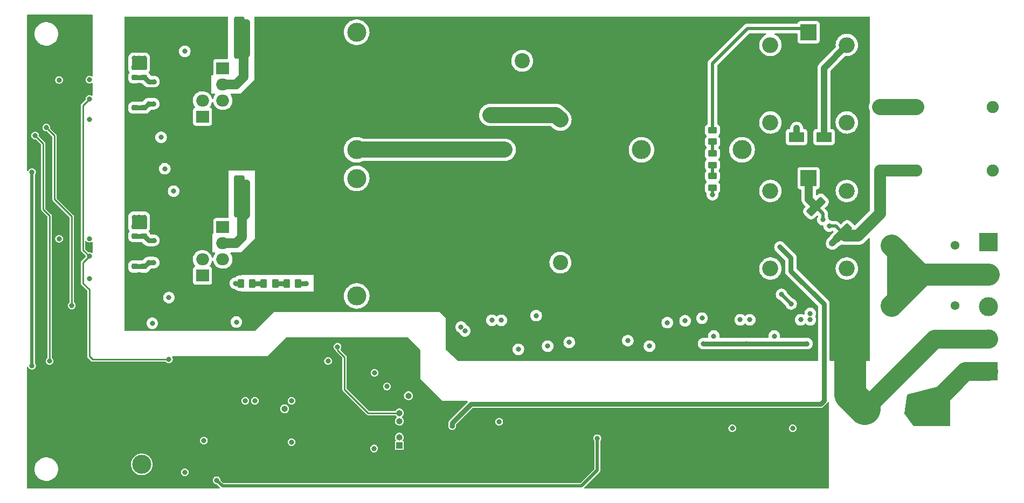
<source format=gbr>
%TF.GenerationSoftware,KiCad,Pcbnew,(6.0.9)*%
%TF.CreationDate,2023-03-15T23:45:40+00:00*%
%TF.ProjectId,GTI_V5,4754495f-5635-42e6-9b69-6361645f7063,rev?*%
%TF.SameCoordinates,Original*%
%TF.FileFunction,Copper,L4,Bot*%
%TF.FilePolarity,Positive*%
%FSLAX46Y46*%
G04 Gerber Fmt 4.6, Leading zero omitted, Abs format (unit mm)*
G04 Created by KiCad (PCBNEW (6.0.9)) date 2023-03-15 23:45:40*
%MOMM*%
%LPD*%
G01*
G04 APERTURE LIST*
G04 Aperture macros list*
%AMRoundRect*
0 Rectangle with rounded corners*
0 $1 Rounding radius*
0 $2 $3 $4 $5 $6 $7 $8 $9 X,Y pos of 4 corners*
0 Add a 4 corners polygon primitive as box body*
4,1,4,$2,$3,$4,$5,$6,$7,$8,$9,$2,$3,0*
0 Add four circle primitives for the rounded corners*
1,1,$1+$1,$2,$3*
1,1,$1+$1,$4,$5*
1,1,$1+$1,$6,$7*
1,1,$1+$1,$8,$9*
0 Add four rect primitives between the rounded corners*
20,1,$1+$1,$2,$3,$4,$5,0*
20,1,$1+$1,$4,$5,$6,$7,0*
20,1,$1+$1,$6,$7,$8,$9,0*
20,1,$1+$1,$8,$9,$2,$3,0*%
G04 Aperture macros list end*
%TA.AperFunction,ComponentPad*%
%ADD10C,4.400000*%
%TD*%
%TA.AperFunction,ComponentPad*%
%ADD11C,2.400000*%
%TD*%
%TA.AperFunction,ComponentPad*%
%ADD12C,1.381000*%
%TD*%
%TA.AperFunction,ComponentPad*%
%ADD13C,1.905000*%
%TD*%
%TA.AperFunction,ComponentPad*%
%ADD14R,2.500000X2.500000*%
%TD*%
%TA.AperFunction,ComponentPad*%
%ADD15O,2.500000X2.500000*%
%TD*%
%TA.AperFunction,ComponentPad*%
%ADD16R,4.000000X4.000000*%
%TD*%
%TA.AperFunction,ComponentPad*%
%ADD17C,4.000000*%
%TD*%
%TA.AperFunction,ComponentPad*%
%ADD18R,3.000000X3.000000*%
%TD*%
%TA.AperFunction,ComponentPad*%
%ADD19C,3.000000*%
%TD*%
%TA.AperFunction,ComponentPad*%
%ADD20R,1.000000X1.000000*%
%TD*%
%TA.AperFunction,ComponentPad*%
%ADD21O,1.000000X1.000000*%
%TD*%
%TA.AperFunction,SMDPad,CuDef*%
%ADD22RoundRect,0.250000X1.425000X-0.362500X1.425000X0.362500X-1.425000X0.362500X-1.425000X-0.362500X0*%
%TD*%
%TA.AperFunction,SMDPad,CuDef*%
%ADD23RoundRect,0.225000X-0.250000X0.225000X-0.250000X-0.225000X0.250000X-0.225000X0.250000X0.225000X0*%
%TD*%
%TA.AperFunction,SMDPad,CuDef*%
%ADD24RoundRect,0.250000X0.262500X0.450000X-0.262500X0.450000X-0.262500X-0.450000X0.262500X-0.450000X0*%
%TD*%
%TA.AperFunction,ComponentPad*%
%ADD25R,2.000000X1.905000*%
%TD*%
%TA.AperFunction,ComponentPad*%
%ADD26O,2.000000X1.905000*%
%TD*%
%TA.AperFunction,SMDPad,CuDef*%
%ADD27RoundRect,0.250000X-1.263953X-0.751301X-0.751301X-1.263953X1.263953X0.751301X0.751301X1.263953X0*%
%TD*%
%TA.AperFunction,SMDPad,CuDef*%
%ADD28RoundRect,0.250000X-0.450000X0.262500X-0.450000X-0.262500X0.450000X-0.262500X0.450000X0.262500X0*%
%TD*%
%TA.AperFunction,SMDPad,CuDef*%
%ADD29RoundRect,0.225000X0.250000X-0.225000X0.250000X0.225000X-0.250000X0.225000X-0.250000X-0.225000X0*%
%TD*%
%TA.AperFunction,SMDPad,CuDef*%
%ADD30RoundRect,0.250000X0.562500X3.050000X-0.562500X3.050000X-0.562500X-3.050000X0.562500X-3.050000X0*%
%TD*%
%TA.AperFunction,SMDPad,CuDef*%
%ADD31R,2.350000X1.550000*%
%TD*%
%TA.AperFunction,ViaPad*%
%ADD32C,0.800000*%
%TD*%
%TA.AperFunction,Conductor*%
%ADD33C,2.500000*%
%TD*%
%TA.AperFunction,Conductor*%
%ADD34C,0.800000*%
%TD*%
%TA.AperFunction,Conductor*%
%ADD35C,0.500000*%
%TD*%
%TA.AperFunction,Conductor*%
%ADD36C,1.000000*%
%TD*%
%TA.AperFunction,Conductor*%
%ADD37C,1.500000*%
%TD*%
%TA.AperFunction,Conductor*%
%ADD38C,5.000000*%
%TD*%
%TA.AperFunction,Conductor*%
%ADD39C,3.500000*%
%TD*%
%TA.AperFunction,Conductor*%
%ADD40C,3.000000*%
%TD*%
%TA.AperFunction,Conductor*%
%ADD41C,1.900000*%
%TD*%
%TA.AperFunction,Conductor*%
%ADD42C,1.250000*%
%TD*%
%TA.AperFunction,Conductor*%
%ADD43C,0.250000*%
%TD*%
G04 APERTURE END LIST*
D10*
%TO.P,H5,1,1*%
%TO.N,Earth*%
X188500000Y-91100000D03*
%TD*%
D11*
%TO.P,C20,1*%
%TO.N,Net-(C20-Pad1)*%
X134000000Y-66750000D03*
%TO.P,C20,2*%
%TO.N,/Cap_Isense*%
X134000000Y-89250000D03*
%TD*%
D12*
%TO.P,C27,1*%
%TO.N,/Line_GND*%
X184250000Y-74750000D03*
%TO.P,C27,2*%
%TO.N,Net-(K1-Pad1)*%
X184250000Y-64750000D03*
%TD*%
D13*
%TO.P,L5,7,2*%
%TO.N,Net-(K1-Pad1)*%
X189900000Y-64750000D03*
%TO.P,L5,4,1*%
%TO.N,Net-(C22-Pad2)*%
X201900000Y-64750000D03*
%TO.P,L5,9,4*%
%TO.N,/Line_GND*%
X189900000Y-74750000D03*
%TO.P,L5,2,3*%
%TO.N,Net-(C28-Pad1)*%
X201900000Y-74750000D03*
%TD*%
D14*
%TO.P,K1,1*%
%TO.N,Net-(K1-Pad1)*%
X173000000Y-53000000D03*
D15*
%TO.P,K1,2*%
%TO.N,/Relay*%
X167000000Y-55000000D03*
%TO.P,K1,3*%
%TO.N,Net-(K1-Pad3)*%
X167000000Y-67200000D03*
%TO.P,K1,4*%
%TO.N,unconnected-(K1-Pad4)*%
X179000000Y-67200000D03*
%TO.P,K1,5*%
%TO.N,VCC*%
X179000000Y-55000000D03*
%TD*%
D12*
%TO.P,C22,2*%
%TO.N,Net-(C22-Pad2)*%
X196000000Y-96000000D03*
%TO.P,C22,1*%
%TO.N,Earth*%
X186000000Y-96000000D03*
%TD*%
D16*
%TO.P,C32,1*%
%TO.N,VBUS*%
X191750000Y-112250000D03*
D17*
%TO.P,C32,2*%
%TO.N,GND*%
X181750000Y-112250000D03*
%TD*%
D18*
%TO.P,J3,1,Pin_1*%
%TO.N,VBUS*%
X201250000Y-106340000D03*
D19*
%TO.P,J3,2,Pin_2*%
%TO.N,GND*%
X201250000Y-101260000D03*
%TD*%
%TO.P,L2,1,1*%
%TO.N,Net-(C6-Pad2)*%
X102000000Y-53000000D03*
%TO.P,L2,2,2*%
%TO.N,Net-(K1-Pad3)*%
X102000000Y-71500000D03*
%TD*%
D20*
%TO.P,J6,1,Pin_1*%
%TO.N,GNDD*%
X111400000Y-110200000D03*
D21*
%TO.P,J6,2,Pin_2*%
%TO.N,Net-(J6-Pad2)*%
X110130000Y-110200000D03*
%TD*%
D14*
%TO.P,K2,1*%
%TO.N,/Line_Isense*%
X173000000Y-75972500D03*
D15*
%TO.P,K2,2*%
%TO.N,/Relay*%
X167000000Y-77972500D03*
%TO.P,K2,3*%
%TO.N,Net-(K2-Pad3)*%
X167000000Y-90172500D03*
%TO.P,K2,4*%
%TO.N,unconnected-(K2-Pad4)*%
X179000000Y-90172500D03*
%TO.P,K2,5*%
%TO.N,VCC*%
X179000000Y-77972500D03*
%TD*%
D19*
%TO.P,L4,2,2*%
%TO.N,Net-(K2-Pad3)*%
X162550000Y-71500000D03*
%TO.P,L4,1,1*%
%TO.N,/Out_B*%
X146750000Y-71500000D03*
%TD*%
D18*
%TO.P,J2,1,Pin_1*%
%TO.N,GNDD*%
X63170000Y-121000000D03*
D19*
%TO.P,J2,2,Pin_2*%
%TO.N,VCC*%
X68250000Y-121000000D03*
%TD*%
D11*
%TO.P,C33,1*%
%TO.N,VBUS*%
X128000000Y-57500000D03*
%TO.P,C33,2*%
%TO.N,GND*%
X143000000Y-57500000D03*
%TD*%
D12*
%TO.P,C28,2*%
%TO.N,Earth*%
X186000000Y-86500000D03*
%TO.P,C28,1*%
%TO.N,Net-(C28-Pad1)*%
X196000000Y-86500000D03*
%TD*%
D20*
%TO.P,J5,1,Pin_1*%
%TO.N,GNDD*%
X89400000Y-112250000D03*
D21*
%TO.P,J5,2,Pin_2*%
%TO.N,Net-(J5-Pad2)*%
X90670000Y-112250000D03*
%TD*%
D19*
%TO.P,L1,1,1*%
%TO.N,Net-(C19-Pad1)*%
X102000000Y-94500000D03*
%TO.P,L1,2,2*%
%TO.N,/Out_B*%
X102000000Y-76000000D03*
%TD*%
D20*
%TO.P,J4,1,Pin_1*%
%TO.N,+3.3V*%
X108700000Y-118000000D03*
D21*
%TO.P,J4,2,Pin_2*%
%TO.N,/SWCLK*%
X108700000Y-116730000D03*
%TO.P,J4,3,Pin_3*%
%TO.N,GNDD*%
X108700000Y-115460000D03*
%TO.P,J4,4,Pin_4*%
%TO.N,/SWDIO*%
X108700000Y-114190000D03*
%TO.P,J4,5,Pin_5*%
%TO.N,/NRST*%
X108700000Y-112920000D03*
%TD*%
D22*
%TO.P,R7,1*%
%TO.N,Net-(K1-Pad3)*%
X123500000Y-71962500D03*
%TO.P,R7,2*%
%TO.N,Net-(C20-Pad1)*%
X123500000Y-66037500D03*
%TD*%
D18*
%TO.P,J1,1,Pin_1*%
%TO.N,Net-(C28-Pad1)*%
X201250000Y-86000000D03*
D19*
%TO.P,J1,2,Pin_2*%
%TO.N,Earth*%
X201250000Y-91080000D03*
%TO.P,J1,3,Pin_3*%
%TO.N,Net-(C22-Pad2)*%
X201250000Y-96160000D03*
%TD*%
D23*
%TO.P,C8,1*%
%TO.N,+12V*%
X67107500Y-64870000D03*
%TO.P,C8,2*%
%TO.N,GND*%
X67107500Y-66420000D03*
%TD*%
D24*
%TO.P,R26,1*%
%TO.N,VBUS*%
X92812500Y-92500000D03*
%TO.P,R26,2*%
%TO.N,Net-(R25-Pad1)*%
X90987500Y-92500000D03*
%TD*%
D25*
%TO.P,Q5,1,G*%
%TO.N,Net-(D11-Pad2)*%
X77777500Y-91285000D03*
D26*
%TO.P,Q5,2,D*%
%TO.N,Net-(C19-Pad1)*%
X77777500Y-88745000D03*
%TO.P,Q5,3,S*%
%TO.N,GND*%
X77777500Y-86205000D03*
%TD*%
D27*
%TO.P,R14,1*%
%TO.N,/Line_Isense*%
X174155196Y-80405196D03*
%TO.P,R14,2*%
%TO.N,/Line_GND*%
X178344804Y-84594804D03*
%TD*%
D24*
%TO.P,R24,1*%
%TO.N,Net-(R24-Pad1)*%
X85612500Y-92500000D03*
%TO.P,R24,2*%
%TO.N,Net-(C66-Pad1)*%
X83787500Y-92500000D03*
%TD*%
D28*
%TO.P,R5,2*%
%TO.N,Net-(R5-Pad2)*%
X157900000Y-70225000D03*
%TO.P,R5,1*%
%TO.N,Net-(K1-Pad1)*%
X157900000Y-68400000D03*
%TD*%
D23*
%TO.P,C7,1*%
%TO.N,/VDDA_A*%
X67107500Y-58525000D03*
%TO.P,C7,2*%
%TO.N,Net-(C6-Pad2)*%
X67107500Y-60075000D03*
%TD*%
D29*
%TO.P,C24,1*%
%TO.N,GND*%
X67107500Y-91420000D03*
%TO.P,C24,2*%
%TO.N,+12V*%
X67107500Y-89870000D03*
%TD*%
D23*
%TO.P,C25,1*%
%TO.N,+12V*%
X68547500Y-89870000D03*
%TO.P,C25,2*%
%TO.N,GND*%
X68547500Y-91420000D03*
%TD*%
D24*
%TO.P,R25,1*%
%TO.N,Net-(R25-Pad1)*%
X89212500Y-92500000D03*
%TO.P,R25,2*%
%TO.N,Net-(R24-Pad1)*%
X87387500Y-92500000D03*
%TD*%
D29*
%TO.P,C19,1*%
%TO.N,Net-(C19-Pad1)*%
X68547500Y-85075000D03*
%TO.P,C19,2*%
%TO.N,/VDDA_B*%
X68547500Y-83525000D03*
%TD*%
D23*
%TO.P,C6,1*%
%TO.N,/VDDA_A*%
X68547500Y-58525000D03*
%TO.P,C6,2*%
%TO.N,Net-(C6-Pad2)*%
X68547500Y-60075000D03*
%TD*%
D30*
%TO.P,C21,1*%
%TO.N,VBUS*%
X83537500Y-78845000D03*
%TO.P,C21,2*%
%TO.N,GND*%
X78462500Y-78845000D03*
%TD*%
D28*
%TO.P,R9,2*%
%TO.N,/Line_Vsense*%
X157900000Y-77475000D03*
%TO.P,R9,1*%
%TO.N,Net-(R8-Pad2)*%
X157900000Y-75650000D03*
%TD*%
D30*
%TO.P,C5,1*%
%TO.N,VBUS*%
X83537500Y-53845000D03*
%TO.P,C5,2*%
%TO.N,GND*%
X78462500Y-53845000D03*
%TD*%
D25*
%TO.P,Q3,1,G*%
%TO.N,Net-(D7-Pad2)*%
X77777500Y-66285000D03*
D26*
%TO.P,Q3,2,D*%
%TO.N,Net-(C6-Pad2)*%
X77777500Y-63745000D03*
%TO.P,Q3,3,S*%
%TO.N,GND*%
X77777500Y-61205000D03*
%TD*%
D25*
%TO.P,Q4,1,G*%
%TO.N,Net-(D10-Pad2)*%
X80972500Y-83665000D03*
D26*
%TO.P,Q4,2,D*%
%TO.N,VBUS*%
X80972500Y-86205000D03*
%TO.P,Q4,3,S*%
%TO.N,Net-(C19-Pad1)*%
X80972500Y-88745000D03*
%TD*%
D28*
%TO.P,R8,2*%
%TO.N,Net-(R8-Pad2)*%
X157900000Y-73887500D03*
%TO.P,R8,1*%
%TO.N,Net-(R5-Pad2)*%
X157900000Y-72062500D03*
%TD*%
D29*
%TO.P,C9,1*%
%TO.N,GND*%
X68547500Y-66420000D03*
%TO.P,C9,2*%
%TO.N,+12V*%
X68547500Y-64870000D03*
%TD*%
D23*
%TO.P,C23,1*%
%TO.N,/VDDA_B*%
X67107500Y-83525000D03*
%TO.P,C23,2*%
%TO.N,Net-(C19-Pad1)*%
X67107500Y-85075000D03*
%TD*%
D31*
%TO.P,D6,1,A*%
%TO.N,/Relay*%
X171100000Y-69500000D03*
%TO.P,D6,2,K*%
%TO.N,VCC*%
X175400000Y-69500000D03*
%TD*%
D25*
%TO.P,Q1,1,G*%
%TO.N,Net-(D5-Pad2)*%
X80972500Y-58665000D03*
D26*
%TO.P,Q1,2,D*%
%TO.N,VBUS*%
X80972500Y-61205000D03*
%TO.P,Q1,3,S*%
%TO.N,Net-(C6-Pad2)*%
X80972500Y-63745000D03*
%TD*%
D32*
%TO.N,Net-(K1-Pad3)*%
X116000000Y-71500000D03*
X117250000Y-71500000D03*
X118500000Y-71500000D03*
%TO.N,/Relay*%
X168500000Y-86800000D03*
%TO.N,VCC*%
X175400000Y-68100000D03*
%TO.N,/Relay*%
X171100000Y-68100000D03*
%TO.N,/Line_Vsense*%
X157900000Y-78562500D03*
%TO.N,GND*%
X177250000Y-101500000D03*
X78900000Y-95600000D03*
X76775000Y-96125000D03*
X177250000Y-102900000D03*
X178550000Y-102900000D03*
X178550000Y-104250000D03*
X177250000Y-104250000D03*
%TO.N,VBUS*%
X189000000Y-113500000D03*
X194500000Y-111250000D03*
X189000000Y-110500000D03*
X189000000Y-112500000D03*
X189000000Y-111500000D03*
X194500000Y-114250000D03*
X194500000Y-113250000D03*
X194500000Y-112250000D03*
%TO.N,GND*%
X112500000Y-94750000D03*
X120250000Y-82000000D03*
X92250000Y-70750000D03*
X107250000Y-61500000D03*
X135250000Y-54500000D03*
X181250000Y-58250000D03*
X181000000Y-70500000D03*
X173250000Y-72500000D03*
X181750000Y-94500000D03*
X181000000Y-80750000D03*
X178500000Y-51500000D03*
X173250000Y-60750000D03*
X154000000Y-67200000D03*
X153500000Y-78000000D03*
X153750000Y-87750000D03*
X146750000Y-92250000D03*
X160500000Y-67300000D03*
X160500000Y-89250000D03*
X164750000Y-93750000D03*
X164750000Y-81750000D03*
X169900000Y-81800000D03*
%TO.N,+3.3V*%
X75000000Y-122250000D03*
%TO.N,GNDD*%
X124000000Y-121250000D03*
%TO.N,GND*%
X151650000Y-53200000D03*
X91000000Y-54500000D03*
X101500000Y-85000000D03*
X139500000Y-83000000D03*
%TO.N,Net-(K1-Pad3)*%
X119750000Y-71500000D03*
%TO.N,/Line_Isense*%
X168750000Y-94250000D03*
%TO.N,+3.3V*%
X60000000Y-91750000D03*
X60000000Y-66750000D03*
X104800000Y-106600000D03*
X161000000Y-115325000D03*
X84500000Y-111000000D03*
X78000000Y-117250000D03*
X170500000Y-115325000D03*
X104750000Y-118500000D03*
X106750000Y-108750000D03*
X55250000Y-60500000D03*
X97500000Y-104750000D03*
X86000000Y-111000000D03*
X60000000Y-85475000D03*
X91750000Y-117500000D03*
X91750000Y-111000000D03*
X55250000Y-85500000D03*
X124400000Y-114300000D03*
X60000000Y-60475000D03*
%TO.N,GNDD*%
X57250000Y-54750000D03*
X72700000Y-122200000D03*
X102399799Y-105750000D03*
X83250000Y-117000000D03*
X60000000Y-61975000D03*
X55250000Y-93000000D03*
X70500000Y-115200000D03*
X55250000Y-68000000D03*
X172900000Y-117800000D03*
X76750000Y-106500000D03*
X85500000Y-122000000D03*
X125300000Y-116800000D03*
X51000000Y-71373500D03*
X99000000Y-104750000D03*
X143400000Y-114600000D03*
X71500000Y-123600000D03*
X96250000Y-103500000D03*
X130655000Y-118155000D03*
X149326500Y-115615000D03*
X105387500Y-102362500D03*
X97000000Y-110000000D03*
X103750000Y-110000000D03*
X55250000Y-62000000D03*
X87000000Y-108750000D03*
X163400000Y-117800000D03*
X130615000Y-115615000D03*
X78600000Y-111000000D03*
X55250000Y-87000000D03*
X161900000Y-117800000D03*
X95250000Y-103500000D03*
X174500000Y-122750000D03*
X171400000Y-117800000D03*
X55385000Y-74473500D03*
X146645000Y-118155000D03*
X157250000Y-122000000D03*
X119095000Y-114705000D03*
X97250000Y-115750000D03*
X166750000Y-114000000D03*
X52250000Y-84250000D03*
X170500000Y-116900000D03*
X91750000Y-109500000D03*
X100750000Y-113000000D03*
X133385000Y-115615000D03*
X106850000Y-105650000D03*
X53700000Y-107000000D03*
X146596500Y-115615000D03*
X161000000Y-116900000D03*
X55385000Y-72223500D03*
X52250000Y-59250000D03*
X168500000Y-121500000D03*
X103750000Y-116250000D03*
X158130378Y-114630378D03*
X141500000Y-118250000D03*
X107750000Y-111000000D03*
X104000000Y-120299500D03*
X57250000Y-79750000D03*
X124400000Y-117700000D03*
X100637500Y-102862500D03*
X136500000Y-114600000D03*
X60000000Y-86975000D03*
X83500000Y-108750000D03*
X63000000Y-113250000D03*
X117950000Y-117000000D03*
X122900000Y-117700000D03*
X91750000Y-116000000D03*
X96500000Y-122750000D03*
%TO.N,VBUS*%
X84750000Y-56500000D03*
X84750000Y-55500000D03*
X84750000Y-81750000D03*
X84750000Y-79750000D03*
X84750000Y-78750000D03*
X84750000Y-80750000D03*
X84750000Y-77750000D03*
X84750000Y-52500000D03*
X84750000Y-53500000D03*
X84750000Y-54500000D03*
X94100000Y-92500000D03*
X84750000Y-51500000D03*
X84750000Y-76750000D03*
%TO.N,GND*%
X68500000Y-73300000D03*
X75036000Y-75000000D03*
X77250000Y-79750000D03*
X67030000Y-92845000D03*
X77250000Y-53500000D03*
X73250000Y-98800000D03*
X77250000Y-80750000D03*
X77250000Y-77750000D03*
X67827500Y-67850000D03*
X67027500Y-67850000D03*
X74277500Y-89005000D03*
X77250000Y-55500000D03*
X77250000Y-78750000D03*
X164750000Y-59500000D03*
X68250000Y-98050000D03*
X74277500Y-64005000D03*
X122600000Y-61500000D03*
X77250000Y-54500000D03*
X77250000Y-81750000D03*
X77250000Y-56500000D03*
X83050000Y-96650000D03*
X67830000Y-92845000D03*
X77250000Y-51500000D03*
X77900000Y-98400000D03*
X68627500Y-67850000D03*
X77250000Y-52500000D03*
X69725000Y-69612500D03*
X71250000Y-96550000D03*
X77250000Y-76750000D03*
X68630000Y-92845000D03*
%TO.N,/NRST*%
X99000000Y-102500000D03*
%TO.N,+5VD*%
X69900000Y-98800000D03*
X83100000Y-98600000D03*
%TO.N,Net-(C12-Pad1)*%
X60000000Y-63500000D03*
X72500000Y-104500000D03*
X60000000Y-88250000D03*
%TO.N,/Line_GND*%
X158095000Y-100805500D03*
X163750000Y-98250000D03*
X144600000Y-101525000D03*
X171750000Y-98250000D03*
X156250000Y-98000000D03*
X176250000Y-83500000D03*
X150800000Y-98700000D03*
X162250000Y-98250000D03*
X153600000Y-98400000D03*
X167600000Y-100800000D03*
X173250000Y-98250000D03*
X173250000Y-97250000D03*
X148000000Y-102400000D03*
X176719804Y-86219804D03*
%TO.N,+5V_1*%
X172750000Y-102000000D03*
X156500000Y-102000000D03*
X163250000Y-102000000D03*
%TO.N,+5V*%
X139815000Y-116885000D03*
X51000000Y-75000000D03*
X80000000Y-123500000D03*
X51000000Y-105500000D03*
%TO.N,/Out_B*%
X118400000Y-99400000D03*
X132000000Y-102400000D03*
X127400000Y-102900000D03*
X119000000Y-100000000D03*
X135400000Y-101800000D03*
X124725000Y-98325000D03*
X130200000Y-97600000D03*
X123250000Y-98325000D03*
%TO.N,Net-(C6-Pad2)*%
X70150000Y-60750000D03*
X69300000Y-60750000D03*
%TO.N,/Line_Isense*%
X170250000Y-95750000D03*
X175250000Y-82500000D03*
%TO.N,Net-(C66-Pad1)*%
X82950000Y-92500000D03*
%TO.N,PWM_A_L*%
X57250000Y-96000000D03*
X53250000Y-68000000D03*
%TO.N,PWM_A_H*%
X51500000Y-69250000D03*
X53750000Y-104750000D03*
%TO.N,/Relay*%
X117000000Y-115000000D03*
%TO.N,Net-(C19-Pad1)*%
X70150000Y-85750000D03*
X69300000Y-85750000D03*
%TO.N,+12V*%
X69300000Y-89250000D03*
X70127500Y-89250000D03*
X70127500Y-64250000D03*
X71862500Y-74473500D03*
X69300000Y-64250000D03*
X71275000Y-69525000D03*
X73250000Y-78000000D03*
X75000000Y-56000000D03*
X72500000Y-94750000D03*
%TO.N,/VDDA_A*%
X68627500Y-57100000D03*
X67027500Y-57100000D03*
X67827500Y-57100000D03*
%TO.N,/VDDA_B*%
X67830000Y-82095000D03*
X67030000Y-82095000D03*
X68630000Y-82095000D03*
%TD*%
D33*
%TO.N,Net-(K1-Pad3)*%
X102000000Y-71500000D02*
X125250000Y-71500000D01*
D34*
%TO.N,/Relay*%
X117000000Y-114500000D02*
X117000000Y-115000000D01*
X174900000Y-111500000D02*
X120000000Y-111500000D01*
X175400000Y-111000000D02*
X174900000Y-111500000D01*
X175400000Y-95800000D02*
X175400000Y-111000000D01*
X120000000Y-111500000D02*
X117000000Y-114500000D01*
X170200000Y-88500000D02*
X170200000Y-90600000D01*
X170200000Y-90600000D02*
X175400000Y-95800000D01*
X168500000Y-86800000D02*
X170200000Y-88500000D01*
D35*
%TO.N,Net-(K1-Pad1)*%
X172400000Y-52400000D02*
X173000000Y-53000000D01*
X163400000Y-52400000D02*
X172400000Y-52400000D01*
X157900000Y-57900000D02*
X163400000Y-52400000D01*
X157900000Y-68400000D02*
X157900000Y-57900000D01*
D36*
%TO.N,/Line_GND*%
X176719804Y-86219804D02*
X178344804Y-84594804D01*
%TO.N,VCC*%
X175400000Y-68100000D02*
X175400000Y-69500000D01*
X179000000Y-55050000D02*
X175400000Y-58650000D01*
X179000000Y-55000000D02*
X179000000Y-55050000D01*
X175400000Y-58650000D02*
X175400000Y-68100000D01*
%TO.N,/Relay*%
X171100000Y-68100000D02*
X171100000Y-69500000D01*
D35*
%TO.N,/Line_Vsense*%
X157900000Y-78562500D02*
X157900000Y-77475000D01*
D37*
%TO.N,VBUS*%
X83045000Y-61205000D02*
X80972500Y-61205000D01*
X84250000Y-54557500D02*
X84250000Y-60000000D01*
X84250000Y-60000000D02*
X83045000Y-61205000D01*
X83537500Y-53845000D02*
X84250000Y-54557500D01*
X84000000Y-85300000D02*
X84000000Y-82500000D01*
X83095000Y-86205000D02*
X84000000Y-85300000D01*
X80972500Y-86205000D02*
X83095000Y-86205000D01*
D33*
%TO.N,Net-(C20-Pad1)*%
X133250000Y-66000000D02*
X123000000Y-66000000D01*
X134000000Y-66750000D02*
X133250000Y-66000000D01*
D36*
%TO.N,/VDDA_A*%
X67827500Y-57500000D02*
X67827500Y-58250000D01*
D34*
X67027500Y-58445000D02*
X67107500Y-58525000D01*
X67027500Y-57100000D02*
X67027500Y-58445000D01*
X68627500Y-58445000D02*
X68547500Y-58525000D01*
X68627500Y-57100000D02*
X68627500Y-58445000D01*
X67027500Y-57100000D02*
X68627500Y-57100000D01*
%TO.N,/VDDA_B*%
X67030000Y-82095000D02*
X68630000Y-82095000D01*
X67830000Y-83330000D02*
X68025000Y-83525000D01*
D36*
X67833479Y-82198610D02*
X67833479Y-83433610D01*
D34*
X68025000Y-83525000D02*
X68547500Y-83525000D01*
X67107500Y-83525000D02*
X68025000Y-83525000D01*
X68630000Y-83442500D02*
X68547500Y-83525000D01*
X68630000Y-82095000D02*
X68630000Y-83442500D01*
X67030000Y-83447500D02*
X67107500Y-83525000D01*
X67030000Y-82095000D02*
X67030000Y-83447500D01*
%TO.N,/VDDA_A*%
X68547500Y-58525000D02*
X67775000Y-58525000D01*
X67775000Y-58525000D02*
X67107500Y-58525000D01*
D38*
%TO.N,GND*%
X179500000Y-110000000D02*
X179500000Y-102750000D01*
X181750000Y-112250000D02*
X179500000Y-110000000D01*
D39*
%TO.N,Earth*%
X187000000Y-95000000D02*
X186000000Y-96000000D01*
X187000000Y-87500000D02*
X187000000Y-95000000D01*
X186000000Y-86500000D02*
X187000000Y-87500000D01*
X190920000Y-91080000D02*
X190580000Y-91080000D01*
X190580000Y-91080000D02*
X186000000Y-86500000D01*
X190920000Y-91080000D02*
X201250000Y-91080000D01*
X186000000Y-96000000D02*
X190920000Y-91080000D01*
D40*
%TO.N,GND*%
X192750000Y-101250000D02*
X181750000Y-112250000D01*
X201240000Y-101250000D02*
X192750000Y-101250000D01*
X201250000Y-101260000D02*
X201240000Y-101250000D01*
%TO.N,VBUS*%
X197650000Y-106350000D02*
X191750000Y-112250000D01*
X201240000Y-106350000D02*
X197650000Y-106350000D01*
X201250000Y-106340000D02*
X201240000Y-106350000D01*
D41*
%TO.N,/Line_GND*%
X184250000Y-81500000D02*
X184250000Y-74750000D01*
X180750000Y-85000000D02*
X184250000Y-81500000D01*
X178750000Y-85000000D02*
X180750000Y-85000000D01*
X184250000Y-74750000D02*
X189900000Y-74750000D01*
D33*
%TO.N,Net-(K1-Pad1)*%
X189900000Y-64750000D02*
X184250000Y-64750000D01*
D35*
%TO.N,/Line_GND*%
X177250000Y-83500000D02*
X178344804Y-84594804D01*
X176250000Y-83500000D02*
X177250000Y-83500000D01*
%TO.N,/Line_Isense*%
X175250000Y-81500000D02*
X174155196Y-80405196D01*
X175250000Y-82500000D02*
X175250000Y-81500000D01*
%TO.N,+5V*%
X51000000Y-105500000D02*
X51000000Y-75000000D01*
D42*
%TO.N,/Line_Isense*%
X173000000Y-79250000D02*
X173000000Y-76250000D01*
X174155196Y-80405196D02*
X173000000Y-79250000D01*
D35*
X170250000Y-95750000D02*
X168750000Y-94250000D01*
%TO.N,/Line_GND*%
X178344804Y-84594804D02*
X178405196Y-84594804D01*
D36*
%TO.N,VBUS*%
X84750000Y-76750000D02*
X83750000Y-76750000D01*
X84750000Y-81750000D02*
X84000000Y-82500000D01*
D37*
X84000000Y-82500000D02*
X84000000Y-79307500D01*
D34*
X92812500Y-92500000D02*
X94100000Y-92500000D01*
D36*
X84750000Y-51500000D02*
X84750000Y-56500000D01*
D37*
X84000000Y-79307500D02*
X83537500Y-78845000D01*
D36*
X84750000Y-76750000D02*
X84750000Y-81750000D01*
X84750000Y-51500000D02*
X83750000Y-51500000D01*
D37*
%TO.N,GND*%
X77777500Y-61205000D02*
X77777500Y-54530000D01*
D36*
X77250000Y-76750000D02*
X77250000Y-80750000D01*
X77250000Y-80750000D02*
X77250000Y-81945000D01*
D37*
X77777500Y-82472500D02*
X77777500Y-86205000D01*
D36*
X77250000Y-51500000D02*
X78250000Y-51500000D01*
D37*
X78462500Y-81787500D02*
X77777500Y-82472500D01*
X77777500Y-54530000D02*
X78462500Y-53845000D01*
D36*
X77250000Y-76750000D02*
X78250000Y-76750000D01*
X77250000Y-51500000D02*
X77250000Y-55500000D01*
X77250000Y-55500000D02*
X77250000Y-56695000D01*
D37*
X78462500Y-78845000D02*
X78462500Y-81787500D01*
D36*
X77250000Y-81945000D02*
X77777500Y-82472500D01*
X77250000Y-56695000D02*
X77777500Y-57222500D01*
X77250000Y-80750000D02*
X78500000Y-80750000D01*
D43*
%TO.N,/NRST*%
X99000000Y-102500000D02*
X99000000Y-103000000D01*
X103820000Y-112920000D02*
X108700000Y-112920000D01*
X99000000Y-103000000D02*
X100100000Y-104100000D01*
X100100000Y-109200000D02*
X103820000Y-112920000D01*
X100100000Y-104100000D02*
X100100000Y-109200000D01*
%TO.N,Net-(C12-Pad1)*%
X72500000Y-104500000D02*
X60500000Y-104500000D01*
X60000000Y-93500000D02*
X59000000Y-92500000D01*
X59000000Y-64500000D02*
X60000000Y-63500000D01*
X60500000Y-104500000D02*
X60000000Y-104000000D01*
X59000000Y-89250000D02*
X60000000Y-88250000D01*
X60000000Y-104000000D02*
X60000000Y-93500000D01*
X59000000Y-87250000D02*
X59000000Y-64500000D01*
X59000000Y-92500000D02*
X59000000Y-89250000D01*
X60000000Y-88250000D02*
X59000000Y-87250000D01*
D34*
%TO.N,+5V_1*%
X163250000Y-102000000D02*
X172750000Y-102000000D01*
X156500000Y-102000000D02*
X163250000Y-102000000D01*
D35*
%TO.N,+5V*%
X80900000Y-124400000D02*
X137350000Y-124400000D01*
X139815000Y-121935000D02*
X139815000Y-116885000D01*
X80000000Y-123500000D02*
X80900000Y-124400000D01*
X137350000Y-124400000D02*
X139815000Y-121935000D01*
D34*
%TO.N,Net-(C6-Pad2)*%
X70150000Y-60750000D02*
X69300000Y-60750000D01*
X68625000Y-60075000D02*
X69300000Y-60750000D01*
X67000000Y-60075000D02*
X68500000Y-60075000D01*
X68500000Y-60075000D02*
X68625000Y-60075000D01*
D35*
%TO.N,Net-(R5-Pad2)*%
X157900000Y-72062500D02*
X157900000Y-70225000D01*
%TO.N,Net-(R8-Pad2)*%
X157900000Y-75650000D02*
X157900000Y-73887500D01*
D34*
%TO.N,Net-(C66-Pad1)*%
X82950000Y-92500000D02*
X83787500Y-92500000D01*
%TO.N,Net-(R24-Pad1)*%
X85612500Y-92500000D02*
X87387500Y-92500000D01*
%TO.N,Net-(R25-Pad1)*%
X89212500Y-92500000D02*
X90987500Y-92500000D01*
D43*
%TO.N,PWM_A_L*%
X54500000Y-69250000D02*
X53250000Y-68000000D01*
X57250000Y-96000000D02*
X57250000Y-82000000D01*
X54500000Y-79250000D02*
X54500000Y-69250000D01*
X57250000Y-82000000D02*
X54500000Y-79250000D01*
%TO.N,PWM_A_H*%
X53750000Y-81848528D02*
X53750000Y-104750000D01*
X52750000Y-70500000D02*
X52750000Y-80848528D01*
X51500000Y-69250000D02*
X52750000Y-70500000D01*
X52750000Y-80848528D02*
X53750000Y-81848528D01*
D34*
%TO.N,Net-(C19-Pad1)*%
X67000000Y-85075000D02*
X68500000Y-85075000D01*
X70150000Y-85750000D02*
X69300000Y-85750000D01*
X68625000Y-85075000D02*
X69300000Y-85750000D01*
%TO.N,+12V*%
X68699405Y-89850918D02*
X69299405Y-89250918D01*
X67049405Y-89850918D02*
X68549405Y-89850918D01*
X69299405Y-89250918D02*
X70126905Y-89250918D01*
X68700000Y-64850000D02*
X69300000Y-64250000D01*
X67050000Y-64850000D02*
X68550000Y-64850000D01*
X69300000Y-64250000D02*
X70127500Y-64250000D01*
X68550000Y-64850000D02*
X68700000Y-64850000D01*
%TD*%
%TA.AperFunction,Conductor*%
%TO.N,GNDD*%
G36*
X60442121Y-50220502D02*
G01*
X60488614Y-50274158D01*
X60500000Y-50326500D01*
X60500000Y-59847300D01*
X60479998Y-59915421D01*
X60426342Y-59961914D01*
X60356068Y-59972018D01*
X60311000Y-59956419D01*
X60309391Y-59955490D01*
X60302841Y-59950464D01*
X60295215Y-59947305D01*
X60295213Y-59947304D01*
X60164391Y-59893116D01*
X60156762Y-59889956D01*
X60000000Y-59869318D01*
X59843238Y-59889956D01*
X59697159Y-59950464D01*
X59571718Y-60046718D01*
X59566695Y-60053264D01*
X59547512Y-60078264D01*
X59475464Y-60172159D01*
X59414956Y-60318238D01*
X59394318Y-60475000D01*
X59414956Y-60631762D01*
X59475464Y-60777841D01*
X59571718Y-60903282D01*
X59697159Y-60999536D01*
X59824947Y-61052468D01*
X59833164Y-61055871D01*
X59843238Y-61060044D01*
X60000000Y-61080682D01*
X60008188Y-61079604D01*
X60148574Y-61061122D01*
X60156762Y-61060044D01*
X60164391Y-61056884D01*
X60295213Y-61002696D01*
X60295215Y-61002695D01*
X60302841Y-60999536D01*
X60309391Y-60994510D01*
X60311000Y-60993581D01*
X60379995Y-60976843D01*
X60447087Y-61000063D01*
X60490974Y-61055871D01*
X60500000Y-61102700D01*
X60500000Y-62872300D01*
X60479998Y-62940421D01*
X60426342Y-62986914D01*
X60356068Y-62997018D01*
X60311000Y-62981419D01*
X60309391Y-62980490D01*
X60302841Y-62975464D01*
X60295215Y-62972305D01*
X60295213Y-62972304D01*
X60164391Y-62918116D01*
X60156762Y-62914956D01*
X60000000Y-62894318D01*
X59843238Y-62914956D01*
X59697159Y-62975464D01*
X59571718Y-63071718D01*
X59475464Y-63197159D01*
X59414956Y-63343238D01*
X59394318Y-63500000D01*
X59395396Y-63508188D01*
X59403118Y-63566842D01*
X59392179Y-63636990D01*
X59367291Y-63672383D01*
X58783785Y-64255889D01*
X58775681Y-64263316D01*
X58746806Y-64287545D01*
X58741293Y-64297094D01*
X58727961Y-64320185D01*
X58722055Y-64329456D01*
X58700446Y-64360316D01*
X58697592Y-64370966D01*
X58696115Y-64374134D01*
X58694923Y-64377410D01*
X58689412Y-64386955D01*
X58685920Y-64406762D01*
X58682870Y-64424058D01*
X58680492Y-64434785D01*
X58670736Y-64471193D01*
X58671697Y-64482178D01*
X58671697Y-64482180D01*
X58674020Y-64508728D01*
X58674500Y-64519710D01*
X58674500Y-87230290D01*
X58674020Y-87241272D01*
X58670736Y-87278807D01*
X58673590Y-87289456D01*
X58680491Y-87315210D01*
X58682870Y-87325942D01*
X58689412Y-87363045D01*
X58694923Y-87372590D01*
X58696115Y-87375866D01*
X58697592Y-87379034D01*
X58700446Y-87389684D01*
X58706770Y-87398715D01*
X58722055Y-87420544D01*
X58727961Y-87429815D01*
X58737975Y-87447159D01*
X58746806Y-87462455D01*
X58755251Y-87469541D01*
X58775682Y-87486685D01*
X58783785Y-87494111D01*
X59367291Y-88077617D01*
X59401317Y-88139929D01*
X59403118Y-88183157D01*
X59394318Y-88250000D01*
X59395396Y-88258188D01*
X59403118Y-88316842D01*
X59392179Y-88386990D01*
X59367291Y-88422383D01*
X58783785Y-89005889D01*
X58775681Y-89013316D01*
X58746806Y-89037545D01*
X58741293Y-89047094D01*
X58727961Y-89070185D01*
X58722055Y-89079456D01*
X58700446Y-89110316D01*
X58697592Y-89120966D01*
X58696115Y-89124134D01*
X58694923Y-89127410D01*
X58689412Y-89136955D01*
X58685038Y-89161762D01*
X58682870Y-89174058D01*
X58680492Y-89184785D01*
X58670736Y-89221193D01*
X58671697Y-89232178D01*
X58671697Y-89232180D01*
X58674020Y-89258728D01*
X58674500Y-89269710D01*
X58674500Y-92480290D01*
X58674020Y-92491272D01*
X58670736Y-92528807D01*
X58680491Y-92565210D01*
X58682870Y-92575942D01*
X58689412Y-92613045D01*
X58694923Y-92622590D01*
X58696115Y-92625866D01*
X58697592Y-92629034D01*
X58700446Y-92639684D01*
X58722055Y-92670544D01*
X58727961Y-92679815D01*
X58741293Y-92702906D01*
X58746806Y-92712455D01*
X58755251Y-92719541D01*
X58775682Y-92736685D01*
X58783785Y-92744111D01*
X59637595Y-93597921D01*
X59671621Y-93660233D01*
X59674500Y-93687016D01*
X59674500Y-103980290D01*
X59674020Y-103991272D01*
X59672467Y-104009026D01*
X59670736Y-104028807D01*
X59680491Y-104065210D01*
X59682870Y-104075942D01*
X59689412Y-104113045D01*
X59694923Y-104122590D01*
X59696115Y-104125866D01*
X59697592Y-104129034D01*
X59700446Y-104139684D01*
X59706770Y-104148715D01*
X59722055Y-104170544D01*
X59727961Y-104179815D01*
X59737975Y-104197159D01*
X59746806Y-104212455D01*
X59768300Y-104230491D01*
X59775682Y-104236685D01*
X59783785Y-104244111D01*
X60255889Y-104716215D01*
X60263316Y-104724319D01*
X60287545Y-104753194D01*
X60297094Y-104758707D01*
X60320185Y-104772039D01*
X60329456Y-104777945D01*
X60360316Y-104799554D01*
X60370966Y-104802408D01*
X60374134Y-104803885D01*
X60377410Y-104805077D01*
X60386955Y-104810588D01*
X60420699Y-104816538D01*
X60424058Y-104817130D01*
X60434785Y-104819508D01*
X60471193Y-104829264D01*
X60482169Y-104828304D01*
X60482172Y-104828304D01*
X60508743Y-104825979D01*
X60519724Y-104825500D01*
X71930714Y-104825500D01*
X71998835Y-104845502D01*
X72030677Y-104874796D01*
X72071718Y-104928282D01*
X72197159Y-105024536D01*
X72343238Y-105085044D01*
X72500000Y-105105682D01*
X72508188Y-105104604D01*
X72648574Y-105086122D01*
X72656762Y-105085044D01*
X72802841Y-105024536D01*
X72928282Y-104928282D01*
X73024536Y-104802841D01*
X73046423Y-104750000D01*
X96894318Y-104750000D01*
X96914956Y-104906762D01*
X96975464Y-105052841D01*
X97071718Y-105178282D01*
X97197159Y-105274536D01*
X97343238Y-105335044D01*
X97500000Y-105355682D01*
X97508188Y-105354604D01*
X97648574Y-105336122D01*
X97656762Y-105335044D01*
X97802841Y-105274536D01*
X97928282Y-105178282D01*
X98024536Y-105052841D01*
X98085044Y-104906762D01*
X98105682Y-104750000D01*
X98085044Y-104593238D01*
X98024536Y-104447159D01*
X97928282Y-104321718D01*
X97802841Y-104225464D01*
X97656762Y-104164956D01*
X97500000Y-104144318D01*
X97343238Y-104164956D01*
X97197159Y-104225464D01*
X97071718Y-104321718D01*
X96975464Y-104447159D01*
X96914956Y-104593238D01*
X96894318Y-104750000D01*
X73046423Y-104750000D01*
X73085044Y-104656762D01*
X73105682Y-104500000D01*
X73085044Y-104343238D01*
X73061756Y-104287016D01*
X73027696Y-104204787D01*
X73027695Y-104204785D01*
X73024536Y-104197159D01*
X73019510Y-104190609D01*
X73018581Y-104189000D01*
X73001843Y-104120005D01*
X73025063Y-104052913D01*
X73080871Y-104009026D01*
X73127700Y-104000000D01*
X88000000Y-104000000D01*
X89500000Y-102500000D01*
X98394318Y-102500000D01*
X98414956Y-102656762D01*
X98475464Y-102802841D01*
X98480491Y-102809392D01*
X98550017Y-102900000D01*
X98571718Y-102928282D01*
X98578264Y-102933305D01*
X98578267Y-102933308D01*
X98628524Y-102971871D01*
X98670392Y-103029209D01*
X98673528Y-103039225D01*
X98680491Y-103065213D01*
X98682870Y-103075942D01*
X98689412Y-103113045D01*
X98694923Y-103122590D01*
X98696115Y-103125866D01*
X98697592Y-103129034D01*
X98700446Y-103139684D01*
X98706770Y-103148715D01*
X98722055Y-103170544D01*
X98727961Y-103179815D01*
X98741255Y-103202841D01*
X98746806Y-103212455D01*
X98755251Y-103219541D01*
X98775682Y-103236685D01*
X98783785Y-103244111D01*
X99737595Y-104197921D01*
X99771621Y-104260233D01*
X99774500Y-104287016D01*
X99774500Y-109180290D01*
X99774020Y-109191272D01*
X99770736Y-109228807D01*
X99773590Y-109239456D01*
X99780491Y-109265210D01*
X99782870Y-109275942D01*
X99789412Y-109313045D01*
X99794923Y-109322590D01*
X99796115Y-109325866D01*
X99797592Y-109329034D01*
X99800446Y-109339684D01*
X99811648Y-109355682D01*
X99822055Y-109370544D01*
X99827961Y-109379815D01*
X99841293Y-109402906D01*
X99846806Y-109412455D01*
X99855251Y-109419541D01*
X99875682Y-109436685D01*
X99883785Y-109444111D01*
X103575895Y-113136222D01*
X103583321Y-113144325D01*
X103607545Y-113173194D01*
X103640184Y-113192038D01*
X103649452Y-113197942D01*
X103680316Y-113219553D01*
X103690962Y-113222406D01*
X103694130Y-113223883D01*
X103697407Y-113225076D01*
X103706955Y-113230588D01*
X103736508Y-113235799D01*
X103744069Y-113237132D01*
X103754803Y-113239512D01*
X103791193Y-113249263D01*
X103802169Y-113248303D01*
X103802172Y-113248303D01*
X103828731Y-113245979D01*
X103839712Y-113245500D01*
X108007586Y-113245500D01*
X108075707Y-113265502D01*
X108112167Y-113301223D01*
X108165830Y-113381083D01*
X108171448Y-113386195D01*
X108254958Y-113462184D01*
X108291880Y-113522824D01*
X108290157Y-113593800D01*
X108252987Y-113650326D01*
X108175604Y-113717831D01*
X108078113Y-113856547D01*
X108016524Y-114014513D01*
X108015532Y-114022046D01*
X108015532Y-114022047D01*
X108000582Y-114135609D01*
X107994394Y-114182611D01*
X108012999Y-114351135D01*
X108071266Y-114510356D01*
X108075502Y-114516659D01*
X108075502Y-114516660D01*
X108085254Y-114531173D01*
X108165830Y-114651083D01*
X108171442Y-114656190D01*
X108171445Y-114656193D01*
X108285612Y-114760077D01*
X108285616Y-114760080D01*
X108291233Y-114765191D01*
X108297906Y-114768814D01*
X108297910Y-114768817D01*
X108433558Y-114842467D01*
X108433560Y-114842468D01*
X108440235Y-114846092D01*
X108447584Y-114848020D01*
X108596883Y-114887188D01*
X108596885Y-114887188D01*
X108604233Y-114889116D01*
X108690609Y-114890473D01*
X108766161Y-114891660D01*
X108766164Y-114891660D01*
X108773760Y-114891779D01*
X108781165Y-114890083D01*
X108781166Y-114890083D01*
X108841586Y-114876245D01*
X108939029Y-114853928D01*
X109090498Y-114777747D01*
X109219423Y-114667634D01*
X109318361Y-114529947D01*
X109327108Y-114508188D01*
X109378766Y-114379687D01*
X109378767Y-114379685D01*
X109381601Y-114372634D01*
X109391938Y-114300000D01*
X109404909Y-114208862D01*
X109404909Y-114208859D01*
X109405490Y-114204778D01*
X109405645Y-114190000D01*
X109403840Y-114175080D01*
X109386188Y-114029220D01*
X109385276Y-114021680D01*
X109325345Y-113863077D01*
X109229312Y-113723349D01*
X109197939Y-113695396D01*
X109145663Y-113648820D01*
X109108107Y-113588570D01*
X109109088Y-113517580D01*
X109147652Y-113458933D01*
X109213648Y-113402567D01*
X109213651Y-113402564D01*
X109219423Y-113397634D01*
X109318361Y-113259947D01*
X109333087Y-113223316D01*
X109378766Y-113109687D01*
X109378767Y-113109685D01*
X109381601Y-113102634D01*
X109388877Y-113051511D01*
X109404909Y-112938862D01*
X109404909Y-112938859D01*
X109405490Y-112934778D01*
X109405645Y-112920000D01*
X109385276Y-112751680D01*
X109325345Y-112593077D01*
X109319919Y-112585182D01*
X109233614Y-112459608D01*
X109233613Y-112459607D01*
X109229312Y-112453349D01*
X109217514Y-112442837D01*
X109108392Y-112345612D01*
X109108388Y-112345610D01*
X109102721Y-112340560D01*
X108952881Y-112261224D01*
X108788441Y-112219919D01*
X108780843Y-112219879D01*
X108780841Y-112219879D01*
X108703668Y-112219475D01*
X108618895Y-112219031D01*
X108611508Y-112220805D01*
X108611504Y-112220805D01*
X108489232Y-112250161D01*
X108454032Y-112258612D01*
X108447288Y-112262093D01*
X108447285Y-112262094D01*
X108310117Y-112332892D01*
X108303369Y-112336375D01*
X108175604Y-112447831D01*
X108171237Y-112454045D01*
X108110158Y-112540951D01*
X108054623Y-112585182D01*
X108007071Y-112594500D01*
X104007017Y-112594500D01*
X103938896Y-112574498D01*
X103917922Y-112557595D01*
X101552937Y-110192611D01*
X109424394Y-110192611D01*
X109442999Y-110361135D01*
X109501266Y-110520356D01*
X109505502Y-110526659D01*
X109505502Y-110526660D01*
X109518574Y-110546113D01*
X109595830Y-110661083D01*
X109601442Y-110666190D01*
X109601445Y-110666193D01*
X109715612Y-110770077D01*
X109715616Y-110770080D01*
X109721233Y-110775191D01*
X109727906Y-110778814D01*
X109727910Y-110778817D01*
X109863558Y-110852467D01*
X109863560Y-110852468D01*
X109870235Y-110856092D01*
X109877584Y-110858020D01*
X110026883Y-110897188D01*
X110026885Y-110897188D01*
X110034233Y-110899116D01*
X110120609Y-110900473D01*
X110196161Y-110901660D01*
X110196164Y-110901660D01*
X110203760Y-110901779D01*
X110211165Y-110900083D01*
X110211166Y-110900083D01*
X110271586Y-110886245D01*
X110369029Y-110863928D01*
X110520498Y-110787747D01*
X110626562Y-110697159D01*
X110643651Y-110682564D01*
X110643652Y-110682563D01*
X110649423Y-110677634D01*
X110748361Y-110539947D01*
X110756237Y-110520356D01*
X110808766Y-110389687D01*
X110808767Y-110389685D01*
X110811601Y-110382634D01*
X110835490Y-110214778D01*
X110835645Y-110200000D01*
X110833840Y-110185080D01*
X110816188Y-110039220D01*
X110815276Y-110031680D01*
X110755345Y-109873077D01*
X110659312Y-109733349D01*
X110647514Y-109722837D01*
X110538392Y-109625612D01*
X110538388Y-109625610D01*
X110532721Y-109620560D01*
X110382881Y-109541224D01*
X110218441Y-109499919D01*
X110210843Y-109499879D01*
X110210841Y-109499879D01*
X110133668Y-109499475D01*
X110048895Y-109499031D01*
X110041508Y-109500805D01*
X110041504Y-109500805D01*
X109898162Y-109535220D01*
X109884032Y-109538612D01*
X109877288Y-109542093D01*
X109877285Y-109542094D01*
X109872089Y-109544776D01*
X109733369Y-109616375D01*
X109605604Y-109727831D01*
X109508113Y-109866547D01*
X109446524Y-110024513D01*
X109424394Y-110192611D01*
X101552937Y-110192611D01*
X100462405Y-109102079D01*
X100428379Y-109039767D01*
X100425500Y-109012984D01*
X100425500Y-108750000D01*
X106144318Y-108750000D01*
X106164956Y-108906762D01*
X106225464Y-109052841D01*
X106321718Y-109178282D01*
X106447159Y-109274536D01*
X106593238Y-109335044D01*
X106750000Y-109355682D01*
X106758188Y-109354604D01*
X106898574Y-109336122D01*
X106906762Y-109335044D01*
X107052841Y-109274536D01*
X107178282Y-109178282D01*
X107274536Y-109052841D01*
X107335044Y-108906762D01*
X107355682Y-108750000D01*
X107335044Y-108593238D01*
X107274536Y-108447159D01*
X107178282Y-108321718D01*
X107052841Y-108225464D01*
X106906762Y-108164956D01*
X106750000Y-108144318D01*
X106593238Y-108164956D01*
X106447159Y-108225464D01*
X106321718Y-108321718D01*
X106225464Y-108447159D01*
X106164956Y-108593238D01*
X106144318Y-108750000D01*
X100425500Y-108750000D01*
X100425500Y-106600000D01*
X104194318Y-106600000D01*
X104214956Y-106756762D01*
X104275464Y-106902841D01*
X104371718Y-107028282D01*
X104497159Y-107124536D01*
X104643238Y-107185044D01*
X104800000Y-107205682D01*
X104808188Y-107204604D01*
X104948574Y-107186122D01*
X104956762Y-107185044D01*
X105102841Y-107124536D01*
X105228282Y-107028282D01*
X105324536Y-106902841D01*
X105385044Y-106756762D01*
X105405682Y-106600000D01*
X105385044Y-106443238D01*
X105324536Y-106297159D01*
X105228282Y-106171718D01*
X105102841Y-106075464D01*
X104956762Y-106014956D01*
X104800000Y-105994318D01*
X104643238Y-106014956D01*
X104497159Y-106075464D01*
X104371718Y-106171718D01*
X104275464Y-106297159D01*
X104214956Y-106443238D01*
X104194318Y-106600000D01*
X100425500Y-106600000D01*
X100425500Y-104119710D01*
X100425980Y-104108728D01*
X100428303Y-104082180D01*
X100428303Y-104082178D01*
X100429264Y-104071193D01*
X100419508Y-104034785D01*
X100417130Y-104024058D01*
X100414479Y-104009026D01*
X100410588Y-103986955D01*
X100405077Y-103977410D01*
X100403885Y-103974134D01*
X100402408Y-103970966D01*
X100399554Y-103960316D01*
X100377945Y-103929456D01*
X100372039Y-103920185D01*
X100358707Y-103897094D01*
X100353194Y-103887545D01*
X100324317Y-103863315D01*
X100316215Y-103855889D01*
X99489191Y-103028865D01*
X99455165Y-102966553D01*
X99460230Y-102895738D01*
X99478322Y-102863068D01*
X99500977Y-102833544D01*
X99519509Y-102809393D01*
X99519511Y-102809390D01*
X99524536Y-102802841D01*
X99585044Y-102656762D01*
X99605682Y-102500000D01*
X99585044Y-102343238D01*
X99524536Y-102197159D01*
X99428282Y-102071718D01*
X99302841Y-101975464D01*
X99156762Y-101914956D01*
X99000000Y-101894318D01*
X98843238Y-101914956D01*
X98697159Y-101975464D01*
X98571718Y-102071718D01*
X98475464Y-102197159D01*
X98414956Y-102343238D01*
X98394318Y-102500000D01*
X89500000Y-102500000D01*
X90963095Y-101036905D01*
X91025407Y-101002879D01*
X91052190Y-101000000D01*
X109947810Y-101000000D01*
X110015931Y-101020002D01*
X110036905Y-101036905D01*
X111963095Y-102963095D01*
X111997121Y-103025407D01*
X112000000Y-103052190D01*
X112000000Y-107500000D01*
X115500000Y-111000000D01*
X119346575Y-111000000D01*
X119414696Y-111020002D01*
X119461189Y-111073658D01*
X119471293Y-111143932D01*
X119441799Y-111208512D01*
X119435670Y-111215095D01*
X116609062Y-114041703D01*
X116596672Y-114052570D01*
X116571718Y-114071718D01*
X116486627Y-114182611D01*
X116475464Y-114197159D01*
X116414956Y-114343238D01*
X116394318Y-114500000D01*
X116395396Y-114508188D01*
X116398422Y-114531173D01*
X116399500Y-114547619D01*
X116399500Y-114952381D01*
X116398422Y-114968827D01*
X116394318Y-115000000D01*
X116414956Y-115156762D01*
X116418116Y-115164391D01*
X116422532Y-115175053D01*
X116475464Y-115302841D01*
X116571718Y-115428282D01*
X116697159Y-115524536D01*
X116843238Y-115585044D01*
X117000000Y-115605682D01*
X117008188Y-115604604D01*
X117148574Y-115586122D01*
X117156762Y-115585044D01*
X117302841Y-115524536D01*
X117428282Y-115428282D01*
X117507533Y-115325000D01*
X160394318Y-115325000D01*
X160414956Y-115481762D01*
X160475464Y-115627841D01*
X160571718Y-115753282D01*
X160697159Y-115849536D01*
X160843238Y-115910044D01*
X161000000Y-115930682D01*
X161008188Y-115929604D01*
X161148574Y-115911122D01*
X161156762Y-115910044D01*
X161302841Y-115849536D01*
X161428282Y-115753282D01*
X161524536Y-115627841D01*
X161585044Y-115481762D01*
X161605682Y-115325000D01*
X169894318Y-115325000D01*
X169914956Y-115481762D01*
X169975464Y-115627841D01*
X170071718Y-115753282D01*
X170197159Y-115849536D01*
X170343238Y-115910044D01*
X170500000Y-115930682D01*
X170508188Y-115929604D01*
X170648574Y-115911122D01*
X170656762Y-115910044D01*
X170802841Y-115849536D01*
X170928282Y-115753282D01*
X171024536Y-115627841D01*
X171085044Y-115481762D01*
X171105682Y-115325000D01*
X171085044Y-115168238D01*
X171080291Y-115156762D01*
X171027696Y-115029789D01*
X171024536Y-115022159D01*
X170928282Y-114896718D01*
X170802841Y-114800464D01*
X170656762Y-114739956D01*
X170500000Y-114719318D01*
X170343238Y-114739956D01*
X170197159Y-114800464D01*
X170071718Y-114896718D01*
X169975464Y-115022159D01*
X169972304Y-115029789D01*
X169919710Y-115156762D01*
X169914956Y-115168238D01*
X169894318Y-115325000D01*
X161605682Y-115325000D01*
X161585044Y-115168238D01*
X161580291Y-115156762D01*
X161527696Y-115029789D01*
X161524536Y-115022159D01*
X161428282Y-114896718D01*
X161302841Y-114800464D01*
X161156762Y-114739956D01*
X161000000Y-114719318D01*
X160843238Y-114739956D01*
X160697159Y-114800464D01*
X160571718Y-114896718D01*
X160475464Y-115022159D01*
X160472304Y-115029789D01*
X160419710Y-115156762D01*
X160414956Y-115168238D01*
X160394318Y-115325000D01*
X117507533Y-115325000D01*
X117524536Y-115302841D01*
X117577468Y-115175053D01*
X117581884Y-115164391D01*
X117585044Y-115156762D01*
X117600500Y-115039361D01*
X117605682Y-115000000D01*
X117601578Y-114968827D01*
X117600500Y-114952381D01*
X117600500Y-114800925D01*
X117620502Y-114732804D01*
X117637405Y-114711830D01*
X118049235Y-114300000D01*
X123794318Y-114300000D01*
X123814956Y-114456762D01*
X123875464Y-114602841D01*
X123971718Y-114728282D01*
X124097159Y-114824536D01*
X124243238Y-114885044D01*
X124400000Y-114905682D01*
X124408188Y-114904604D01*
X124418367Y-114903264D01*
X124556762Y-114885044D01*
X124702841Y-114824536D01*
X124828282Y-114728282D01*
X124924536Y-114602841D01*
X124985044Y-114456762D01*
X125005682Y-114300000D01*
X124991280Y-114190608D01*
X124986122Y-114151426D01*
X124985044Y-114143238D01*
X124924536Y-113997159D01*
X124828282Y-113871718D01*
X124702841Y-113775464D01*
X124575053Y-113722532D01*
X124564391Y-113718116D01*
X124556762Y-113714956D01*
X124400000Y-113694318D01*
X124243238Y-113714956D01*
X124235609Y-113718116D01*
X124224947Y-113722532D01*
X124097159Y-113775464D01*
X123971718Y-113871718D01*
X123875464Y-113997159D01*
X123814956Y-114143238D01*
X123813878Y-114151426D01*
X123808720Y-114190608D01*
X123794318Y-114300000D01*
X118049235Y-114300000D01*
X120211830Y-112137405D01*
X120274142Y-112103379D01*
X120300925Y-112100500D01*
X174852381Y-112100500D01*
X174868827Y-112101578D01*
X174900000Y-112105682D01*
X174908188Y-112104604D01*
X174939361Y-112100500D01*
X175048574Y-112086122D01*
X175056762Y-112085044D01*
X175202841Y-112024536D01*
X175328282Y-111928282D01*
X175347430Y-111903328D01*
X175358297Y-111890938D01*
X175790938Y-111458297D01*
X175803329Y-111447429D01*
X175821736Y-111433305D01*
X175828282Y-111428282D01*
X175924536Y-111302841D01*
X175957591Y-111223039D01*
X176002139Y-111167758D01*
X176069503Y-111145337D01*
X176138294Y-111162895D01*
X176186672Y-111214857D01*
X176200000Y-111271257D01*
X176200000Y-124673500D01*
X176179998Y-124741621D01*
X176126342Y-124788114D01*
X176074000Y-124799500D01*
X137891793Y-124799500D01*
X137823672Y-124779498D01*
X137777179Y-124725842D01*
X137767075Y-124655568D01*
X137796569Y-124590988D01*
X137802698Y-124584405D01*
X140109350Y-122277753D01*
X140120439Y-122267899D01*
X140139709Y-122252707D01*
X140139711Y-122252705D01*
X140147110Y-122246872D01*
X140180462Y-122198615D01*
X140182757Y-122195403D01*
X140212040Y-122155758D01*
X140212041Y-122155757D01*
X140217634Y-122148184D01*
X140220027Y-122141368D01*
X140224131Y-122135431D01*
X140228366Y-122122042D01*
X140241818Y-122079505D01*
X140243071Y-122075750D01*
X140259396Y-122029263D01*
X140259396Y-122029261D01*
X140262519Y-122020369D01*
X140262801Y-122013181D01*
X140262812Y-122013122D01*
X140264980Y-122006270D01*
X140265500Y-121999663D01*
X140265500Y-121946984D01*
X140265597Y-121942037D01*
X140267468Y-121894418D01*
X140267838Y-121885006D01*
X140265954Y-121877900D01*
X140265500Y-121869656D01*
X140265500Y-117327099D01*
X140285502Y-117258978D01*
X140291537Y-117250395D01*
X140334509Y-117194392D01*
X140339536Y-117187841D01*
X140400044Y-117041762D01*
X140420682Y-116885000D01*
X140400044Y-116728238D01*
X140339536Y-116582159D01*
X140243282Y-116456718D01*
X140117841Y-116360464D01*
X139971762Y-116299956D01*
X139815000Y-116279318D01*
X139658238Y-116299956D01*
X139512159Y-116360464D01*
X139386718Y-116456718D01*
X139290464Y-116582159D01*
X139229956Y-116728238D01*
X139209318Y-116885000D01*
X139229956Y-117041762D01*
X139290464Y-117187841D01*
X139295491Y-117194392D01*
X139338463Y-117250395D01*
X139364063Y-117316616D01*
X139364500Y-117327099D01*
X139364500Y-121696207D01*
X139344498Y-121764328D01*
X139327595Y-121785302D01*
X137200302Y-123912595D01*
X137137990Y-123946621D01*
X137111207Y-123949500D01*
X81138793Y-123949500D01*
X81070672Y-123929498D01*
X81049698Y-123912595D01*
X80631162Y-123494059D01*
X80597136Y-123431747D01*
X80595335Y-123421409D01*
X80586122Y-123351427D01*
X80586121Y-123351422D01*
X80585044Y-123343238D01*
X80524536Y-123197159D01*
X80428282Y-123071718D01*
X80302841Y-122975464D01*
X80156762Y-122914956D01*
X80000000Y-122894318D01*
X79843238Y-122914956D01*
X79697159Y-122975464D01*
X79571718Y-123071718D01*
X79475464Y-123197159D01*
X79414956Y-123343238D01*
X79394318Y-123500000D01*
X79414956Y-123656762D01*
X79475464Y-123802841D01*
X79571718Y-123928282D01*
X79697159Y-124024536D01*
X79843238Y-124085044D01*
X79921410Y-124095335D01*
X79986337Y-124124057D01*
X79994059Y-124131162D01*
X80447302Y-124584405D01*
X80481328Y-124646717D01*
X80476263Y-124717532D01*
X80433716Y-124774368D01*
X80367196Y-124799179D01*
X80358207Y-124799500D01*
X50326500Y-124799500D01*
X50258379Y-124779498D01*
X50211886Y-124725842D01*
X50200500Y-124673500D01*
X50200500Y-121792095D01*
X51395028Y-121792095D01*
X51420534Y-122059431D01*
X51421619Y-122063865D01*
X51421620Y-122063871D01*
X51477787Y-122293408D01*
X51484364Y-122320285D01*
X51585182Y-122569192D01*
X51720875Y-122800938D01*
X51814585Y-122918116D01*
X51835225Y-122943925D01*
X51888601Y-123010669D01*
X52084846Y-123193991D01*
X52177039Y-123257948D01*
X52301746Y-123344461D01*
X52301751Y-123344464D01*
X52305499Y-123347064D01*
X52309584Y-123349096D01*
X52309587Y-123349098D01*
X52314269Y-123351427D01*
X52545938Y-123466680D01*
X52550272Y-123468101D01*
X52550275Y-123468102D01*
X52796793Y-123548915D01*
X52796798Y-123548916D01*
X52801126Y-123550335D01*
X52805617Y-123551115D01*
X52805618Y-123551115D01*
X53061936Y-123595620D01*
X53061944Y-123595621D01*
X53065717Y-123596276D01*
X53069554Y-123596467D01*
X53148996Y-123600422D01*
X53149004Y-123600422D01*
X53150567Y-123600500D01*
X53318223Y-123600500D01*
X53320491Y-123600335D01*
X53320503Y-123600335D01*
X53450823Y-123590879D01*
X53517846Y-123586016D01*
X53522301Y-123585032D01*
X53522304Y-123585032D01*
X53775620Y-123529105D01*
X53775624Y-123529104D01*
X53780080Y-123528120D01*
X53949810Y-123463815D01*
X54026941Y-123434593D01*
X54026944Y-123434592D01*
X54031211Y-123432975D01*
X54265976Y-123302574D01*
X54317866Y-123262973D01*
X54475833Y-123142417D01*
X54475837Y-123142413D01*
X54479458Y-123139650D01*
X54667185Y-122947614D01*
X54776820Y-122796992D01*
X54822538Y-122734183D01*
X54822540Y-122734180D01*
X54825225Y-122730491D01*
X54938897Y-122514436D01*
X54948140Y-122496868D01*
X54948143Y-122496862D01*
X54950265Y-122492828D01*
X54967726Y-122443384D01*
X55038165Y-122243916D01*
X55038165Y-122243915D01*
X55039688Y-122239603D01*
X55066923Y-122101426D01*
X55090739Y-121980594D01*
X55090740Y-121980588D01*
X55091620Y-121976122D01*
X55093388Y-121940608D01*
X55104745Y-121712474D01*
X55104745Y-121712468D01*
X55104972Y-121707905D01*
X55079466Y-121440569D01*
X55054852Y-121339976D01*
X55016721Y-121184149D01*
X55015636Y-121179715D01*
X54924763Y-120955361D01*
X66545316Y-120955361D01*
X66545540Y-120960027D01*
X66545540Y-120960033D01*
X66547612Y-121003160D01*
X66557443Y-121207820D01*
X66558356Y-121212409D01*
X66603740Y-121440569D01*
X66606752Y-121455713D01*
X66608331Y-121460111D01*
X66608333Y-121460118D01*
X66681878Y-121664956D01*
X66692160Y-121693595D01*
X66811792Y-121916240D01*
X66814587Y-121919984D01*
X66814589Y-121919986D01*
X66960226Y-122115018D01*
X66960231Y-122115024D01*
X66963018Y-122118756D01*
X66966327Y-122122036D01*
X66966332Y-122122042D01*
X67118103Y-122272494D01*
X67142517Y-122296696D01*
X67146279Y-122299454D01*
X67146282Y-122299457D01*
X67292629Y-122406762D01*
X67346346Y-122446149D01*
X67350481Y-122448325D01*
X67350485Y-122448327D01*
X67426878Y-122488519D01*
X67570026Y-122563833D01*
X67808644Y-122647162D01*
X67813237Y-122648034D01*
X68052369Y-122693435D01*
X68052372Y-122693435D01*
X68056958Y-122694306D01*
X68177081Y-122699026D01*
X68304845Y-122704046D01*
X68304850Y-122704046D01*
X68309513Y-122704229D01*
X68387657Y-122695671D01*
X68556107Y-122677223D01*
X68556112Y-122677222D01*
X68560760Y-122676713D01*
X68678861Y-122645620D01*
X68800658Y-122613554D01*
X68800661Y-122613553D01*
X68805181Y-122612363D01*
X69037405Y-122512591D01*
X69144774Y-122446149D01*
X69248358Y-122382050D01*
X69248362Y-122382047D01*
X69252331Y-122379591D01*
X69346989Y-122299457D01*
X69405410Y-122250000D01*
X74394318Y-122250000D01*
X74414956Y-122406762D01*
X74475464Y-122552841D01*
X74571718Y-122678282D01*
X74697159Y-122774536D01*
X74843238Y-122835044D01*
X75000000Y-122855682D01*
X75008188Y-122854604D01*
X75148574Y-122836122D01*
X75156762Y-122835044D01*
X75302841Y-122774536D01*
X75428282Y-122678282D01*
X75524536Y-122552841D01*
X75585044Y-122406762D01*
X75605682Y-122250000D01*
X75588836Y-122122042D01*
X75586122Y-122101426D01*
X75585044Y-122093238D01*
X75524536Y-121947159D01*
X75428282Y-121821718D01*
X75302841Y-121725464D01*
X75156762Y-121664956D01*
X75000000Y-121644318D01*
X74843238Y-121664956D01*
X74697159Y-121725464D01*
X74571718Y-121821718D01*
X74475464Y-121947159D01*
X74414956Y-122093238D01*
X74413878Y-122101426D01*
X74411164Y-122122042D01*
X74394318Y-122250000D01*
X69405410Y-122250000D01*
X69441672Y-122219302D01*
X69441673Y-122219301D01*
X69445238Y-122216283D01*
X69510937Y-122141368D01*
X69608806Y-122029771D01*
X69608810Y-122029766D01*
X69611888Y-122026256D01*
X69615675Y-122020369D01*
X69746094Y-121817610D01*
X69746096Y-121817607D01*
X69748619Y-121813684D01*
X69852428Y-121583236D01*
X69921034Y-121339976D01*
X69937263Y-121212409D01*
X69952533Y-121092378D01*
X69952533Y-121092372D01*
X69952931Y-121089247D01*
X69955268Y-121000000D01*
X69938440Y-120773547D01*
X69936883Y-120752597D01*
X69936882Y-120752593D01*
X69936537Y-120747945D01*
X69880756Y-120501428D01*
X69879063Y-120497074D01*
X69790843Y-120270216D01*
X69790842Y-120270214D01*
X69789150Y-120265863D01*
X69663731Y-120046426D01*
X69585493Y-119947182D01*
X69510147Y-119851606D01*
X69510144Y-119851603D01*
X69507255Y-119847938D01*
X69323160Y-119674758D01*
X69115489Y-119530691D01*
X69111296Y-119528623D01*
X68892993Y-119420968D01*
X68892990Y-119420967D01*
X68888805Y-119418903D01*
X68844379Y-119404682D01*
X68792403Y-119388045D01*
X68648087Y-119341849D01*
X68643480Y-119341099D01*
X68643477Y-119341098D01*
X68403235Y-119301972D01*
X68403236Y-119301972D01*
X68398624Y-119301221D01*
X68276026Y-119299616D01*
X68150573Y-119297974D01*
X68150570Y-119297974D01*
X68145896Y-119297913D01*
X67895455Y-119331996D01*
X67890965Y-119333305D01*
X67890959Y-119333306D01*
X67787851Y-119363360D01*
X67652803Y-119402723D01*
X67648556Y-119404681D01*
X67648553Y-119404682D01*
X67613226Y-119420968D01*
X67423270Y-119508539D01*
X67419361Y-119511102D01*
X67215812Y-119644554D01*
X67215807Y-119644558D01*
X67211899Y-119647120D01*
X67023333Y-119815421D01*
X66861715Y-120009746D01*
X66730595Y-120225825D01*
X66728786Y-120230139D01*
X66728785Y-120230141D01*
X66695667Y-120309120D01*
X66632854Y-120458911D01*
X66631703Y-120463443D01*
X66631702Y-120463446D01*
X66623162Y-120497074D01*
X66570639Y-120703883D01*
X66545316Y-120955361D01*
X54924763Y-120955361D01*
X54914818Y-120930808D01*
X54779125Y-120699062D01*
X54668211Y-120560371D01*
X54614251Y-120492897D01*
X54614250Y-120492895D01*
X54611399Y-120489331D01*
X54415154Y-120306009D01*
X54255436Y-120195208D01*
X54198254Y-120155539D01*
X54198249Y-120155536D01*
X54194501Y-120152936D01*
X54190416Y-120150904D01*
X54190413Y-120150902D01*
X53973033Y-120042758D01*
X53954062Y-120033320D01*
X53949728Y-120031899D01*
X53949725Y-120031898D01*
X53703207Y-119951085D01*
X53703202Y-119951084D01*
X53698874Y-119949665D01*
X53694382Y-119948885D01*
X53438064Y-119904380D01*
X53438056Y-119904379D01*
X53434283Y-119903724D01*
X53425622Y-119903293D01*
X53351004Y-119899578D01*
X53350996Y-119899578D01*
X53349433Y-119899500D01*
X53181777Y-119899500D01*
X53179509Y-119899665D01*
X53179497Y-119899665D01*
X53049177Y-119909121D01*
X52982154Y-119913984D01*
X52977699Y-119914968D01*
X52977696Y-119914968D01*
X52724380Y-119970895D01*
X52724376Y-119970896D01*
X52719920Y-119971880D01*
X52594355Y-120019452D01*
X52473059Y-120065407D01*
X52473056Y-120065408D01*
X52468789Y-120067025D01*
X52234024Y-120197426D01*
X52230392Y-120200198D01*
X52024167Y-120357583D01*
X52024163Y-120357587D01*
X52020542Y-120360350D01*
X51832815Y-120552386D01*
X51830130Y-120556075D01*
X51719153Y-120708541D01*
X51674775Y-120769509D01*
X51672651Y-120773547D01*
X51551860Y-121003132D01*
X51551857Y-121003138D01*
X51549735Y-121007172D01*
X51548215Y-121011477D01*
X51548213Y-121011481D01*
X51488804Y-121179715D01*
X51460312Y-121260397D01*
X51434346Y-121392137D01*
X51422720Y-121451125D01*
X51408380Y-121523878D01*
X51408153Y-121528431D01*
X51408153Y-121528434D01*
X51398095Y-121730491D01*
X51395028Y-121792095D01*
X50200500Y-121792095D01*
X50200500Y-118500000D01*
X104144318Y-118500000D01*
X104145396Y-118508188D01*
X104163349Y-118644552D01*
X104164956Y-118656762D01*
X104225464Y-118802841D01*
X104321718Y-118928282D01*
X104447159Y-119024536D01*
X104593238Y-119085044D01*
X104750000Y-119105682D01*
X104758188Y-119104604D01*
X104898574Y-119086122D01*
X104906762Y-119085044D01*
X105052841Y-119024536D01*
X105178282Y-118928282D01*
X105274536Y-118802841D01*
X105335044Y-118656762D01*
X105336652Y-118644552D01*
X105354604Y-118508188D01*
X105355682Y-118500000D01*
X105335044Y-118343238D01*
X105274536Y-118197159D01*
X105178282Y-118071718D01*
X105052841Y-117975464D01*
X104906762Y-117914956D01*
X104750000Y-117894318D01*
X104593238Y-117914956D01*
X104447159Y-117975464D01*
X104321718Y-118071718D01*
X104225464Y-118197159D01*
X104164956Y-118343238D01*
X104144318Y-118500000D01*
X50200500Y-118500000D01*
X50200500Y-117250000D01*
X77394318Y-117250000D01*
X77414956Y-117406762D01*
X77475464Y-117552841D01*
X77571718Y-117678282D01*
X77697159Y-117774536D01*
X77843238Y-117835044D01*
X78000000Y-117855682D01*
X78008188Y-117854604D01*
X78148574Y-117836122D01*
X78156762Y-117835044D01*
X78302841Y-117774536D01*
X78428282Y-117678282D01*
X78524536Y-117552841D01*
X78546423Y-117500000D01*
X91144318Y-117500000D01*
X91164956Y-117656762D01*
X91225464Y-117802841D01*
X91321718Y-117928282D01*
X91447159Y-118024536D01*
X91593238Y-118085044D01*
X91750000Y-118105682D01*
X91758188Y-118104604D01*
X91898574Y-118086122D01*
X91906762Y-118085044D01*
X92052841Y-118024536D01*
X92178282Y-117928282D01*
X92274536Y-117802841D01*
X92335044Y-117656762D01*
X92355682Y-117500000D01*
X92338009Y-117365761D01*
X92336122Y-117351426D01*
X92335044Y-117343238D01*
X92274536Y-117197159D01*
X92178282Y-117071718D01*
X92052841Y-116975464D01*
X91906762Y-116914956D01*
X91750000Y-116894318D01*
X91593238Y-116914956D01*
X91447159Y-116975464D01*
X91321718Y-117071718D01*
X91225464Y-117197159D01*
X91164956Y-117343238D01*
X91163878Y-117351426D01*
X91161991Y-117365761D01*
X91144318Y-117500000D01*
X78546423Y-117500000D01*
X78585044Y-117406762D01*
X78605682Y-117250000D01*
X78585044Y-117093238D01*
X78524536Y-116947159D01*
X78428282Y-116821718D01*
X78302841Y-116725464D01*
X78295953Y-116722611D01*
X107994394Y-116722611D01*
X108012999Y-116891135D01*
X108022873Y-116918116D01*
X108065125Y-117033574D01*
X108071266Y-117050356D01*
X108075502Y-117056659D01*
X108075504Y-117056664D01*
X108137390Y-117148761D01*
X108158782Y-117216458D01*
X108140178Y-117284974D01*
X108102810Y-117323801D01*
X108065763Y-117348555D01*
X108065761Y-117348557D01*
X108055448Y-117355448D01*
X108048557Y-117365761D01*
X108021161Y-117406762D01*
X108011133Y-117421769D01*
X107999500Y-117480252D01*
X107999500Y-118519748D01*
X108011133Y-118578231D01*
X108055448Y-118644552D01*
X108121769Y-118688867D01*
X108133938Y-118691288D01*
X108133939Y-118691288D01*
X108174184Y-118699293D01*
X108180252Y-118700500D01*
X109219748Y-118700500D01*
X109225816Y-118699293D01*
X109266061Y-118691288D01*
X109266062Y-118691288D01*
X109278231Y-118688867D01*
X109344552Y-118644552D01*
X109388867Y-118578231D01*
X109400500Y-118519748D01*
X109400500Y-117480252D01*
X109388867Y-117421769D01*
X109378840Y-117406762D01*
X109351443Y-117365761D01*
X109344552Y-117355448D01*
X109296645Y-117323437D01*
X109251118Y-117268959D01*
X109242271Y-117198516D01*
X109264325Y-117145146D01*
X109295741Y-117101426D01*
X109318361Y-117069947D01*
X109326625Y-117049391D01*
X109378766Y-116919687D01*
X109378767Y-116919685D01*
X109381601Y-116912634D01*
X109405490Y-116744778D01*
X109405645Y-116730000D01*
X109403840Y-116715080D01*
X109395276Y-116644318D01*
X109385276Y-116561680D01*
X109325345Y-116403077D01*
X109256643Y-116303116D01*
X109233614Y-116269608D01*
X109233613Y-116269607D01*
X109229312Y-116263349D01*
X109217514Y-116252837D01*
X109108392Y-116155612D01*
X109108388Y-116155610D01*
X109102721Y-116150560D01*
X108952881Y-116071224D01*
X108788441Y-116029919D01*
X108780843Y-116029879D01*
X108780841Y-116029879D01*
X108703668Y-116029475D01*
X108618895Y-116029031D01*
X108611508Y-116030805D01*
X108611504Y-116030805D01*
X108468162Y-116065220D01*
X108454032Y-116068612D01*
X108447288Y-116072093D01*
X108447285Y-116072094D01*
X108442089Y-116074776D01*
X108303369Y-116146375D01*
X108175604Y-116257831D01*
X108078113Y-116396547D01*
X108016524Y-116554513D01*
X107994394Y-116722611D01*
X78295953Y-116722611D01*
X78156762Y-116664956D01*
X78000000Y-116644318D01*
X77843238Y-116664956D01*
X77697159Y-116725464D01*
X77571718Y-116821718D01*
X77475464Y-116947159D01*
X77414956Y-117093238D01*
X77394318Y-117250000D01*
X50200500Y-117250000D01*
X50200500Y-112242611D01*
X89964394Y-112242611D01*
X89982999Y-112411135D01*
X90041266Y-112570356D01*
X90045502Y-112576659D01*
X90045502Y-112576660D01*
X90056534Y-112593077D01*
X90135830Y-112711083D01*
X90141442Y-112716190D01*
X90141445Y-112716193D01*
X90255612Y-112820077D01*
X90255616Y-112820080D01*
X90261233Y-112825191D01*
X90267906Y-112828814D01*
X90267910Y-112828817D01*
X90403558Y-112902467D01*
X90403560Y-112902468D01*
X90410235Y-112906092D01*
X90417584Y-112908020D01*
X90566883Y-112947188D01*
X90566885Y-112947188D01*
X90574233Y-112949116D01*
X90660609Y-112950473D01*
X90736161Y-112951660D01*
X90736164Y-112951660D01*
X90743760Y-112951779D01*
X90751165Y-112950083D01*
X90751166Y-112950083D01*
X90811586Y-112936245D01*
X90909029Y-112913928D01*
X91060498Y-112837747D01*
X91161269Y-112751680D01*
X91183651Y-112732564D01*
X91183652Y-112732563D01*
X91189423Y-112727634D01*
X91288361Y-112589947D01*
X91296237Y-112570356D01*
X91348766Y-112439687D01*
X91348767Y-112439685D01*
X91351601Y-112432634D01*
X91364705Y-112340560D01*
X91374909Y-112268862D01*
X91374909Y-112268859D01*
X91375490Y-112264778D01*
X91375645Y-112250000D01*
X91373840Y-112235080D01*
X91362019Y-112137405D01*
X91355276Y-112081680D01*
X91295345Y-111923077D01*
X91286584Y-111910330D01*
X91203614Y-111789608D01*
X91203613Y-111789607D01*
X91199312Y-111783349D01*
X91187514Y-111772837D01*
X91078392Y-111675612D01*
X91078388Y-111675610D01*
X91072721Y-111670560D01*
X90922881Y-111591224D01*
X90758441Y-111549919D01*
X90750843Y-111549879D01*
X90750841Y-111549879D01*
X90673668Y-111549475D01*
X90588895Y-111549031D01*
X90581508Y-111550805D01*
X90581504Y-111550805D01*
X90438893Y-111585044D01*
X90424032Y-111588612D01*
X90417288Y-111592093D01*
X90417285Y-111592094D01*
X90390959Y-111605682D01*
X90273369Y-111666375D01*
X90145604Y-111777831D01*
X90141237Y-111784045D01*
X90057403Y-111903329D01*
X90048113Y-111916547D01*
X89986524Y-112074513D01*
X89985532Y-112082046D01*
X89985532Y-112082047D01*
X89967138Y-112221770D01*
X89964394Y-112242611D01*
X50200500Y-112242611D01*
X50200500Y-111000000D01*
X83894318Y-111000000D01*
X83914956Y-111156762D01*
X83975464Y-111302841D01*
X84071718Y-111428282D01*
X84197159Y-111524536D01*
X84343238Y-111585044D01*
X84500000Y-111605682D01*
X84508188Y-111604604D01*
X84648574Y-111586122D01*
X84656762Y-111585044D01*
X84802841Y-111524536D01*
X84928282Y-111428282D01*
X85024536Y-111302841D01*
X85085044Y-111156762D01*
X85105682Y-111000000D01*
X85394318Y-111000000D01*
X85414956Y-111156762D01*
X85475464Y-111302841D01*
X85571718Y-111428282D01*
X85697159Y-111524536D01*
X85843238Y-111585044D01*
X86000000Y-111605682D01*
X86008188Y-111604604D01*
X86148574Y-111586122D01*
X86156762Y-111585044D01*
X86302841Y-111524536D01*
X86428282Y-111428282D01*
X86524536Y-111302841D01*
X86585044Y-111156762D01*
X86605682Y-111000000D01*
X91144318Y-111000000D01*
X91164956Y-111156762D01*
X91225464Y-111302841D01*
X91321718Y-111428282D01*
X91447159Y-111524536D01*
X91593238Y-111585044D01*
X91750000Y-111605682D01*
X91758188Y-111604604D01*
X91898574Y-111586122D01*
X91906762Y-111585044D01*
X92052841Y-111524536D01*
X92178282Y-111428282D01*
X92274536Y-111302841D01*
X92335044Y-111156762D01*
X92355682Y-111000000D01*
X92335044Y-110843238D01*
X92274536Y-110697159D01*
X92178282Y-110571718D01*
X92052841Y-110475464D01*
X91906762Y-110414956D01*
X91750000Y-110394318D01*
X91593238Y-110414956D01*
X91447159Y-110475464D01*
X91321718Y-110571718D01*
X91225464Y-110697159D01*
X91164956Y-110843238D01*
X91144318Y-111000000D01*
X86605682Y-111000000D01*
X86585044Y-110843238D01*
X86524536Y-110697159D01*
X86428282Y-110571718D01*
X86302841Y-110475464D01*
X86156762Y-110414956D01*
X86000000Y-110394318D01*
X85843238Y-110414956D01*
X85697159Y-110475464D01*
X85571718Y-110571718D01*
X85475464Y-110697159D01*
X85414956Y-110843238D01*
X85394318Y-111000000D01*
X85105682Y-111000000D01*
X85085044Y-110843238D01*
X85024536Y-110697159D01*
X84928282Y-110571718D01*
X84802841Y-110475464D01*
X84656762Y-110414956D01*
X84500000Y-110394318D01*
X84343238Y-110414956D01*
X84197159Y-110475464D01*
X84071718Y-110571718D01*
X83975464Y-110697159D01*
X83914956Y-110843238D01*
X83894318Y-111000000D01*
X50200500Y-111000000D01*
X50200500Y-105772464D01*
X50220502Y-105704343D01*
X50274158Y-105657850D01*
X50344432Y-105647746D01*
X50409012Y-105677240D01*
X50442909Y-105724245D01*
X50475464Y-105802841D01*
X50571718Y-105928282D01*
X50697159Y-106024536D01*
X50843238Y-106085044D01*
X51000000Y-106105682D01*
X51008188Y-106104604D01*
X51148574Y-106086122D01*
X51156762Y-106085044D01*
X51302841Y-106024536D01*
X51428282Y-105928282D01*
X51524536Y-105802841D01*
X51585044Y-105656762D01*
X51605682Y-105500000D01*
X51585044Y-105343238D01*
X51524536Y-105197159D01*
X51476537Y-105134605D01*
X51450937Y-105068384D01*
X51450500Y-105057901D01*
X51450500Y-75442099D01*
X51470502Y-75373978D01*
X51476537Y-75365395D01*
X51519509Y-75309392D01*
X51524536Y-75302841D01*
X51585044Y-75156762D01*
X51605682Y-75000000D01*
X51585044Y-74843238D01*
X51524536Y-74697159D01*
X51428282Y-74571718D01*
X51302841Y-74475464D01*
X51156762Y-74414956D01*
X51000000Y-74394318D01*
X50843238Y-74414956D01*
X50697159Y-74475464D01*
X50571718Y-74571718D01*
X50475464Y-74697159D01*
X50453577Y-74750000D01*
X50442909Y-74775754D01*
X50398361Y-74831035D01*
X50330997Y-74853456D01*
X50262206Y-74835898D01*
X50213828Y-74783936D01*
X50200500Y-74727536D01*
X50200500Y-69250000D01*
X50894318Y-69250000D01*
X50914956Y-69406762D01*
X50975464Y-69552841D01*
X51071718Y-69678282D01*
X51197159Y-69774536D01*
X51343238Y-69835044D01*
X51500000Y-69855682D01*
X51566843Y-69846882D01*
X51636990Y-69857821D01*
X51672383Y-69882709D01*
X52387595Y-70597921D01*
X52421621Y-70660233D01*
X52424500Y-70687016D01*
X52424500Y-80828818D01*
X52424020Y-80839800D01*
X52420736Y-80877335D01*
X52430491Y-80913738D01*
X52432870Y-80924470D01*
X52439412Y-80961573D01*
X52444923Y-80971118D01*
X52446115Y-80974394D01*
X52447592Y-80977562D01*
X52450446Y-80988212D01*
X52456770Y-80997243D01*
X52472055Y-81019072D01*
X52477961Y-81028343D01*
X52491293Y-81051434D01*
X52496806Y-81060983D01*
X52505251Y-81068069D01*
X52525682Y-81085213D01*
X52533785Y-81092639D01*
X53387595Y-81946449D01*
X53421621Y-82008761D01*
X53424500Y-82035544D01*
X53424500Y-104180714D01*
X53404498Y-104248835D01*
X53375204Y-104280677D01*
X53321718Y-104321718D01*
X53225464Y-104447159D01*
X53164956Y-104593238D01*
X53144318Y-104750000D01*
X53164956Y-104906762D01*
X53225464Y-105052841D01*
X53321718Y-105178282D01*
X53447159Y-105274536D01*
X53593238Y-105335044D01*
X53750000Y-105355682D01*
X53758188Y-105354604D01*
X53898574Y-105336122D01*
X53906762Y-105335044D01*
X54052841Y-105274536D01*
X54178282Y-105178282D01*
X54274536Y-105052841D01*
X54335044Y-104906762D01*
X54355682Y-104750000D01*
X54335044Y-104593238D01*
X54274536Y-104447159D01*
X54178282Y-104321718D01*
X54124796Y-104280677D01*
X54082929Y-104223339D01*
X54075500Y-104180714D01*
X54075500Y-85500000D01*
X54644318Y-85500000D01*
X54664956Y-85656762D01*
X54725464Y-85802841D01*
X54821718Y-85928282D01*
X54947159Y-86024536D01*
X55093238Y-86085044D01*
X55250000Y-86105682D01*
X55258188Y-86104604D01*
X55272651Y-86102700D01*
X55406762Y-86085044D01*
X55552841Y-86024536D01*
X55678282Y-85928282D01*
X55774536Y-85802841D01*
X55835044Y-85656762D01*
X55855682Y-85500000D01*
X55835044Y-85343238D01*
X55774536Y-85197159D01*
X55678282Y-85071718D01*
X55552841Y-84975464D01*
X55425053Y-84922532D01*
X55414391Y-84918116D01*
X55406762Y-84914956D01*
X55250000Y-84894318D01*
X55093238Y-84914956D01*
X55085609Y-84918116D01*
X55074947Y-84922532D01*
X54947159Y-84975464D01*
X54821718Y-85071718D01*
X54725464Y-85197159D01*
X54664956Y-85343238D01*
X54644318Y-85500000D01*
X54075500Y-85500000D01*
X54075500Y-81868238D01*
X54075980Y-81857256D01*
X54078303Y-81830708D01*
X54078303Y-81830706D01*
X54079264Y-81819721D01*
X54069508Y-81783313D01*
X54067130Y-81772586D01*
X54065497Y-81763326D01*
X54060588Y-81735483D01*
X54055077Y-81725938D01*
X54053885Y-81722662D01*
X54052408Y-81719494D01*
X54049554Y-81708844D01*
X54027945Y-81677984D01*
X54022039Y-81668713D01*
X54008707Y-81645622D01*
X54003194Y-81636073D01*
X53974317Y-81611843D01*
X53966215Y-81604417D01*
X53112405Y-80750607D01*
X53078379Y-80688295D01*
X53075500Y-80661512D01*
X53075500Y-70519710D01*
X53075980Y-70508728D01*
X53078303Y-70482180D01*
X53078303Y-70482178D01*
X53079264Y-70471193D01*
X53069508Y-70434785D01*
X53067130Y-70424058D01*
X53066335Y-70419552D01*
X53060588Y-70386955D01*
X53055077Y-70377410D01*
X53053885Y-70374134D01*
X53052408Y-70370966D01*
X53049554Y-70360316D01*
X53027945Y-70329456D01*
X53022039Y-70320185D01*
X53008707Y-70297094D01*
X53003194Y-70287545D01*
X52974317Y-70263315D01*
X52966215Y-70255889D01*
X52132709Y-69422383D01*
X52098683Y-69360071D01*
X52096882Y-69316842D01*
X52104604Y-69258188D01*
X52105682Y-69250000D01*
X52085044Y-69093238D01*
X52024536Y-68947159D01*
X51928282Y-68821718D01*
X51802841Y-68725464D01*
X51656762Y-68664956D01*
X51500000Y-68644318D01*
X51343238Y-68664956D01*
X51197159Y-68725464D01*
X51071718Y-68821718D01*
X50975464Y-68947159D01*
X50914956Y-69093238D01*
X50894318Y-69250000D01*
X50200500Y-69250000D01*
X50200500Y-68000000D01*
X52644318Y-68000000D01*
X52664956Y-68156762D01*
X52725464Y-68302841D01*
X52821718Y-68428282D01*
X52947159Y-68524536D01*
X53093238Y-68585044D01*
X53250000Y-68605682D01*
X53316843Y-68596882D01*
X53386990Y-68607821D01*
X53422383Y-68632709D01*
X54137595Y-69347921D01*
X54171621Y-69410233D01*
X54174500Y-69437016D01*
X54174500Y-79230290D01*
X54174020Y-79241272D01*
X54170736Y-79278807D01*
X54173590Y-79289456D01*
X54180491Y-79315210D01*
X54182870Y-79325942D01*
X54189412Y-79363045D01*
X54194923Y-79372590D01*
X54196115Y-79375866D01*
X54197592Y-79379034D01*
X54200446Y-79389684D01*
X54206770Y-79398715D01*
X54222055Y-79420544D01*
X54227961Y-79429815D01*
X54241293Y-79452906D01*
X54246806Y-79462455D01*
X54255251Y-79469541D01*
X54275682Y-79486685D01*
X54283785Y-79494111D01*
X56887595Y-82097922D01*
X56921621Y-82160234D01*
X56924500Y-82187017D01*
X56924500Y-95430714D01*
X56904498Y-95498835D01*
X56875204Y-95530677D01*
X56821718Y-95571718D01*
X56816695Y-95578264D01*
X56799660Y-95600464D01*
X56725464Y-95697159D01*
X56664956Y-95843238D01*
X56644318Y-96000000D01*
X56664956Y-96156762D01*
X56725464Y-96302841D01*
X56821718Y-96428282D01*
X56947159Y-96524536D01*
X57093238Y-96585044D01*
X57250000Y-96605682D01*
X57258188Y-96604604D01*
X57398574Y-96586122D01*
X57406762Y-96585044D01*
X57552841Y-96524536D01*
X57678282Y-96428282D01*
X57774536Y-96302841D01*
X57835044Y-96156762D01*
X57855682Y-96000000D01*
X57835044Y-95843238D01*
X57774536Y-95697159D01*
X57700340Y-95600464D01*
X57683305Y-95578264D01*
X57678282Y-95571718D01*
X57624796Y-95530677D01*
X57582929Y-95473339D01*
X57575500Y-95430714D01*
X57575500Y-82019713D01*
X57575979Y-82008732D01*
X57578303Y-81982170D01*
X57578303Y-81982168D01*
X57579263Y-81971193D01*
X57569508Y-81934783D01*
X57567133Y-81924072D01*
X57566529Y-81920646D01*
X57560588Y-81886955D01*
X57555078Y-81877411D01*
X57553886Y-81874135D01*
X57552407Y-81870964D01*
X57549554Y-81860316D01*
X57527940Y-81829448D01*
X57522036Y-81820179D01*
X57508709Y-81797096D01*
X57508707Y-81797093D01*
X57503194Y-81787545D01*
X57491823Y-81778003D01*
X57474331Y-81763326D01*
X57466227Y-81755900D01*
X54862405Y-79152079D01*
X54828380Y-79089767D01*
X54825500Y-79062984D01*
X54825500Y-69269710D01*
X54825980Y-69258728D01*
X54828303Y-69232180D01*
X54828303Y-69232178D01*
X54829264Y-69221193D01*
X54819508Y-69184785D01*
X54817130Y-69174058D01*
X54816538Y-69170699D01*
X54810588Y-69136955D01*
X54805077Y-69127410D01*
X54803885Y-69124134D01*
X54802408Y-69120966D01*
X54799554Y-69110316D01*
X54777945Y-69079456D01*
X54772039Y-69070185D01*
X54758707Y-69047094D01*
X54753194Y-69037545D01*
X54724317Y-69013315D01*
X54716215Y-69005889D01*
X53882709Y-68172383D01*
X53848683Y-68110071D01*
X53846882Y-68066842D01*
X53854604Y-68008188D01*
X53855682Y-68000000D01*
X53840548Y-67885044D01*
X53836122Y-67851426D01*
X53835044Y-67843238D01*
X53774536Y-67697159D01*
X53678282Y-67571718D01*
X53552841Y-67475464D01*
X53406762Y-67414956D01*
X53250000Y-67394318D01*
X53093238Y-67414956D01*
X52947159Y-67475464D01*
X52821718Y-67571718D01*
X52725464Y-67697159D01*
X52664956Y-67843238D01*
X52663878Y-67851426D01*
X52659452Y-67885044D01*
X52644318Y-68000000D01*
X50200500Y-68000000D01*
X50200500Y-60500000D01*
X54644318Y-60500000D01*
X54664956Y-60656762D01*
X54725464Y-60802841D01*
X54821718Y-60928282D01*
X54947159Y-61024536D01*
X55093238Y-61085044D01*
X55250000Y-61105682D01*
X55258188Y-61104604D01*
X55272651Y-61102700D01*
X55406762Y-61085044D01*
X55552841Y-61024536D01*
X55678282Y-60928282D01*
X55774536Y-60802841D01*
X55835044Y-60656762D01*
X55855682Y-60500000D01*
X55835044Y-60343238D01*
X55774536Y-60197159D01*
X55678282Y-60071718D01*
X55552841Y-59975464D01*
X55425053Y-59922532D01*
X55414391Y-59918116D01*
X55406762Y-59914956D01*
X55250000Y-59894318D01*
X55093238Y-59914956D01*
X55085609Y-59918116D01*
X55074947Y-59922532D01*
X54947159Y-59975464D01*
X54821718Y-60071718D01*
X54725464Y-60197159D01*
X54664956Y-60343238D01*
X54644318Y-60500000D01*
X50200500Y-60500000D01*
X50200500Y-53292095D01*
X51395028Y-53292095D01*
X51420534Y-53559431D01*
X51421619Y-53563865D01*
X51421620Y-53563871D01*
X51463525Y-53735121D01*
X51484364Y-53820285D01*
X51486076Y-53824511D01*
X51486077Y-53824515D01*
X51547218Y-53975464D01*
X51585182Y-54069192D01*
X51720875Y-54300938D01*
X51795740Y-54394552D01*
X51877662Y-54496990D01*
X51888601Y-54510669D01*
X52084846Y-54693991D01*
X52099604Y-54704229D01*
X52301746Y-54844461D01*
X52301751Y-54844464D01*
X52305499Y-54847064D01*
X52309584Y-54849096D01*
X52309587Y-54849098D01*
X52425718Y-54906872D01*
X52545938Y-54966680D01*
X52550272Y-54968101D01*
X52550275Y-54968102D01*
X52796793Y-55048915D01*
X52796798Y-55048916D01*
X52801126Y-55050335D01*
X52805617Y-55051115D01*
X52805618Y-55051115D01*
X53061936Y-55095620D01*
X53061944Y-55095621D01*
X53065717Y-55096276D01*
X53069554Y-55096467D01*
X53148996Y-55100422D01*
X53149004Y-55100422D01*
X53150567Y-55100500D01*
X53318223Y-55100500D01*
X53320491Y-55100335D01*
X53320503Y-55100335D01*
X53450823Y-55090879D01*
X53517846Y-55086016D01*
X53522301Y-55085032D01*
X53522304Y-55085032D01*
X53775620Y-55029105D01*
X53775624Y-55029104D01*
X53780080Y-55028120D01*
X53948161Y-54964440D01*
X54026941Y-54934593D01*
X54026944Y-54934592D01*
X54031211Y-54932975D01*
X54265976Y-54802574D01*
X54318769Y-54762284D01*
X54475833Y-54642417D01*
X54475837Y-54642413D01*
X54479458Y-54639650D01*
X54667185Y-54447614D01*
X54741642Y-54345322D01*
X54822538Y-54234183D01*
X54822540Y-54234180D01*
X54825225Y-54230491D01*
X54932678Y-54026256D01*
X54948140Y-53996868D01*
X54948143Y-53996862D01*
X54950265Y-53992828D01*
X54977765Y-53914956D01*
X55038165Y-53743916D01*
X55038165Y-53743915D01*
X55039688Y-53739603D01*
X55064778Y-53612306D01*
X55090739Y-53480594D01*
X55090740Y-53480588D01*
X55091620Y-53476122D01*
X55097562Y-53356762D01*
X55104745Y-53212474D01*
X55104745Y-53212468D01*
X55104972Y-53207905D01*
X55079466Y-52940569D01*
X55057427Y-52850500D01*
X55016721Y-52684149D01*
X55015636Y-52679715D01*
X54914818Y-52430808D01*
X54779125Y-52199062D01*
X54668211Y-52060371D01*
X54614251Y-51992897D01*
X54614250Y-51992895D01*
X54611399Y-51989331D01*
X54415154Y-51806009D01*
X54255436Y-51695208D01*
X54198254Y-51655539D01*
X54198249Y-51655536D01*
X54194501Y-51652936D01*
X54190416Y-51650904D01*
X54190413Y-51650902D01*
X54018560Y-51565407D01*
X53954062Y-51533320D01*
X53949728Y-51531899D01*
X53949725Y-51531898D01*
X53703207Y-51451085D01*
X53703202Y-51451084D01*
X53698874Y-51449665D01*
X53694382Y-51448885D01*
X53438064Y-51404380D01*
X53438056Y-51404379D01*
X53434283Y-51403724D01*
X53425622Y-51403293D01*
X53351004Y-51399578D01*
X53350996Y-51399578D01*
X53349433Y-51399500D01*
X53181777Y-51399500D01*
X53179509Y-51399665D01*
X53179497Y-51399665D01*
X53049177Y-51409121D01*
X52982154Y-51413984D01*
X52977699Y-51414968D01*
X52977696Y-51414968D01*
X52724380Y-51470895D01*
X52724376Y-51470896D01*
X52719920Y-51471880D01*
X52623160Y-51508539D01*
X52473059Y-51565407D01*
X52473056Y-51565408D01*
X52468789Y-51567025D01*
X52234024Y-51697426D01*
X52230392Y-51700198D01*
X52024167Y-51857583D01*
X52024163Y-51857587D01*
X52020542Y-51860350D01*
X51832815Y-52052386D01*
X51674775Y-52269509D01*
X51672651Y-52273547D01*
X51551860Y-52503132D01*
X51551857Y-52503138D01*
X51549735Y-52507172D01*
X51548215Y-52511477D01*
X51548213Y-52511481D01*
X51488804Y-52679715D01*
X51460312Y-52760397D01*
X51459429Y-52764879D01*
X51421885Y-52955361D01*
X51408380Y-53023878D01*
X51408153Y-53028431D01*
X51408153Y-53028434D01*
X51398992Y-53212474D01*
X51395028Y-53292095D01*
X50200500Y-53292095D01*
X50200500Y-50326500D01*
X50220502Y-50258379D01*
X50274158Y-50211886D01*
X50326500Y-50200500D01*
X60374000Y-50200500D01*
X60442121Y-50220502D01*
G37*
%TD.AperFunction*%
%TA.AperFunction,Conductor*%
G36*
X59534012Y-85858365D02*
G01*
X59551463Y-85876885D01*
X59571718Y-85903282D01*
X59697159Y-85999536D01*
X59824947Y-86052468D01*
X59833164Y-86055871D01*
X59843238Y-86060044D01*
X60000000Y-86080682D01*
X60008188Y-86079604D01*
X60148574Y-86061122D01*
X60156762Y-86060044D01*
X60164391Y-86056884D01*
X60295213Y-86002696D01*
X60295215Y-86002695D01*
X60302841Y-85999536D01*
X60309391Y-85994510D01*
X60311000Y-85993581D01*
X60379995Y-85976843D01*
X60447087Y-86000063D01*
X60490974Y-86055871D01*
X60500000Y-86102700D01*
X60500000Y-87622300D01*
X60479998Y-87690421D01*
X60426342Y-87736914D01*
X60356068Y-87747018D01*
X60311000Y-87731419D01*
X60309391Y-87730490D01*
X60302841Y-87725464D01*
X60295215Y-87722305D01*
X60295213Y-87722304D01*
X60164391Y-87668116D01*
X60156762Y-87664956D01*
X60000000Y-87644318D01*
X59933157Y-87653118D01*
X59863010Y-87642179D01*
X59827617Y-87617291D01*
X59362405Y-87152079D01*
X59328379Y-87089767D01*
X59325500Y-87062984D01*
X59325500Y-85953589D01*
X59345502Y-85885468D01*
X59399158Y-85838975D01*
X59469432Y-85828871D01*
X59534012Y-85858365D01*
G37*
%TD.AperFunction*%
%TD*%
%TA.AperFunction,Conductor*%
%TO.N,GND*%
G36*
X69027500Y-68250000D02*
G01*
X66627500Y-68250000D01*
X66627500Y-65970000D01*
X69027500Y-65970000D01*
X69027500Y-68250000D01*
G37*
%TD.AperFunction*%
%TD*%
%TA.AperFunction,Conductor*%
%TO.N,GND*%
G36*
X69030000Y-93245000D02*
G01*
X66630000Y-93245000D01*
X66630000Y-90965000D01*
X69030000Y-90965000D01*
X69030000Y-93245000D01*
G37*
%TD.AperFunction*%
%TD*%
%TA.AperFunction,Conductor*%
%TO.N,GND*%
G36*
X81742121Y-50528502D02*
G01*
X81788614Y-50582158D01*
X81800000Y-50634500D01*
X81800000Y-57078000D01*
X81779998Y-57146121D01*
X81726342Y-57192614D01*
X81674000Y-57204000D01*
X79924366Y-57204000D01*
X79862184Y-57210755D01*
X79725795Y-57261885D01*
X79609239Y-57349239D01*
X79521885Y-57465795D01*
X79470755Y-57602184D01*
X79464000Y-57664366D01*
X79464000Y-59624000D01*
X79443998Y-59692121D01*
X79390342Y-59738614D01*
X79338000Y-59750000D01*
X79200000Y-59750000D01*
X79200000Y-62650000D01*
X79667939Y-62650000D01*
X79736060Y-62670002D01*
X79782553Y-62723658D01*
X79792657Y-62793932D01*
X79766821Y-62854092D01*
X79707133Y-62929670D01*
X79707130Y-62929675D01*
X79703932Y-62933724D01*
X79701439Y-62938240D01*
X79701437Y-62938243D01*
X79590323Y-63139526D01*
X79587826Y-63144050D01*
X79586102Y-63148919D01*
X79586100Y-63148923D01*
X79509356Y-63365640D01*
X79507630Y-63370515D01*
X79506723Y-63375608D01*
X79506722Y-63375611D01*
X79500251Y-63411940D01*
X79468613Y-63475498D01*
X79407635Y-63511861D01*
X79336679Y-63509484D01*
X79278271Y-63469123D01*
X79254386Y-63415084D01*
X79253076Y-63415396D01*
X79251878Y-63410369D01*
X79251096Y-63405256D01*
X79212787Y-63288049D01*
X79178066Y-63181817D01*
X79178063Y-63181811D01*
X79176458Y-63176899D01*
X79124817Y-63077697D01*
X79067916Y-62968393D01*
X79065525Y-62963800D01*
X78981323Y-62851653D01*
X78924382Y-62775815D01*
X78924380Y-62775812D01*
X78921277Y-62771680D01*
X78747588Y-62605699D01*
X78549122Y-62470314D01*
X78544439Y-62468140D01*
X78544435Y-62468138D01*
X78335905Y-62371342D01*
X78335901Y-62371341D01*
X78331210Y-62369163D01*
X78099702Y-62304960D01*
X78094565Y-62304411D01*
X77906907Y-62284356D01*
X77906899Y-62284356D01*
X77903572Y-62284000D01*
X77669098Y-62284000D01*
X77666525Y-62284212D01*
X77666514Y-62284212D01*
X77565554Y-62292513D01*
X77490563Y-62298678D01*
X77257556Y-62357206D01*
X77128729Y-62413221D01*
X77041974Y-62450943D01*
X77041971Y-62450945D01*
X77037237Y-62453003D01*
X76835523Y-62583498D01*
X76657830Y-62745186D01*
X76633641Y-62775815D01*
X76512133Y-62929670D01*
X76512130Y-62929675D01*
X76508932Y-62933724D01*
X76506439Y-62938240D01*
X76506437Y-62938243D01*
X76395323Y-63139526D01*
X76392826Y-63144050D01*
X76391102Y-63148919D01*
X76391100Y-63148923D01*
X76314356Y-63365640D01*
X76312630Y-63370515D01*
X76311723Y-63375608D01*
X76311722Y-63375611D01*
X76271431Y-63601806D01*
X76270499Y-63607037D01*
X76270436Y-63612201D01*
X76267690Y-63836987D01*
X76267564Y-63847263D01*
X76303904Y-64084744D01*
X76337424Y-64187298D01*
X76376934Y-64308183D01*
X76376937Y-64308189D01*
X76378542Y-64313101D01*
X76380929Y-64317687D01*
X76380931Y-64317691D01*
X76438756Y-64428771D01*
X76489475Y-64526200D01*
X76605915Y-64681283D01*
X76630820Y-64747765D01*
X76615828Y-64817161D01*
X76565698Y-64867435D01*
X76549385Y-64874915D01*
X76539207Y-64878731D01*
X76539204Y-64878733D01*
X76530795Y-64881885D01*
X76414239Y-64969239D01*
X76326885Y-65085795D01*
X76275755Y-65222184D01*
X76269000Y-65284366D01*
X76269000Y-67285634D01*
X76275755Y-67347816D01*
X76326885Y-67484205D01*
X76414239Y-67600761D01*
X76530795Y-67688115D01*
X76667184Y-67739245D01*
X76729366Y-67746000D01*
X78825634Y-67746000D01*
X78887816Y-67739245D01*
X79024205Y-67688115D01*
X79140761Y-67600761D01*
X79228115Y-67484205D01*
X79279245Y-67347816D01*
X79286000Y-67285634D01*
X79286000Y-66107655D01*
X121239858Y-66107655D01*
X121275104Y-66366638D01*
X121310082Y-66486641D01*
X121322700Y-66529933D01*
X121325182Y-66542601D01*
X121325307Y-66542574D01*
X121326763Y-66549317D01*
X121327474Y-66556166D01*
X121329653Y-66562696D01*
X121329653Y-66562698D01*
X121355595Y-66640455D01*
X121383450Y-66723946D01*
X121433639Y-66805050D01*
X121440921Y-66818602D01*
X121455709Y-66850681D01*
X121455715Y-66850693D01*
X121457668Y-66854928D01*
X121460231Y-66858837D01*
X121598410Y-67069596D01*
X121598414Y-67069601D01*
X121600976Y-67073509D01*
X121775018Y-67268506D01*
X121975970Y-67435637D01*
X121992034Y-67445385D01*
X122195422Y-67568804D01*
X122195426Y-67568806D01*
X122199419Y-67571229D01*
X122440455Y-67672303D01*
X122693783Y-67736641D01*
X122698434Y-67737109D01*
X122698438Y-67737110D01*
X122891308Y-67756531D01*
X122910867Y-67758500D01*
X132469415Y-67758500D01*
X132537536Y-67778502D01*
X132558510Y-67795405D01*
X132803472Y-68040367D01*
X132805225Y-68041877D01*
X132805232Y-68041884D01*
X132861442Y-68090317D01*
X132951071Y-68167546D01*
X133172119Y-68307016D01*
X133411355Y-68412283D01*
X133663521Y-68481032D01*
X133668153Y-68481580D01*
X133668157Y-68481581D01*
X133793301Y-68496393D01*
X133923080Y-68511753D01*
X134184328Y-68503770D01*
X134188933Y-68502937D01*
X134188936Y-68502937D01*
X134316871Y-68479803D01*
X134441528Y-68457262D01*
X134570405Y-68413514D01*
X134684598Y-68374751D01*
X134684604Y-68374748D01*
X134689027Y-68373247D01*
X134921390Y-68253572D01*
X134959650Y-68226029D01*
X135129719Y-68103598D01*
X135129723Y-68103595D01*
X135133512Y-68100867D01*
X135320732Y-67918485D01*
X135323567Y-67914757D01*
X135476112Y-67714150D01*
X135476115Y-67714146D01*
X135478938Y-67710433D01*
X135548773Y-67583141D01*
X135602406Y-67485381D01*
X135602407Y-67485378D01*
X135604654Y-67481283D01*
X135695119Y-67236068D01*
X135748345Y-66980174D01*
X135758289Y-66805050D01*
X135762897Y-66723900D01*
X135762897Y-66723893D01*
X135763162Y-66719224D01*
X135739247Y-66458950D01*
X135677123Y-66205069D01*
X135578155Y-65963161D01*
X135444519Y-65738537D01*
X135306474Y-65569579D01*
X134532273Y-64795378D01*
X134527365Y-64790184D01*
X134478099Y-64734986D01*
X134478097Y-64734984D01*
X134474982Y-64731494D01*
X134387134Y-64658432D01*
X134385483Y-64657034D01*
X134350949Y-64627277D01*
X134298929Y-64582454D01*
X134292874Y-64578634D01*
X134279545Y-64568949D01*
X134277625Y-64567352D01*
X134277617Y-64567346D01*
X134274030Y-64564363D01*
X134230666Y-64538049D01*
X134176321Y-64505071D01*
X134174452Y-64503914D01*
X134127891Y-64474537D01*
X134077881Y-64442983D01*
X134071327Y-64440099D01*
X134056710Y-64432490D01*
X134050581Y-64428771D01*
X133945252Y-64384603D01*
X133943231Y-64383735D01*
X133925100Y-64375757D01*
X133838645Y-64337716D01*
X133834138Y-64336487D01*
X133834129Y-64336484D01*
X133831729Y-64335830D01*
X133816152Y-64330467D01*
X133809545Y-64327697D01*
X133805017Y-64326547D01*
X133805014Y-64326546D01*
X133698827Y-64299578D01*
X133696701Y-64299018D01*
X133586479Y-64268968D01*
X133581839Y-64268419D01*
X133581834Y-64268418D01*
X133579373Y-64268127D01*
X133563157Y-64265122D01*
X133556217Y-64263359D01*
X133506656Y-64258368D01*
X133442572Y-64251915D01*
X133440387Y-64251676D01*
X133341680Y-64239994D01*
X133326920Y-64238247D01*
X133222394Y-64241441D01*
X133218546Y-64241500D01*
X122933646Y-64241500D01*
X122931321Y-64241673D01*
X122931315Y-64241673D01*
X122744000Y-64255593D01*
X122743996Y-64255594D01*
X122739348Y-64255939D01*
X122734800Y-64256968D01*
X122734794Y-64256969D01*
X122555190Y-64297610D01*
X122484423Y-64313623D01*
X122480071Y-64315315D01*
X122480069Y-64315316D01*
X122245176Y-64406660D01*
X122245173Y-64406661D01*
X122240823Y-64408353D01*
X122013902Y-64538049D01*
X121808643Y-64699862D01*
X121629557Y-64890237D01*
X121583237Y-64957007D01*
X121485925Y-65097281D01*
X121480576Y-65104991D01*
X121478510Y-65109181D01*
X121478508Y-65109184D01*
X121407804Y-65252559D01*
X121364975Y-65339407D01*
X121363553Y-65343850D01*
X121363552Y-65343852D01*
X121295041Y-65557882D01*
X121285293Y-65588335D01*
X121243279Y-65846307D01*
X121239858Y-66107655D01*
X79286000Y-66107655D01*
X79286000Y-65284366D01*
X79279245Y-65222184D01*
X79228115Y-65085795D01*
X79140761Y-64969239D01*
X79024205Y-64881885D01*
X79004311Y-64874427D01*
X78947547Y-64831787D01*
X78922846Y-64765226D01*
X78938053Y-64695877D01*
X78949658Y-64678353D01*
X79042867Y-64560330D01*
X79042870Y-64560325D01*
X79046068Y-64556276D01*
X79054534Y-64540941D01*
X79159677Y-64350474D01*
X79159679Y-64350470D01*
X79162174Y-64345950D01*
X79164336Y-64339847D01*
X79240644Y-64124360D01*
X79240645Y-64124356D01*
X79242370Y-64119485D01*
X79249749Y-64078060D01*
X79281387Y-64014502D01*
X79342365Y-63978139D01*
X79413321Y-63980516D01*
X79471729Y-64020877D01*
X79495614Y-64074916D01*
X79496924Y-64074604D01*
X79498121Y-64079629D01*
X79498904Y-64084744D01*
X79532424Y-64187298D01*
X79571934Y-64308183D01*
X79571937Y-64308189D01*
X79573542Y-64313101D01*
X79575929Y-64317687D01*
X79575931Y-64317691D01*
X79633756Y-64428771D01*
X79684475Y-64526200D01*
X79693570Y-64538313D01*
X79817419Y-64703264D01*
X79828723Y-64718320D01*
X79877807Y-64765226D01*
X79992081Y-64874428D01*
X80002412Y-64884301D01*
X80200878Y-65019686D01*
X80205561Y-65021860D01*
X80205565Y-65021862D01*
X80414095Y-65118658D01*
X80414099Y-65118659D01*
X80418790Y-65120837D01*
X80650298Y-65185040D01*
X80655435Y-65185589D01*
X80843093Y-65205644D01*
X80843101Y-65205644D01*
X80846428Y-65206000D01*
X81080902Y-65206000D01*
X81083475Y-65205788D01*
X81083486Y-65205788D01*
X81184446Y-65197487D01*
X81259437Y-65191322D01*
X81492444Y-65132794D01*
X81697113Y-65043802D01*
X81708026Y-65039057D01*
X81708029Y-65039055D01*
X81712763Y-65036997D01*
X81914477Y-64906502D01*
X82092170Y-64744814D01*
X82206944Y-64599485D01*
X82237867Y-64560330D01*
X82237870Y-64560325D01*
X82241068Y-64556276D01*
X82249534Y-64540941D01*
X82354677Y-64350474D01*
X82354679Y-64350470D01*
X82357174Y-64345950D01*
X82359336Y-64339847D01*
X82435644Y-64124360D01*
X82435645Y-64124356D01*
X82437370Y-64119485D01*
X82443474Y-64085219D01*
X82478595Y-63888052D01*
X82478596Y-63888046D01*
X82479501Y-63882963D01*
X82482436Y-63642737D01*
X82446096Y-63405256D01*
X82407787Y-63288049D01*
X82373066Y-63181817D01*
X82373063Y-63181811D01*
X82371458Y-63176899D01*
X82319817Y-63077697D01*
X82262916Y-62968393D01*
X82260525Y-62963800D01*
X82176323Y-62851653D01*
X82151417Y-62785168D01*
X82166409Y-62715772D01*
X82216540Y-62665499D01*
X82277083Y-62650000D01*
X83750000Y-62650000D01*
X85950000Y-60450000D01*
X85950000Y-57455151D01*
X126287296Y-57455151D01*
X126287520Y-57459817D01*
X126287520Y-57459822D01*
X126289450Y-57500000D01*
X126299480Y-57708798D01*
X126317652Y-57800155D01*
X126339745Y-57911221D01*
X126349021Y-57957857D01*
X126350600Y-57962255D01*
X126350602Y-57962262D01*
X126396554Y-58090248D01*
X126434831Y-58196858D01*
X126437048Y-58200984D01*
X126546015Y-58403782D01*
X126555025Y-58420551D01*
X126557820Y-58424294D01*
X126557822Y-58424297D01*
X126704171Y-58620282D01*
X126704176Y-58620288D01*
X126706963Y-58624020D01*
X126710272Y-58627300D01*
X126710277Y-58627306D01*
X126808859Y-58725031D01*
X126887307Y-58802797D01*
X126891069Y-58805555D01*
X126891072Y-58805558D01*
X127019544Y-58899757D01*
X127092094Y-58952953D01*
X127096229Y-58955129D01*
X127096233Y-58955131D01*
X127214289Y-59017243D01*
X127316827Y-59071191D01*
X127556568Y-59154912D01*
X127806050Y-59202278D01*
X127926532Y-59207011D01*
X128055125Y-59212064D01*
X128055130Y-59212064D01*
X128059793Y-59212247D01*
X128139587Y-59203508D01*
X128307569Y-59185112D01*
X128307575Y-59185111D01*
X128312222Y-59184602D01*
X128421680Y-59155784D01*
X128553273Y-59121138D01*
X128557793Y-59119948D01*
X128679323Y-59067735D01*
X128786807Y-59021557D01*
X128786810Y-59021555D01*
X128791110Y-59019708D01*
X128795090Y-59017245D01*
X128795094Y-59017243D01*
X129003064Y-58888547D01*
X129003066Y-58888545D01*
X129007047Y-58886082D01*
X129106452Y-58801930D01*
X129197289Y-58725031D01*
X129197291Y-58725029D01*
X129200862Y-58722006D01*
X129368295Y-58531084D01*
X129375672Y-58519616D01*
X129503141Y-58321442D01*
X129505669Y-58317512D01*
X129609967Y-58085980D01*
X129678896Y-57841575D01*
X129703672Y-57646821D01*
X129710545Y-57592798D01*
X129710545Y-57592792D01*
X129710943Y-57589667D01*
X129713291Y-57500000D01*
X129705294Y-57392383D01*
X129694818Y-57251411D01*
X129694817Y-57251407D01*
X129694472Y-57246759D01*
X129638428Y-56999082D01*
X129636735Y-56994728D01*
X129548084Y-56766762D01*
X129548083Y-56766760D01*
X129546391Y-56762409D01*
X129530570Y-56734728D01*
X129422702Y-56545997D01*
X129422700Y-56545995D01*
X129420383Y-56541940D01*
X129263171Y-56342517D01*
X129162689Y-56247993D01*
X129081610Y-56171722D01*
X129081608Y-56171720D01*
X129078209Y-56168523D01*
X129034483Y-56138189D01*
X128873393Y-56026437D01*
X128873390Y-56026435D01*
X128869561Y-56023779D01*
X128865384Y-56021719D01*
X128865377Y-56021715D01*
X128645996Y-55913528D01*
X128645992Y-55913527D01*
X128641810Y-55911464D01*
X128399960Y-55834047D01*
X128395355Y-55833297D01*
X128153935Y-55793980D01*
X128153934Y-55793980D01*
X128149323Y-55793229D01*
X128022364Y-55791567D01*
X127900083Y-55789966D01*
X127900080Y-55789966D01*
X127895406Y-55789905D01*
X127643787Y-55824149D01*
X127399993Y-55895208D01*
X127169380Y-56001522D01*
X127165471Y-56004085D01*
X126960928Y-56138189D01*
X126960923Y-56138193D01*
X126957015Y-56140755D01*
X126901921Y-56189928D01*
X126829847Y-56254257D01*
X126767562Y-56309848D01*
X126605183Y-56505087D01*
X126473447Y-56722182D01*
X126471638Y-56726496D01*
X126471637Y-56726498D01*
X126377445Y-56951122D01*
X126375246Y-56956365D01*
X126312738Y-57202490D01*
X126287296Y-57455151D01*
X85950000Y-57455151D01*
X85950000Y-52978918D01*
X99986917Y-52978918D01*
X100002682Y-53252320D01*
X100003507Y-53256525D01*
X100003508Y-53256533D01*
X100025189Y-53367040D01*
X100055405Y-53521053D01*
X100056792Y-53525103D01*
X100056793Y-53525108D01*
X100077605Y-53585895D01*
X100144112Y-53780144D01*
X100160290Y-53812311D01*
X100259835Y-54010234D01*
X100267160Y-54024799D01*
X100269586Y-54028328D01*
X100269589Y-54028334D01*
X100412842Y-54236767D01*
X100422274Y-54250490D01*
X100606582Y-54453043D01*
X100609877Y-54455798D01*
X100609878Y-54455799D01*
X100649562Y-54488980D01*
X100816675Y-54628707D01*
X100820316Y-54630991D01*
X101045024Y-54771951D01*
X101045028Y-54771953D01*
X101048664Y-54774234D01*
X101116544Y-54804883D01*
X101294345Y-54885164D01*
X101294349Y-54885166D01*
X101298257Y-54886930D01*
X101302377Y-54888150D01*
X101302376Y-54888150D01*
X101556723Y-54963491D01*
X101556727Y-54963492D01*
X101560836Y-54964709D01*
X101565070Y-54965357D01*
X101565075Y-54965358D01*
X101827298Y-55005483D01*
X101827300Y-55005483D01*
X101831540Y-55006132D01*
X101970912Y-55008322D01*
X102101071Y-55010367D01*
X102101077Y-55010367D01*
X102105362Y-55010434D01*
X102377235Y-54977534D01*
X102642127Y-54908041D01*
X102646087Y-54906401D01*
X102646092Y-54906399D01*
X102768632Y-54855641D01*
X102895136Y-54803241D01*
X103082451Y-54693783D01*
X103127879Y-54667237D01*
X103127880Y-54667236D01*
X103131582Y-54665073D01*
X103347089Y-54496094D01*
X103362619Y-54480069D01*
X103534686Y-54302509D01*
X103537669Y-54299431D01*
X103540202Y-54295983D01*
X103540206Y-54295978D01*
X103697257Y-54082178D01*
X103699795Y-54078723D01*
X103727154Y-54028334D01*
X103828418Y-53841830D01*
X103828419Y-53841828D01*
X103830468Y-53838054D01*
X103909252Y-53629557D01*
X103925751Y-53585895D01*
X103925752Y-53585891D01*
X103927269Y-53581877D01*
X103952107Y-53473427D01*
X103987449Y-53319117D01*
X103987450Y-53319113D01*
X103988407Y-53314933D01*
X103991053Y-53285293D01*
X104012531Y-53044627D01*
X104012531Y-53044625D01*
X104012751Y-53042161D01*
X104013193Y-53000000D01*
X103994567Y-52726778D01*
X103939032Y-52458612D01*
X103847617Y-52200465D01*
X103722013Y-51957112D01*
X103712040Y-51942921D01*
X103607728Y-51794500D01*
X103564545Y-51733057D01*
X103475650Y-51637394D01*
X103381046Y-51535588D01*
X103381043Y-51535585D01*
X103378125Y-51532445D01*
X103374810Y-51529731D01*
X103374806Y-51529728D01*
X103208880Y-51393919D01*
X103166205Y-51358990D01*
X102932704Y-51215901D01*
X102928768Y-51214173D01*
X102685873Y-51107549D01*
X102685869Y-51107548D01*
X102681945Y-51105825D01*
X102418566Y-51030800D01*
X102414324Y-51030196D01*
X102414318Y-51030195D01*
X102213834Y-51001662D01*
X102147443Y-50992213D01*
X102003589Y-50991460D01*
X101877877Y-50990802D01*
X101877871Y-50990802D01*
X101873591Y-50990780D01*
X101869347Y-50991339D01*
X101869343Y-50991339D01*
X101750302Y-51007011D01*
X101602078Y-51026525D01*
X101597938Y-51027658D01*
X101597936Y-51027658D01*
X101525008Y-51047609D01*
X101337928Y-51098788D01*
X101333980Y-51100472D01*
X101089982Y-51204546D01*
X101089978Y-51204548D01*
X101086030Y-51206232D01*
X101011179Y-51251029D01*
X100854725Y-51344664D01*
X100854721Y-51344667D01*
X100851043Y-51346868D01*
X100637318Y-51518094D01*
X100620717Y-51535588D01*
X100452739Y-51712600D01*
X100448808Y-51716742D01*
X100289002Y-51939136D01*
X100160857Y-52181161D01*
X100159385Y-52185184D01*
X100159383Y-52185188D01*
X100152314Y-52204506D01*
X100066743Y-52438337D01*
X100008404Y-52705907D01*
X99986917Y-52978918D01*
X85950000Y-52978918D01*
X85950000Y-50634500D01*
X85970002Y-50566379D01*
X86023658Y-50519886D01*
X86076000Y-50508500D01*
X182524000Y-50508500D01*
X182592121Y-50528502D01*
X182638614Y-50582158D01*
X182650000Y-50634500D01*
X182650000Y-63989004D01*
X182637006Y-64044732D01*
X182617275Y-64084744D01*
X182614975Y-64089407D01*
X182613553Y-64093850D01*
X182613552Y-64093852D01*
X182544945Y-64308183D01*
X182535293Y-64338335D01*
X182493279Y-64596307D01*
X182492406Y-64663013D01*
X182490197Y-64831787D01*
X182489858Y-64857655D01*
X182525104Y-65116638D01*
X182526412Y-65121124D01*
X182526412Y-65121126D01*
X182528634Y-65128748D01*
X182598243Y-65367567D01*
X182600203Y-65371820D01*
X182600204Y-65371821D01*
X182638426Y-65454731D01*
X182650000Y-65507482D01*
X182650000Y-80985180D01*
X182629998Y-81053301D01*
X182613095Y-81074275D01*
X180351746Y-83335624D01*
X180289436Y-83369648D01*
X180218621Y-83364584D01*
X180173558Y-83335623D01*
X179596807Y-82758872D01*
X179594273Y-82756814D01*
X179519613Y-82696190D01*
X179519609Y-82696188D01*
X179514260Y-82691844D01*
X179508099Y-82688766D01*
X179508095Y-82688763D01*
X179362583Y-82616056D01*
X179362581Y-82616055D01*
X179356040Y-82612787D01*
X179261837Y-82590605D01*
X179191001Y-82573925D01*
X179190999Y-82573925D01*
X179183878Y-82572248D01*
X179176562Y-82572254D01*
X179176559Y-82572254D01*
X179095252Y-82572325D01*
X179007008Y-82572402D01*
X178926531Y-82591500D01*
X178842037Y-82611551D01*
X178842036Y-82611551D01*
X178834916Y-82613241D01*
X178676836Y-82692575D01*
X178671503Y-82696917D01*
X178671501Y-82696918D01*
X178597897Y-82756841D01*
X178597891Y-82756847D01*
X178595403Y-82758872D01*
X178177573Y-83176702D01*
X178115261Y-83210728D01*
X178044446Y-83205663D01*
X177999383Y-83176702D01*
X177833770Y-83011089D01*
X177821384Y-82996677D01*
X177812851Y-82985082D01*
X177812846Y-82985077D01*
X177808508Y-82979182D01*
X177802930Y-82974443D01*
X177802927Y-82974440D01*
X177768232Y-82944965D01*
X177760716Y-82938035D01*
X177755021Y-82932340D01*
X177748880Y-82927482D01*
X177732749Y-82914719D01*
X177729345Y-82911928D01*
X177679297Y-82869409D01*
X177679295Y-82869408D01*
X177673715Y-82864667D01*
X177667199Y-82861339D01*
X177662150Y-82857972D01*
X177657021Y-82854805D01*
X177651284Y-82850266D01*
X177585125Y-82819345D01*
X177581225Y-82817439D01*
X177516192Y-82784231D01*
X177509084Y-82782492D01*
X177503441Y-82780393D01*
X177497678Y-82778476D01*
X177491050Y-82775378D01*
X177419583Y-82760513D01*
X177415299Y-82759543D01*
X177412557Y-82758872D01*
X177344390Y-82742192D01*
X177338788Y-82741844D01*
X177338785Y-82741844D01*
X177333236Y-82741500D01*
X177333238Y-82741464D01*
X177329245Y-82741225D01*
X177325053Y-82740851D01*
X177317885Y-82739360D01*
X177251675Y-82741151D01*
X177240479Y-82741454D01*
X177237072Y-82741500D01*
X176792587Y-82741500D01*
X176718528Y-82717437D01*
X176712098Y-82712765D01*
X176712091Y-82712761D01*
X176706752Y-82708882D01*
X176700724Y-82706198D01*
X176700722Y-82706197D01*
X176538319Y-82633891D01*
X176538318Y-82633891D01*
X176532288Y-82631206D01*
X176437749Y-82611111D01*
X176351944Y-82592872D01*
X176351939Y-82592872D01*
X176345487Y-82591500D01*
X176286572Y-82591500D01*
X176218451Y-82571498D01*
X176171958Y-82517842D01*
X176161262Y-82478670D01*
X176155911Y-82427752D01*
X176143542Y-82310072D01*
X176084527Y-82128444D01*
X176025381Y-82026000D01*
X176008500Y-81963001D01*
X176008500Y-81567070D01*
X176009933Y-81548120D01*
X176012099Y-81533885D01*
X176012099Y-81533881D01*
X176013199Y-81526651D01*
X176008915Y-81473982D01*
X176008500Y-81463767D01*
X176008500Y-81455707D01*
X176008035Y-81451712D01*
X176005211Y-81427497D01*
X176004778Y-81423121D01*
X175999454Y-81357662D01*
X175999453Y-81357659D01*
X175998860Y-81350364D01*
X175996604Y-81343400D01*
X175995417Y-81337461D01*
X175994030Y-81331590D01*
X175993182Y-81324319D01*
X175990686Y-81317443D01*
X175990684Y-81317434D01*
X175968275Y-81255702D01*
X175966865Y-81251598D01*
X175944352Y-81182101D01*
X175940556Y-81175846D01*
X175938057Y-81170387D01*
X175935329Y-81164939D01*
X175932833Y-81158063D01*
X175892805Y-81097010D01*
X175890481Y-81093327D01*
X175855504Y-81035686D01*
X175855501Y-81035682D01*
X175852595Y-81030893D01*
X175848886Y-81026694D01*
X175848883Y-81026689D01*
X175845197Y-81022516D01*
X175845224Y-81022492D01*
X175842571Y-81019500D01*
X175839868Y-81016267D01*
X175835856Y-81010148D01*
X175779617Y-80956872D01*
X175777175Y-80954494D01*
X175573298Y-80750617D01*
X175539272Y-80688305D01*
X175544337Y-80617490D01*
X175573298Y-80572427D01*
X175991128Y-80154597D01*
X175993186Y-80152063D01*
X176053810Y-80077403D01*
X176053812Y-80077399D01*
X176058156Y-80072050D01*
X176061234Y-80065889D01*
X176061237Y-80065885D01*
X176133944Y-79920373D01*
X176133945Y-79920371D01*
X176137213Y-79913830D01*
X176164418Y-79798297D01*
X176176075Y-79748791D01*
X176176075Y-79748789D01*
X176177752Y-79741668D01*
X176177738Y-79724778D01*
X176177628Y-79599816D01*
X176177598Y-79564798D01*
X176136759Y-79392706D01*
X176100726Y-79320906D01*
X176060511Y-79240775D01*
X176057425Y-79234626D01*
X176051019Y-79226757D01*
X175993159Y-79155687D01*
X175993153Y-79155681D01*
X175991128Y-79153193D01*
X175407199Y-78569264D01*
X175378990Y-78546358D01*
X175330005Y-78506582D01*
X175330001Y-78506580D01*
X175324652Y-78502236D01*
X175318491Y-78499158D01*
X175318487Y-78499155D01*
X175172975Y-78426448D01*
X175172973Y-78426447D01*
X175166432Y-78423179D01*
X175072229Y-78400997D01*
X175001393Y-78384317D01*
X175001391Y-78384317D01*
X174994270Y-78382640D01*
X174986954Y-78382646D01*
X174986951Y-78382646D01*
X174905644Y-78382717D01*
X174817400Y-78382794D01*
X174800241Y-78386866D01*
X174652429Y-78421943D01*
X174652428Y-78421943D01*
X174645308Y-78423633D01*
X174638769Y-78426915D01*
X174638768Y-78426915D01*
X174494824Y-78499155D01*
X174487228Y-78502967D01*
X174481895Y-78507309D01*
X174481893Y-78507310D01*
X174408289Y-78567233D01*
X174408283Y-78567239D01*
X174405795Y-78569264D01*
X174348595Y-78626464D01*
X174286283Y-78660490D01*
X174215468Y-78655425D01*
X174158632Y-78612878D01*
X174133821Y-78546358D01*
X174133500Y-78537369D01*
X174133500Y-77926339D01*
X177237173Y-77926339D01*
X177237397Y-77931005D01*
X177237397Y-77931011D01*
X177241209Y-78010367D01*
X177249713Y-78187408D01*
X177300704Y-78443756D01*
X177389026Y-78689752D01*
X177391242Y-78693876D01*
X177506563Y-78908500D01*
X177512737Y-78919991D01*
X177515532Y-78923734D01*
X177515534Y-78923737D01*
X177666330Y-79125677D01*
X177666335Y-79125683D01*
X177669122Y-79129415D01*
X177672431Y-79132695D01*
X177672436Y-79132701D01*
X177842250Y-79301039D01*
X177854743Y-79313423D01*
X177858505Y-79316181D01*
X177858508Y-79316184D01*
X178017370Y-79432666D01*
X178065524Y-79467974D01*
X178069667Y-79470154D01*
X178069669Y-79470155D01*
X178292684Y-79587489D01*
X178292689Y-79587491D01*
X178296834Y-79589672D01*
X178543590Y-79675844D01*
X178548183Y-79676716D01*
X178795785Y-79723724D01*
X178795788Y-79723724D01*
X178800374Y-79724595D01*
X178930958Y-79729726D01*
X179056875Y-79734674D01*
X179056881Y-79734674D01*
X179061543Y-79734857D01*
X179140977Y-79726157D01*
X179316707Y-79706912D01*
X179316712Y-79706911D01*
X179321360Y-79706402D01*
X179434116Y-79676716D01*
X179569594Y-79641048D01*
X179569596Y-79641047D01*
X179574117Y-79639857D01*
X179667315Y-79599816D01*
X179731790Y-79572115D01*
X179814262Y-79536682D01*
X179929591Y-79465315D01*
X180032547Y-79401604D01*
X180032548Y-79401604D01*
X180036519Y-79399146D01*
X180040082Y-79396129D01*
X180040087Y-79396126D01*
X180232439Y-79233287D01*
X180232440Y-79233286D01*
X180236005Y-79230268D01*
X180350735Y-79099444D01*
X180405257Y-79037274D01*
X180405261Y-79037269D01*
X180408339Y-79033759D01*
X180549733Y-78813937D01*
X180657083Y-78575629D01*
X180676351Y-78507310D01*
X180726760Y-78328576D01*
X180726761Y-78328573D01*
X180728030Y-78324072D01*
X180745095Y-78189928D01*
X180760616Y-78067921D01*
X180760616Y-78067917D01*
X180761014Y-78064791D01*
X180761134Y-78060238D01*
X180762883Y-77993435D01*
X180763431Y-77972500D01*
X180758519Y-77906399D01*
X180744407Y-77716500D01*
X180744406Y-77716496D01*
X180744061Y-77711848D01*
X180733967Y-77667237D01*
X180695840Y-77498745D01*
X180686377Y-77456923D01*
X180625132Y-77299431D01*
X180593340Y-77217676D01*
X180593339Y-77217673D01*
X180591647Y-77213323D01*
X180461951Y-76986402D01*
X180300138Y-76781143D01*
X180109763Y-76602057D01*
X179895009Y-76453076D01*
X179890816Y-76451008D01*
X179664781Y-76339540D01*
X179664778Y-76339539D01*
X179660593Y-76337475D01*
X179614449Y-76322704D01*
X179416123Y-76259220D01*
X179411665Y-76257793D01*
X179153693Y-76215779D01*
X179039942Y-76214290D01*
X178897022Y-76212419D01*
X178897019Y-76212419D01*
X178892345Y-76212358D01*
X178633362Y-76247604D01*
X178382433Y-76320743D01*
X178378180Y-76322703D01*
X178378179Y-76322704D01*
X178341659Y-76339540D01*
X178145072Y-76430168D01*
X178106067Y-76455741D01*
X177930404Y-76570910D01*
X177930399Y-76570914D01*
X177926491Y-76573476D01*
X177922999Y-76576593D01*
X177747784Y-76732979D01*
X177731494Y-76747518D01*
X177564363Y-76948470D01*
X177561934Y-76952473D01*
X177436670Y-77158902D01*
X177428771Y-77171919D01*
X177327697Y-77412955D01*
X177263359Y-77666283D01*
X177262891Y-77670934D01*
X177262890Y-77670938D01*
X177256842Y-77731000D01*
X177237173Y-77926339D01*
X174133500Y-77926339D01*
X174133500Y-77857000D01*
X174153502Y-77788879D01*
X174207158Y-77742386D01*
X174259500Y-77731000D01*
X174298134Y-77731000D01*
X174360316Y-77724245D01*
X174496705Y-77673115D01*
X174613261Y-77585761D01*
X174700615Y-77469205D01*
X174751745Y-77332816D01*
X174758500Y-77270634D01*
X174758500Y-74674366D01*
X174751745Y-74612184D01*
X174700615Y-74475795D01*
X174613261Y-74359239D01*
X174496705Y-74271885D01*
X174360316Y-74220755D01*
X174298134Y-74214000D01*
X171701866Y-74214000D01*
X171639684Y-74220755D01*
X171503295Y-74271885D01*
X171386739Y-74359239D01*
X171299385Y-74475795D01*
X171248255Y-74612184D01*
X171241500Y-74674366D01*
X171241500Y-77270634D01*
X171248255Y-77332816D01*
X171299385Y-77469205D01*
X171386739Y-77585761D01*
X171503295Y-77673115D01*
X171639684Y-77724245D01*
X171701866Y-77731000D01*
X171740500Y-77731000D01*
X171808621Y-77751002D01*
X171855114Y-77804658D01*
X171866500Y-77857000D01*
X171866500Y-79143633D01*
X171865567Y-79154694D01*
X171865847Y-79154715D01*
X171865408Y-79160688D01*
X171864402Y-79166607D01*
X171864533Y-79172608D01*
X171866470Y-79261370D01*
X171866500Y-79264119D01*
X171866500Y-79304041D01*
X171867231Y-79311705D01*
X171867769Y-79320901D01*
X171869121Y-79382848D01*
X171871980Y-79396126D01*
X171876365Y-79416494D01*
X171878617Y-79431044D01*
X171881887Y-79465315D01*
X171883577Y-79471075D01*
X171883577Y-79471076D01*
X171899329Y-79524768D01*
X171901603Y-79533717D01*
X171914644Y-79594295D01*
X171916992Y-79599814D01*
X171916993Y-79599816D01*
X171928120Y-79625966D01*
X171933083Y-79639827D01*
X171942774Y-79672860D01*
X171969514Y-79724778D01*
X171971139Y-79727934D01*
X171975061Y-79736286D01*
X171999329Y-79793320D01*
X172002680Y-79798297D01*
X172018556Y-79821879D01*
X172026052Y-79834554D01*
X172041809Y-79865148D01*
X172080083Y-79913874D01*
X172085506Y-79921324D01*
X172120122Y-79972740D01*
X172123945Y-79976956D01*
X172145138Y-79998149D01*
X172155128Y-80009410D01*
X172175417Y-80035239D01*
X172179947Y-80039170D01*
X172179948Y-80039171D01*
X172223564Y-80077019D01*
X172230078Y-80083089D01*
X172471929Y-80324940D01*
X172505955Y-80387252D01*
X172500890Y-80458067D01*
X172471929Y-80503130D01*
X172319264Y-80655795D01*
X172317210Y-80658325D01*
X172317206Y-80658329D01*
X172256582Y-80732989D01*
X172256580Y-80732993D01*
X172252236Y-80738342D01*
X172249158Y-80744503D01*
X172249155Y-80744507D01*
X172176448Y-80890019D01*
X172173179Y-80896562D01*
X172171503Y-80903681D01*
X172136272Y-81053301D01*
X172132640Y-81068724D01*
X172132646Y-81076040D01*
X172132646Y-81076043D01*
X172132712Y-81151947D01*
X172132794Y-81245594D01*
X172134484Y-81252715D01*
X172166587Y-81387993D01*
X172173633Y-81417686D01*
X172176915Y-81424225D01*
X172176915Y-81424226D01*
X172239093Y-81548120D01*
X172252967Y-81575766D01*
X172257309Y-81581099D01*
X172257310Y-81581101D01*
X172317233Y-81654705D01*
X172317239Y-81654711D01*
X172319264Y-81657199D01*
X172903193Y-82241128D01*
X172905723Y-82243182D01*
X172905727Y-82243186D01*
X172980387Y-82303810D01*
X172980391Y-82303812D01*
X172985740Y-82308156D01*
X172991901Y-82311234D01*
X172991905Y-82311237D01*
X173137417Y-82383944D01*
X173137419Y-82383945D01*
X173143960Y-82387213D01*
X173238163Y-82409395D01*
X173308999Y-82426075D01*
X173309001Y-82426075D01*
X173316122Y-82427752D01*
X173323438Y-82427746D01*
X173323441Y-82427746D01*
X173404748Y-82427675D01*
X173492992Y-82427598D01*
X173579038Y-82407179D01*
X173657963Y-82388449D01*
X173657964Y-82388449D01*
X173665084Y-82386759D01*
X173823164Y-82307425D01*
X173828499Y-82303082D01*
X173902103Y-82243159D01*
X173902109Y-82243153D01*
X173904597Y-82241128D01*
X174276405Y-81869320D01*
X174338717Y-81835294D01*
X174409532Y-81840359D01*
X174466368Y-81882906D01*
X174491179Y-81949426D01*
X174491500Y-81958415D01*
X174491500Y-81963001D01*
X174474619Y-82026000D01*
X174415473Y-82128444D01*
X174356458Y-82310072D01*
X174336496Y-82500000D01*
X174337186Y-82506565D01*
X174348062Y-82610040D01*
X174356458Y-82689928D01*
X174415473Y-82871556D01*
X174510960Y-83036944D01*
X174638747Y-83178866D01*
X174793248Y-83291118D01*
X174799276Y-83293802D01*
X174799278Y-83293803D01*
X174958256Y-83364584D01*
X174967712Y-83368794D01*
X175047695Y-83385795D01*
X175148056Y-83407128D01*
X175148061Y-83407128D01*
X175154513Y-83408500D01*
X175213428Y-83408500D01*
X175281549Y-83428502D01*
X175328042Y-83482158D01*
X175338738Y-83521329D01*
X175356458Y-83689928D01*
X175415473Y-83871556D01*
X175418776Y-83877278D01*
X175418777Y-83877279D01*
X175435523Y-83906284D01*
X175510960Y-84036944D01*
X175638747Y-84178866D01*
X175694603Y-84219448D01*
X175784218Y-84284557D01*
X175793248Y-84291118D01*
X175799276Y-84293802D01*
X175799278Y-84293803D01*
X175961681Y-84366109D01*
X175967712Y-84368794D01*
X176026887Y-84381372D01*
X176148056Y-84407128D01*
X176148061Y-84407128D01*
X176154513Y-84408500D01*
X176345487Y-84408500D01*
X176351939Y-84407128D01*
X176351944Y-84407128D01*
X176473113Y-84381372D01*
X176532288Y-84368794D01*
X176538319Y-84366109D01*
X176700722Y-84293803D01*
X176700724Y-84293802D01*
X176706752Y-84291118D01*
X176714863Y-84285225D01*
X176716736Y-84284557D01*
X176717811Y-84283936D01*
X176717925Y-84284133D01*
X176781731Y-84261367D01*
X176850882Y-84277447D01*
X176900362Y-84328361D01*
X176914462Y-84397943D01*
X176888704Y-84464103D01*
X176878019Y-84476256D01*
X176508872Y-84845403D01*
X176506818Y-84847933D01*
X176506814Y-84847937D01*
X176446190Y-84922597D01*
X176446188Y-84922601D01*
X176441844Y-84927950D01*
X176438766Y-84934111D01*
X176438763Y-84934115D01*
X176366056Y-85079627D01*
X176362787Y-85086170D01*
X176361111Y-85093289D01*
X176351160Y-85135549D01*
X176317609Y-85195765D01*
X175971495Y-85541879D01*
X175877701Y-85656065D01*
X175784242Y-85830367D01*
X175765552Y-85891500D01*
X175728478Y-86012762D01*
X175726417Y-86019502D01*
X175724535Y-86038030D01*
X175707353Y-86207181D01*
X175706430Y-86216266D01*
X175716983Y-86327904D01*
X175723628Y-86398194D01*
X175725043Y-86413166D01*
X175749758Y-86496073D01*
X175777424Y-86588875D01*
X175781545Y-86602700D01*
X175873786Y-86777650D01*
X175877662Y-86782436D01*
X175877663Y-86782438D01*
X175952308Y-86874616D01*
X175998251Y-86931351D01*
X176150200Y-87057950D01*
X176323845Y-87152626D01*
X176418209Y-87182198D01*
X176506690Y-87209926D01*
X176506693Y-87209927D01*
X176512572Y-87211769D01*
X176518695Y-87212434D01*
X176518699Y-87212435D01*
X176703067Y-87232463D01*
X176703071Y-87232463D01*
X176709192Y-87233128D01*
X176906217Y-87215891D01*
X176912134Y-87214172D01*
X176912139Y-87214171D01*
X177058818Y-87171556D01*
X177096140Y-87160713D01*
X177271730Y-87069696D01*
X177305841Y-87042466D01*
X177390027Y-86975262D01*
X177390034Y-86975255D01*
X177392777Y-86973066D01*
X177743930Y-86621913D01*
X177803932Y-86588413D01*
X177847571Y-86578057D01*
X177847572Y-86578057D01*
X177854692Y-86576367D01*
X177892472Y-86557407D01*
X178006623Y-86500119D01*
X178012772Y-86497033D01*
X178018533Y-86492343D01*
X178091711Y-86432767D01*
X178091717Y-86432761D01*
X178094205Y-86430736D01*
X178119875Y-86405066D01*
X178182187Y-86371040D01*
X178244143Y-86375333D01*
X178244656Y-86373484D01*
X178442839Y-86428444D01*
X178475768Y-86437576D01*
X178562715Y-86446868D01*
X178668222Y-86458144D01*
X178668230Y-86458144D01*
X178671557Y-86458500D01*
X180637259Y-86458500D01*
X180655012Y-86459757D01*
X180658088Y-86460195D01*
X180658091Y-86460195D01*
X180663205Y-86460923D01*
X180668367Y-86460806D01*
X180668370Y-86460806D01*
X180768572Y-86458532D01*
X180771430Y-86458500D01*
X180810803Y-86458500D01*
X180822644Y-86457526D01*
X180830092Y-86457135D01*
X180902977Y-86455482D01*
X180908050Y-86454523D01*
X180908054Y-86454523D01*
X180939215Y-86448635D01*
X180952284Y-86446868D01*
X180970293Y-86445387D01*
X180989027Y-86443847D01*
X181059736Y-86426086D01*
X181067020Y-86424485D01*
X181138641Y-86410952D01*
X181173270Y-86398280D01*
X181185869Y-86394404D01*
X181197637Y-86391448D01*
X181216625Y-86386679D01*
X181216629Y-86386678D01*
X181221636Y-86385420D01*
X181226366Y-86383363D01*
X181226373Y-86383361D01*
X181288479Y-86356356D01*
X181295421Y-86353580D01*
X181359009Y-86330310D01*
X181363868Y-86328532D01*
X181395961Y-86310374D01*
X181407765Y-86304490D01*
X181436833Y-86291851D01*
X181436841Y-86291847D01*
X181441578Y-86289787D01*
X181445912Y-86286983D01*
X181445916Y-86286981D01*
X181502791Y-86250186D01*
X181509175Y-86246320D01*
X181572608Y-86210431D01*
X181577168Y-86206752D01*
X181601296Y-86187283D01*
X181611978Y-86179550D01*
X181638605Y-86162324D01*
X181642947Y-86159515D01*
X181696858Y-86110460D01*
X181702533Y-86105596D01*
X181707891Y-86101273D01*
X181725848Y-86086783D01*
X181753742Y-86058889D01*
X181758037Y-86054791D01*
X181816513Y-86001582D01*
X181816514Y-86001580D01*
X181820335Y-85998104D01*
X181823534Y-85994053D01*
X181823538Y-85994049D01*
X181837584Y-85976263D01*
X181847371Y-85965260D01*
X182434905Y-85377726D01*
X182497217Y-85343700D01*
X182568032Y-85348765D01*
X182624868Y-85391312D01*
X182649679Y-85457832D01*
X182650000Y-85466821D01*
X182650000Y-104624000D01*
X182629998Y-104692121D01*
X182576342Y-104738614D01*
X182524000Y-104750000D01*
X176434500Y-104750000D01*
X176366379Y-104729998D01*
X176319886Y-104676342D01*
X176308500Y-104624000D01*
X176308500Y-95881417D01*
X176310051Y-95861707D01*
X176311220Y-95854327D01*
X176311220Y-95854326D01*
X176312252Y-95847810D01*
X176308673Y-95779520D01*
X176308500Y-95772926D01*
X176308500Y-95752390D01*
X176307559Y-95743435D01*
X176306353Y-95731958D01*
X176305836Y-95725384D01*
X176302603Y-95663696D01*
X176302603Y-95663694D01*
X176302257Y-95657097D01*
X176298615Y-95643504D01*
X176295014Y-95624075D01*
X176294232Y-95616639D01*
X176293542Y-95610072D01*
X176272407Y-95545025D01*
X176270535Y-95538706D01*
X176270142Y-95537237D01*
X176252830Y-95472630D01*
X176246438Y-95460085D01*
X176238874Y-95441823D01*
X176236568Y-95434726D01*
X176234527Y-95428444D01*
X176209288Y-95384729D01*
X176200336Y-95369223D01*
X176197188Y-95363426D01*
X176169126Y-95308351D01*
X176169124Y-95308348D01*
X176166129Y-95302470D01*
X176157273Y-95291533D01*
X176146073Y-95275237D01*
X176142343Y-95268776D01*
X176142340Y-95268772D01*
X176139040Y-95263056D01*
X176134623Y-95258150D01*
X176134619Y-95258145D01*
X176093278Y-95212231D01*
X176088994Y-95207216D01*
X176078148Y-95193823D01*
X176076072Y-95191259D01*
X176061557Y-95176744D01*
X176057016Y-95171959D01*
X176015673Y-95126043D01*
X176011253Y-95121134D01*
X176003184Y-95115271D01*
X175999865Y-95112860D01*
X175984832Y-95100019D01*
X171145405Y-90260592D01*
X171111379Y-90198280D01*
X171108500Y-90171497D01*
X171108500Y-90126339D01*
X177237173Y-90126339D01*
X177237397Y-90131005D01*
X177237397Y-90131011D01*
X177240982Y-90205644D01*
X177249713Y-90387408D01*
X177300704Y-90643756D01*
X177389026Y-90889752D01*
X177391242Y-90893876D01*
X177464804Y-91030782D01*
X177512737Y-91119991D01*
X177515532Y-91123734D01*
X177515534Y-91123737D01*
X177666330Y-91325677D01*
X177666335Y-91325683D01*
X177669122Y-91329415D01*
X177672431Y-91332695D01*
X177672436Y-91332701D01*
X177851426Y-91510135D01*
X177854743Y-91513423D01*
X177858505Y-91516181D01*
X177858508Y-91516184D01*
X178059328Y-91663431D01*
X178065524Y-91667974D01*
X178069667Y-91670154D01*
X178069669Y-91670155D01*
X178292684Y-91787489D01*
X178292689Y-91787491D01*
X178296834Y-91789672D01*
X178543590Y-91875844D01*
X178548183Y-91876716D01*
X178795785Y-91923724D01*
X178795788Y-91923724D01*
X178800374Y-91924595D01*
X178930958Y-91929726D01*
X179056875Y-91934674D01*
X179056881Y-91934674D01*
X179061543Y-91934857D01*
X179140977Y-91926157D01*
X179316707Y-91906912D01*
X179316712Y-91906911D01*
X179321360Y-91906402D01*
X179325884Y-91905211D01*
X179569594Y-91841048D01*
X179569596Y-91841047D01*
X179574117Y-91839857D01*
X179606282Y-91826038D01*
X179757754Y-91760960D01*
X179814262Y-91736682D01*
X179949946Y-91652719D01*
X180032547Y-91601604D01*
X180032548Y-91601604D01*
X180036519Y-91599146D01*
X180040082Y-91596129D01*
X180040087Y-91596126D01*
X180232439Y-91433287D01*
X180232440Y-91433286D01*
X180236005Y-91430268D01*
X180346165Y-91304655D01*
X180405257Y-91237274D01*
X180405261Y-91237269D01*
X180408339Y-91233759D01*
X180430054Y-91200000D01*
X180547205Y-91017867D01*
X180549733Y-91013937D01*
X180657083Y-90775629D01*
X180693036Y-90648151D01*
X180726760Y-90528576D01*
X180726761Y-90528573D01*
X180728030Y-90524072D01*
X180734269Y-90475031D01*
X180760616Y-90267921D01*
X180760616Y-90267917D01*
X180761014Y-90264791D01*
X180761335Y-90252559D01*
X180763088Y-90185589D01*
X180763431Y-90172500D01*
X180758041Y-90099963D01*
X180744407Y-89916500D01*
X180744406Y-89916496D01*
X180744061Y-89911848D01*
X180742852Y-89906502D01*
X180691226Y-89678353D01*
X180686377Y-89656923D01*
X180684684Y-89652569D01*
X180593340Y-89417676D01*
X180593339Y-89417673D01*
X180591647Y-89413323D01*
X180461951Y-89186402D01*
X180300138Y-88981143D01*
X180109763Y-88802057D01*
X179895009Y-88653076D01*
X179890816Y-88651008D01*
X179664781Y-88539540D01*
X179664778Y-88539539D01*
X179660593Y-88537475D01*
X179614449Y-88522704D01*
X179416123Y-88459220D01*
X179411665Y-88457793D01*
X179153693Y-88415779D01*
X179039942Y-88414290D01*
X178897022Y-88412419D01*
X178897019Y-88412419D01*
X178892345Y-88412358D01*
X178633362Y-88447604D01*
X178628876Y-88448912D01*
X178628874Y-88448912D01*
X178603874Y-88456199D01*
X178382433Y-88520743D01*
X178378180Y-88522703D01*
X178378179Y-88522704D01*
X178341659Y-88539540D01*
X178145072Y-88630168D01*
X178106067Y-88655741D01*
X177930404Y-88770910D01*
X177930399Y-88770914D01*
X177926491Y-88773476D01*
X177731494Y-88947518D01*
X177564363Y-89148470D01*
X177561934Y-89152473D01*
X177440331Y-89352869D01*
X177428771Y-89371919D01*
X177327697Y-89612955D01*
X177263359Y-89866283D01*
X177262891Y-89870934D01*
X177262890Y-89870938D01*
X177255246Y-89946858D01*
X177237173Y-90126339D01*
X171108500Y-90126339D01*
X171108500Y-88581417D01*
X171110051Y-88561705D01*
X171111220Y-88554325D01*
X171112252Y-88547810D01*
X171111885Y-88540795D01*
X171108673Y-88479520D01*
X171108500Y-88472926D01*
X171108500Y-88452390D01*
X171108156Y-88449116D01*
X171106353Y-88431958D01*
X171105836Y-88425384D01*
X171102603Y-88363692D01*
X171102602Y-88363688D01*
X171102257Y-88357097D01*
X171099730Y-88347665D01*
X171098617Y-88343509D01*
X171095015Y-88324075D01*
X171094234Y-88316646D01*
X171094232Y-88316637D01*
X171093542Y-88310072D01*
X171072400Y-88245003D01*
X171070531Y-88238695D01*
X171054537Y-88179004D01*
X171054537Y-88179003D01*
X171052829Y-88172630D01*
X171046440Y-88160092D01*
X171038875Y-88141826D01*
X171036569Y-88134728D01*
X171036568Y-88134726D01*
X171034527Y-88128444D01*
X171000331Y-88069215D01*
X170997185Y-88063421D01*
X170966129Y-88002470D01*
X170957273Y-87991533D01*
X170946073Y-87975237D01*
X170942343Y-87968776D01*
X170942340Y-87968772D01*
X170939040Y-87963056D01*
X170934623Y-87958150D01*
X170934619Y-87958145D01*
X170893278Y-87912231D01*
X170888994Y-87907216D01*
X170878148Y-87893823D01*
X170876072Y-87891259D01*
X170861557Y-87876744D01*
X170857016Y-87871959D01*
X170811253Y-87821134D01*
X170799865Y-87812860D01*
X170784832Y-87800019D01*
X169161557Y-86176744D01*
X169157016Y-86171959D01*
X169115675Y-86126045D01*
X169115673Y-86126043D01*
X169111253Y-86121134D01*
X169055919Y-86080931D01*
X169050691Y-86076919D01*
X169002667Y-86038030D01*
X169002662Y-86038027D01*
X168997530Y-86033871D01*
X168984993Y-86027483D01*
X168968136Y-86017153D01*
X168962093Y-86012762D01*
X168962090Y-86012760D01*
X168956752Y-86008882D01*
X168950724Y-86006198D01*
X168950722Y-86006197D01*
X168894249Y-85981054D01*
X168888296Y-85978214D01*
X168833253Y-85950168D01*
X168833249Y-85950166D01*
X168827370Y-85947171D01*
X168820992Y-85945462D01*
X168813779Y-85943529D01*
X168795147Y-85936931D01*
X168788319Y-85933891D01*
X168788317Y-85933890D01*
X168782288Y-85931206D01*
X168724152Y-85918848D01*
X168715390Y-85916986D01*
X168708978Y-85915447D01*
X168649280Y-85899451D01*
X168649274Y-85899450D01*
X168642903Y-85897743D01*
X168636313Y-85897398D01*
X168636309Y-85897397D01*
X168628857Y-85897007D01*
X168609252Y-85894426D01*
X168595487Y-85891500D01*
X168527074Y-85891500D01*
X168520480Y-85891327D01*
X168458782Y-85888093D01*
X168458777Y-85888093D01*
X168452190Y-85887748D01*
X168438292Y-85889949D01*
X168418583Y-85891500D01*
X168404513Y-85891500D01*
X168337586Y-85905726D01*
X168331135Y-85906922D01*
X168263568Y-85917623D01*
X168250432Y-85922666D01*
X168231473Y-85928281D01*
X168224170Y-85929833D01*
X168224166Y-85929834D01*
X168217712Y-85931206D01*
X168155206Y-85959035D01*
X168149133Y-85961550D01*
X168091443Y-85983695D01*
X168091439Y-85983697D01*
X168085278Y-85986062D01*
X168079250Y-85989977D01*
X168073480Y-85993724D01*
X168056106Y-86003157D01*
X168049282Y-86006195D01*
X168049278Y-86006197D01*
X168043248Y-86008882D01*
X168037908Y-86012762D01*
X167987910Y-86049087D01*
X167982475Y-86052822D01*
X167933844Y-86084404D01*
X167925113Y-86090074D01*
X167915168Y-86100019D01*
X167900135Y-86112860D01*
X167888747Y-86121134D01*
X167884327Y-86126043D01*
X167842984Y-86171959D01*
X167838443Y-86176744D01*
X167790074Y-86225113D01*
X167786478Y-86230651D01*
X167786476Y-86230653D01*
X167782408Y-86236917D01*
X167770372Y-86252603D01*
X167760960Y-86263056D01*
X167757657Y-86268777D01*
X167726767Y-86322280D01*
X167723321Y-86327904D01*
X167686062Y-86385278D01*
X167683696Y-86391443D01*
X167683693Y-86391448D01*
X167681019Y-86398414D01*
X167672507Y-86416261D01*
X167665473Y-86428444D01*
X167654958Y-86460806D01*
X167644336Y-86493497D01*
X167642139Y-86499701D01*
X167617623Y-86563568D01*
X167616590Y-86570090D01*
X167616589Y-86570094D01*
X167615421Y-86577466D01*
X167610806Y-86596689D01*
X167608853Y-86602700D01*
X167606458Y-86610072D01*
X167605769Y-86616631D01*
X167605768Y-86616634D01*
X167603155Y-86641500D01*
X167600974Y-86662252D01*
X167599308Y-86678100D01*
X167598450Y-86684617D01*
X167587748Y-86752190D01*
X167588093Y-86758778D01*
X167588093Y-86758782D01*
X167588484Y-86766241D01*
X167587967Y-86785999D01*
X167586496Y-86800000D01*
X167587186Y-86806565D01*
X167587186Y-86806566D01*
X167593647Y-86868041D01*
X167594164Y-86874616D01*
X167597138Y-86931351D01*
X167597743Y-86942903D01*
X167599453Y-86949284D01*
X167599453Y-86949286D01*
X167601383Y-86956491D01*
X167604985Y-86975925D01*
X167605766Y-86983354D01*
X167605768Y-86983363D01*
X167606458Y-86989928D01*
X167627600Y-87054997D01*
X167629467Y-87061299D01*
X167647171Y-87127370D01*
X167653559Y-87139907D01*
X167661125Y-87158173D01*
X167665473Y-87171556D01*
X167668776Y-87177278D01*
X167668777Y-87177279D01*
X167699667Y-87230782D01*
X167702814Y-87236577D01*
X167733871Y-87297530D01*
X167738024Y-87302658D01*
X167738025Y-87302660D01*
X167742727Y-87308466D01*
X167753927Y-87324763D01*
X167757657Y-87331224D01*
X167757660Y-87331228D01*
X167760960Y-87336944D01*
X167765377Y-87341850D01*
X167765381Y-87341855D01*
X167806722Y-87387769D01*
X167811006Y-87392784D01*
X167823928Y-87408741D01*
X167838443Y-87423256D01*
X167842984Y-87428041D01*
X167888747Y-87478866D01*
X167894086Y-87482745D01*
X167894087Y-87482746D01*
X167900135Y-87487140D01*
X167915168Y-87499981D01*
X169254595Y-88839408D01*
X169288621Y-88901720D01*
X169291500Y-88928503D01*
X169291500Y-90518583D01*
X169289949Y-90538292D01*
X169287748Y-90552190D01*
X169288093Y-90558777D01*
X169288093Y-90558782D01*
X169291327Y-90620480D01*
X169291500Y-90627074D01*
X169291500Y-90647610D01*
X169291844Y-90650882D01*
X169291844Y-90650884D01*
X169293647Y-90668042D01*
X169294164Y-90674616D01*
X169297743Y-90742903D01*
X169299453Y-90749284D01*
X169299453Y-90749286D01*
X169301383Y-90756491D01*
X169304985Y-90775925D01*
X169305766Y-90783354D01*
X169305768Y-90783363D01*
X169306458Y-90789928D01*
X169327600Y-90854997D01*
X169329467Y-90861299D01*
X169347171Y-90927370D01*
X169350856Y-90934602D01*
X169353559Y-90939907D01*
X169361125Y-90958173D01*
X169365473Y-90971556D01*
X169392211Y-91017867D01*
X169399667Y-91030782D01*
X169402814Y-91036577D01*
X169433871Y-91097530D01*
X169438024Y-91102658D01*
X169438025Y-91102660D01*
X169442727Y-91108466D01*
X169453927Y-91124763D01*
X169457657Y-91131224D01*
X169457660Y-91131228D01*
X169460960Y-91136944D01*
X169465377Y-91141850D01*
X169465381Y-91141855D01*
X169506722Y-91187769D01*
X169511006Y-91192784D01*
X169523928Y-91208741D01*
X169538443Y-91223256D01*
X169542984Y-91228041D01*
X169588747Y-91278866D01*
X169594086Y-91282745D01*
X169594087Y-91282746D01*
X169600135Y-91287140D01*
X169615168Y-91299981D01*
X174454595Y-96139408D01*
X174488621Y-96201720D01*
X174491500Y-96228503D01*
X174491500Y-104624000D01*
X174471498Y-104692121D01*
X174417842Y-104738614D01*
X174365500Y-104750000D01*
X118047343Y-104750000D01*
X117979222Y-104729998D01*
X117964371Y-104718825D01*
X116043027Y-103037649D01*
X116004934Y-102977739D01*
X116000000Y-102942825D01*
X116000000Y-102900000D01*
X126486496Y-102900000D01*
X126487186Y-102906565D01*
X126502517Y-103052428D01*
X126506458Y-103089928D01*
X126565473Y-103271556D01*
X126568776Y-103277278D01*
X126568777Y-103277279D01*
X126586293Y-103307617D01*
X126660960Y-103436944D01*
X126665378Y-103441851D01*
X126665379Y-103441852D01*
X126717736Y-103500000D01*
X126788747Y-103578866D01*
X126943248Y-103691118D01*
X126949276Y-103693802D01*
X126949278Y-103693803D01*
X127033485Y-103731294D01*
X127117712Y-103768794D01*
X127211112Y-103788647D01*
X127298056Y-103807128D01*
X127298061Y-103807128D01*
X127304513Y-103808500D01*
X127495487Y-103808500D01*
X127501939Y-103807128D01*
X127501944Y-103807128D01*
X127588888Y-103788647D01*
X127682288Y-103768794D01*
X127766515Y-103731294D01*
X127850722Y-103693803D01*
X127850724Y-103693802D01*
X127856752Y-103691118D01*
X128011253Y-103578866D01*
X128082264Y-103500000D01*
X128134621Y-103441852D01*
X128134622Y-103441851D01*
X128139040Y-103436944D01*
X128213707Y-103307617D01*
X128231223Y-103277279D01*
X128231224Y-103277278D01*
X128234527Y-103271556D01*
X128293542Y-103089928D01*
X128297484Y-103052428D01*
X128312814Y-102906565D01*
X128313504Y-102900000D01*
X128308460Y-102852007D01*
X128294232Y-102716635D01*
X128294232Y-102716633D01*
X128293542Y-102710072D01*
X128234527Y-102528444D01*
X128160370Y-102400000D01*
X131086496Y-102400000D01*
X131087186Y-102406565D01*
X131102517Y-102552428D01*
X131106458Y-102589928D01*
X131165473Y-102771556D01*
X131260960Y-102936944D01*
X131388747Y-103078866D01*
X131456985Y-103128444D01*
X131526385Y-103178866D01*
X131543248Y-103191118D01*
X131549276Y-103193802D01*
X131549278Y-103193803D01*
X131709799Y-103265271D01*
X131717712Y-103268794D01*
X131811113Y-103288647D01*
X131898056Y-103307128D01*
X131898061Y-103307128D01*
X131904513Y-103308500D01*
X132095487Y-103308500D01*
X132101939Y-103307128D01*
X132101944Y-103307128D01*
X132188887Y-103288647D01*
X132282288Y-103268794D01*
X132290201Y-103265271D01*
X132450722Y-103193803D01*
X132450724Y-103193802D01*
X132456752Y-103191118D01*
X132473616Y-103178866D01*
X132543015Y-103128444D01*
X132611253Y-103078866D01*
X132739040Y-102936944D01*
X132834527Y-102771556D01*
X132893542Y-102589928D01*
X132897484Y-102552428D01*
X132912814Y-102406565D01*
X132913504Y-102400000D01*
X132909105Y-102358148D01*
X132894232Y-102216635D01*
X132894232Y-102216633D01*
X132893542Y-102210072D01*
X132834527Y-102028444D01*
X132813990Y-101992872D01*
X132758381Y-101896556D01*
X132739040Y-101863056D01*
X132697243Y-101816635D01*
X132682265Y-101800000D01*
X134486496Y-101800000D01*
X134487186Y-101806565D01*
X134503634Y-101963056D01*
X134506458Y-101989928D01*
X134565473Y-102171556D01*
X134660960Y-102336944D01*
X134665378Y-102341851D01*
X134665379Y-102341852D01*
X134689620Y-102368774D01*
X134788747Y-102478866D01*
X134943248Y-102591118D01*
X134949276Y-102593802D01*
X134949278Y-102593803D01*
X135060424Y-102643288D01*
X135117712Y-102668794D01*
X135183337Y-102682743D01*
X135298056Y-102707128D01*
X135298061Y-102707128D01*
X135304513Y-102708500D01*
X135495487Y-102708500D01*
X135501939Y-102707128D01*
X135501944Y-102707128D01*
X135616663Y-102682743D01*
X135682288Y-102668794D01*
X135739576Y-102643288D01*
X135850722Y-102593803D01*
X135850724Y-102593802D01*
X135856752Y-102591118D01*
X136011253Y-102478866D01*
X136110380Y-102368774D01*
X136134621Y-102341852D01*
X136134622Y-102341851D01*
X136139040Y-102336944D01*
X136234527Y-102171556D01*
X136293542Y-101989928D01*
X136296367Y-101963056D01*
X136312814Y-101806565D01*
X136313504Y-101800000D01*
X136300258Y-101673974D01*
X136294232Y-101616635D01*
X136294232Y-101616633D01*
X136293542Y-101610072D01*
X136265900Y-101525000D01*
X143686496Y-101525000D01*
X143687186Y-101531565D01*
X143702154Y-101673974D01*
X143706458Y-101714928D01*
X143765473Y-101896556D01*
X143768776Y-101902278D01*
X143768777Y-101902279D01*
X143793895Y-101945784D01*
X143860960Y-102061944D01*
X143865378Y-102066851D01*
X143865379Y-102066852D01*
X143984325Y-102198955D01*
X143988747Y-102203866D01*
X144143248Y-102316118D01*
X144149276Y-102318802D01*
X144149278Y-102318803D01*
X144267764Y-102371556D01*
X144317712Y-102393794D01*
X144408130Y-102413013D01*
X144498056Y-102432128D01*
X144498061Y-102432128D01*
X144504513Y-102433500D01*
X144695487Y-102433500D01*
X144701939Y-102432128D01*
X144701944Y-102432128D01*
X144791870Y-102413013D01*
X144853091Y-102400000D01*
X147086496Y-102400000D01*
X147087186Y-102406565D01*
X147102517Y-102552428D01*
X147106458Y-102589928D01*
X147165473Y-102771556D01*
X147260960Y-102936944D01*
X147388747Y-103078866D01*
X147456985Y-103128444D01*
X147526385Y-103178866D01*
X147543248Y-103191118D01*
X147549276Y-103193802D01*
X147549278Y-103193803D01*
X147709799Y-103265271D01*
X147717712Y-103268794D01*
X147811113Y-103288647D01*
X147898056Y-103307128D01*
X147898061Y-103307128D01*
X147904513Y-103308500D01*
X148095487Y-103308500D01*
X148101939Y-103307128D01*
X148101944Y-103307128D01*
X148188887Y-103288647D01*
X148282288Y-103268794D01*
X148290201Y-103265271D01*
X148450722Y-103193803D01*
X148450724Y-103193802D01*
X148456752Y-103191118D01*
X148473616Y-103178866D01*
X148543015Y-103128444D01*
X148611253Y-103078866D01*
X148739040Y-102936944D01*
X148834527Y-102771556D01*
X148893542Y-102589928D01*
X148897484Y-102552428D01*
X148912814Y-102406565D01*
X148913504Y-102400000D01*
X148909105Y-102358148D01*
X148894232Y-102216635D01*
X148894232Y-102216633D01*
X148893542Y-102210072D01*
X148834527Y-102028444D01*
X148818105Y-102000000D01*
X155586496Y-102000000D01*
X155587186Y-102006565D01*
X155590810Y-102041045D01*
X155591500Y-102054216D01*
X155591500Y-102095487D01*
X155600082Y-102135864D01*
X155602144Y-102148878D01*
X155605129Y-102177279D01*
X155606458Y-102189928D01*
X155608497Y-102196202D01*
X155608498Y-102196209D01*
X155619212Y-102229183D01*
X155622625Y-102241920D01*
X155631206Y-102282288D01*
X155647999Y-102320006D01*
X155652718Y-102332302D01*
X155665473Y-102371556D01*
X155668776Y-102377277D01*
X155686104Y-102407290D01*
X155692091Y-102419039D01*
X155708882Y-102456752D01*
X155712761Y-102462091D01*
X155712764Y-102462096D01*
X155733146Y-102490149D01*
X155740325Y-102501202D01*
X155760960Y-102536944D01*
X155765380Y-102541853D01*
X155765383Y-102541857D01*
X155788575Y-102567614D01*
X155796871Y-102577857D01*
X155821134Y-102611253D01*
X155826036Y-102615667D01*
X155826038Y-102615669D01*
X155851806Y-102638871D01*
X155861129Y-102648194D01*
X155884331Y-102673962D01*
X155888747Y-102678866D01*
X155922143Y-102703129D01*
X155932386Y-102711425D01*
X155958143Y-102734617D01*
X155958147Y-102734620D01*
X155963056Y-102739040D01*
X155998798Y-102759675D01*
X156009851Y-102766854D01*
X156037904Y-102787236D01*
X156037909Y-102787239D01*
X156043248Y-102791118D01*
X156049275Y-102793801D01*
X156049276Y-102793802D01*
X156080959Y-102807908D01*
X156092708Y-102813895D01*
X156128444Y-102834527D01*
X156134727Y-102836568D01*
X156134728Y-102836569D01*
X156167696Y-102847281D01*
X156179994Y-102852001D01*
X156217712Y-102868794D01*
X156224165Y-102870166D01*
X156224169Y-102870167D01*
X156258080Y-102877375D01*
X156270817Y-102880788D01*
X156303791Y-102891502D01*
X156303798Y-102891503D01*
X156310072Y-102893542D01*
X156316633Y-102894232D01*
X156316635Y-102894232D01*
X156330690Y-102895709D01*
X156351128Y-102897857D01*
X156364136Y-102899918D01*
X156404513Y-102908500D01*
X172845487Y-102908500D01*
X172885864Y-102899918D01*
X172898872Y-102897857D01*
X172919310Y-102895709D01*
X172933365Y-102894232D01*
X172933367Y-102894232D01*
X172939928Y-102893542D01*
X172946202Y-102891503D01*
X172946209Y-102891502D01*
X172979183Y-102880788D01*
X172991920Y-102877375D01*
X173025831Y-102870167D01*
X173025835Y-102870166D01*
X173032288Y-102868794D01*
X173070006Y-102852001D01*
X173082304Y-102847281D01*
X173115272Y-102836569D01*
X173115273Y-102836568D01*
X173121556Y-102834527D01*
X173157292Y-102813895D01*
X173169041Y-102807908D01*
X173200724Y-102793802D01*
X173200725Y-102793801D01*
X173206752Y-102791118D01*
X173212091Y-102787239D01*
X173212096Y-102787236D01*
X173240149Y-102766854D01*
X173251202Y-102759675D01*
X173286944Y-102739040D01*
X173291853Y-102734620D01*
X173291857Y-102734617D01*
X173317614Y-102711425D01*
X173327857Y-102703129D01*
X173361253Y-102678866D01*
X173365669Y-102673962D01*
X173388871Y-102648194D01*
X173398194Y-102638871D01*
X173423962Y-102615669D01*
X173423964Y-102615667D01*
X173428866Y-102611253D01*
X173453129Y-102577857D01*
X173461425Y-102567614D01*
X173484617Y-102541857D01*
X173484620Y-102541853D01*
X173489040Y-102536944D01*
X173509675Y-102501202D01*
X173516854Y-102490149D01*
X173537236Y-102462096D01*
X173537239Y-102462091D01*
X173541118Y-102456752D01*
X173557909Y-102419039D01*
X173563896Y-102407290D01*
X173581224Y-102377277D01*
X173584527Y-102371556D01*
X173597282Y-102332302D01*
X173602001Y-102320006D01*
X173618794Y-102282288D01*
X173627375Y-102241920D01*
X173630788Y-102229183D01*
X173641502Y-102196209D01*
X173641503Y-102196202D01*
X173643542Y-102189928D01*
X173644872Y-102177279D01*
X173647856Y-102148878D01*
X173649918Y-102135864D01*
X173658500Y-102095487D01*
X173658500Y-102054216D01*
X173659190Y-102041045D01*
X173662814Y-102006565D01*
X173663504Y-102000000D01*
X173659190Y-101958955D01*
X173658500Y-101945784D01*
X173658500Y-101904513D01*
X173649918Y-101864136D01*
X173647856Y-101851122D01*
X173644232Y-101816635D01*
X173644232Y-101816633D01*
X173643542Y-101810072D01*
X173641503Y-101803798D01*
X173641502Y-101803791D01*
X173630788Y-101770817D01*
X173627375Y-101758080D01*
X173620167Y-101724169D01*
X173620166Y-101724165D01*
X173618794Y-101717712D01*
X173602001Y-101679994D01*
X173597281Y-101667696D01*
X173586569Y-101634728D01*
X173586568Y-101634727D01*
X173584527Y-101628444D01*
X173563895Y-101592708D01*
X173557908Y-101580959D01*
X173543802Y-101549276D01*
X173543801Y-101549275D01*
X173541118Y-101543248D01*
X173537239Y-101537909D01*
X173537236Y-101537904D01*
X173516854Y-101509851D01*
X173509675Y-101498798D01*
X173489040Y-101463056D01*
X173484620Y-101458147D01*
X173484617Y-101458143D01*
X173461425Y-101432386D01*
X173453129Y-101422143D01*
X173428866Y-101388747D01*
X173398194Y-101361129D01*
X173388871Y-101351806D01*
X173365669Y-101326038D01*
X173365667Y-101326036D01*
X173361253Y-101321134D01*
X173327857Y-101296871D01*
X173317614Y-101288575D01*
X173291857Y-101265383D01*
X173291853Y-101265380D01*
X173286944Y-101260960D01*
X173251202Y-101240325D01*
X173240149Y-101233146D01*
X173212096Y-101212764D01*
X173212091Y-101212761D01*
X173206752Y-101208882D01*
X173169039Y-101192091D01*
X173157290Y-101186104D01*
X173127277Y-101168776D01*
X173121556Y-101165473D01*
X173082302Y-101152718D01*
X173070006Y-101147999D01*
X173032288Y-101131206D01*
X173025835Y-101129834D01*
X173025831Y-101129833D01*
X172991920Y-101122625D01*
X172979183Y-101119212D01*
X172946209Y-101108498D01*
X172946202Y-101108497D01*
X172939928Y-101106458D01*
X172933367Y-101105768D01*
X172933365Y-101105768D01*
X172919310Y-101104291D01*
X172898872Y-101102143D01*
X172885864Y-101100082D01*
X172845487Y-101091500D01*
X168622804Y-101091500D01*
X168554683Y-101071498D01*
X168508190Y-101017842D01*
X168497494Y-100952330D01*
X168512814Y-100806565D01*
X168513504Y-100800000D01*
X168501181Y-100682749D01*
X168494232Y-100616635D01*
X168494232Y-100616633D01*
X168493542Y-100610072D01*
X168434527Y-100428444D01*
X168339040Y-100263056D01*
X168276685Y-100193803D01*
X168215675Y-100126045D01*
X168215674Y-100126044D01*
X168211253Y-100121134D01*
X168056752Y-100008882D01*
X168050724Y-100006198D01*
X168050722Y-100006197D01*
X167888319Y-99933891D01*
X167888318Y-99933891D01*
X167882288Y-99931206D01*
X167788888Y-99911353D01*
X167701944Y-99892872D01*
X167701939Y-99892872D01*
X167695487Y-99891500D01*
X167504513Y-99891500D01*
X167498061Y-99892872D01*
X167498056Y-99892872D01*
X167411112Y-99911353D01*
X167317712Y-99931206D01*
X167311682Y-99933891D01*
X167311681Y-99933891D01*
X167149278Y-100006197D01*
X167149276Y-100006198D01*
X167143248Y-100008882D01*
X166988747Y-100121134D01*
X166984326Y-100126044D01*
X166984325Y-100126045D01*
X166923316Y-100193803D01*
X166860960Y-100263056D01*
X166765473Y-100428444D01*
X166706458Y-100610072D01*
X166705768Y-100616633D01*
X166705768Y-100616635D01*
X166698819Y-100682749D01*
X166686496Y-100800000D01*
X166687186Y-100806565D01*
X166702506Y-100952330D01*
X166689734Y-101022168D01*
X166641232Y-101074015D01*
X166577196Y-101091500D01*
X159118382Y-101091500D01*
X159050261Y-101071498D01*
X159003768Y-101017842D01*
X158993072Y-100952330D01*
X159007814Y-100812065D01*
X159008504Y-100805500D01*
X158995603Y-100682749D01*
X158989232Y-100622135D01*
X158989232Y-100622133D01*
X158988542Y-100615572D01*
X158929527Y-100433944D01*
X158923048Y-100422721D01*
X158889879Y-100365271D01*
X158834040Y-100268556D01*
X158706253Y-100126634D01*
X158551752Y-100014382D01*
X158545724Y-100011698D01*
X158545722Y-100011697D01*
X158383319Y-99939391D01*
X158383318Y-99939391D01*
X158377288Y-99936706D01*
X158283888Y-99916853D01*
X158196944Y-99898372D01*
X158196939Y-99898372D01*
X158190487Y-99897000D01*
X157999513Y-99897000D01*
X157993061Y-99898372D01*
X157993056Y-99898372D01*
X157906113Y-99916853D01*
X157812712Y-99936706D01*
X157806682Y-99939391D01*
X157806681Y-99939391D01*
X157644278Y-100011697D01*
X157644276Y-100011698D01*
X157638248Y-100014382D01*
X157483747Y-100126634D01*
X157355960Y-100268556D01*
X157300121Y-100365271D01*
X157266953Y-100422721D01*
X157260473Y-100433944D01*
X157201458Y-100615572D01*
X157200768Y-100622133D01*
X157200768Y-100622135D01*
X157194397Y-100682749D01*
X157181496Y-100805500D01*
X157182186Y-100812065D01*
X157196928Y-100952330D01*
X157184156Y-101022168D01*
X157135654Y-101074015D01*
X157071618Y-101091500D01*
X156404513Y-101091500D01*
X156364136Y-101100082D01*
X156351128Y-101102143D01*
X156330690Y-101104291D01*
X156316635Y-101105768D01*
X156316633Y-101105768D01*
X156310072Y-101106458D01*
X156303798Y-101108497D01*
X156303791Y-101108498D01*
X156270817Y-101119212D01*
X156258080Y-101122625D01*
X156224169Y-101129833D01*
X156224165Y-101129834D01*
X156217712Y-101131206D01*
X156179994Y-101147999D01*
X156167698Y-101152718D01*
X156128444Y-101165473D01*
X156122723Y-101168776D01*
X156092710Y-101186104D01*
X156080961Y-101192091D01*
X156043248Y-101208882D01*
X156037909Y-101212761D01*
X156037904Y-101212764D01*
X156009851Y-101233146D01*
X155998798Y-101240325D01*
X155963056Y-101260960D01*
X155958147Y-101265380D01*
X155958143Y-101265383D01*
X155932386Y-101288575D01*
X155922143Y-101296871D01*
X155888747Y-101321134D01*
X155884333Y-101326036D01*
X155884331Y-101326038D01*
X155861129Y-101351806D01*
X155851806Y-101361129D01*
X155821134Y-101388747D01*
X155796871Y-101422143D01*
X155788575Y-101432386D01*
X155765383Y-101458143D01*
X155765380Y-101458147D01*
X155760960Y-101463056D01*
X155740325Y-101498798D01*
X155733146Y-101509851D01*
X155712764Y-101537904D01*
X155712761Y-101537909D01*
X155708882Y-101543248D01*
X155706199Y-101549275D01*
X155706198Y-101549276D01*
X155692092Y-101580959D01*
X155686105Y-101592708D01*
X155665473Y-101628444D01*
X155663432Y-101634727D01*
X155663431Y-101634728D01*
X155652719Y-101667696D01*
X155647999Y-101679994D01*
X155631206Y-101717712D01*
X155629834Y-101724165D01*
X155629833Y-101724169D01*
X155622625Y-101758080D01*
X155619212Y-101770817D01*
X155608498Y-101803791D01*
X155608497Y-101803798D01*
X155606458Y-101810072D01*
X155605768Y-101816633D01*
X155605768Y-101816635D01*
X155602144Y-101851122D01*
X155600082Y-101864136D01*
X155591500Y-101904513D01*
X155591500Y-101945784D01*
X155590810Y-101958955D01*
X155586496Y-102000000D01*
X148818105Y-102000000D01*
X148813990Y-101992872D01*
X148758381Y-101896556D01*
X148739040Y-101863056D01*
X148697243Y-101816635D01*
X148615675Y-101726045D01*
X148615674Y-101726044D01*
X148611253Y-101721134D01*
X148483677Y-101628444D01*
X148462094Y-101612763D01*
X148462093Y-101612762D01*
X148456752Y-101608882D01*
X148450724Y-101606198D01*
X148450722Y-101606197D01*
X148288319Y-101533891D01*
X148288318Y-101533891D01*
X148282288Y-101531206D01*
X148181821Y-101509851D01*
X148101944Y-101492872D01*
X148101939Y-101492872D01*
X148095487Y-101491500D01*
X147904513Y-101491500D01*
X147898061Y-101492872D01*
X147898056Y-101492872D01*
X147818179Y-101509851D01*
X147717712Y-101531206D01*
X147711682Y-101533891D01*
X147711681Y-101533891D01*
X147549278Y-101606197D01*
X147549276Y-101606198D01*
X147543248Y-101608882D01*
X147537907Y-101612762D01*
X147537906Y-101612763D01*
X147516323Y-101628444D01*
X147388747Y-101721134D01*
X147384326Y-101726044D01*
X147384325Y-101726045D01*
X147302758Y-101816635D01*
X147260960Y-101863056D01*
X147241619Y-101896556D01*
X147186011Y-101992872D01*
X147165473Y-102028444D01*
X147106458Y-102210072D01*
X147105768Y-102216633D01*
X147105768Y-102216635D01*
X147090895Y-102358148D01*
X147086496Y-102400000D01*
X144853091Y-102400000D01*
X144882288Y-102393794D01*
X144932236Y-102371556D01*
X145050722Y-102318803D01*
X145050724Y-102318802D01*
X145056752Y-102316118D01*
X145211253Y-102203866D01*
X145215675Y-102198955D01*
X145334621Y-102066852D01*
X145334622Y-102066851D01*
X145339040Y-102061944D01*
X145406105Y-101945784D01*
X145431223Y-101902279D01*
X145431224Y-101902278D01*
X145434527Y-101896556D01*
X145493542Y-101714928D01*
X145497847Y-101673974D01*
X145512814Y-101531565D01*
X145513504Y-101525000D01*
X145499744Y-101394084D01*
X145494232Y-101341635D01*
X145494232Y-101341633D01*
X145493542Y-101335072D01*
X145434527Y-101153444D01*
X145404511Y-101101454D01*
X145387215Y-101071498D01*
X145339040Y-100988056D01*
X145232892Y-100870166D01*
X145215675Y-100851045D01*
X145215674Y-100851044D01*
X145211253Y-100846134D01*
X145056752Y-100733882D01*
X145050724Y-100731198D01*
X145050722Y-100731197D01*
X144888319Y-100658891D01*
X144888318Y-100658891D01*
X144882288Y-100656206D01*
X144788887Y-100636353D01*
X144701944Y-100617872D01*
X144701939Y-100617872D01*
X144695487Y-100616500D01*
X144504513Y-100616500D01*
X144498061Y-100617872D01*
X144498056Y-100617872D01*
X144411112Y-100636353D01*
X144317712Y-100656206D01*
X144311682Y-100658891D01*
X144311681Y-100658891D01*
X144149278Y-100731197D01*
X144149276Y-100731198D01*
X144143248Y-100733882D01*
X143988747Y-100846134D01*
X143984326Y-100851044D01*
X143984325Y-100851045D01*
X143967109Y-100870166D01*
X143860960Y-100988056D01*
X143812785Y-101071498D01*
X143795490Y-101101454D01*
X143765473Y-101153444D01*
X143706458Y-101335072D01*
X143705768Y-101341633D01*
X143705768Y-101341635D01*
X143700256Y-101394084D01*
X143686496Y-101525000D01*
X136265900Y-101525000D01*
X136234527Y-101428444D01*
X136230885Y-101422135D01*
X136184408Y-101341635D01*
X136139040Y-101263056D01*
X136134182Y-101257660D01*
X136015675Y-101126045D01*
X136015674Y-101126044D01*
X136011253Y-101121134D01*
X135875039Y-101022168D01*
X135862094Y-101012763D01*
X135862093Y-101012762D01*
X135856752Y-101008882D01*
X135850724Y-101006198D01*
X135850722Y-101006197D01*
X135688319Y-100933891D01*
X135688318Y-100933891D01*
X135682288Y-100931206D01*
X135588887Y-100911353D01*
X135501944Y-100892872D01*
X135501939Y-100892872D01*
X135495487Y-100891500D01*
X135304513Y-100891500D01*
X135298061Y-100892872D01*
X135298056Y-100892872D01*
X135211113Y-100911353D01*
X135117712Y-100931206D01*
X135111682Y-100933891D01*
X135111681Y-100933891D01*
X134949278Y-101006197D01*
X134949276Y-101006198D01*
X134943248Y-101008882D01*
X134937907Y-101012762D01*
X134937906Y-101012763D01*
X134924961Y-101022168D01*
X134788747Y-101121134D01*
X134784326Y-101126044D01*
X134784325Y-101126045D01*
X134665819Y-101257660D01*
X134660960Y-101263056D01*
X134615592Y-101341635D01*
X134569116Y-101422135D01*
X134565473Y-101428444D01*
X134506458Y-101610072D01*
X134505768Y-101616633D01*
X134505768Y-101616635D01*
X134499742Y-101673974D01*
X134486496Y-101800000D01*
X132682265Y-101800000D01*
X132615675Y-101726045D01*
X132615674Y-101726044D01*
X132611253Y-101721134D01*
X132483677Y-101628444D01*
X132462094Y-101612763D01*
X132462093Y-101612762D01*
X132456752Y-101608882D01*
X132450724Y-101606198D01*
X132450722Y-101606197D01*
X132288319Y-101533891D01*
X132288318Y-101533891D01*
X132282288Y-101531206D01*
X132181821Y-101509851D01*
X132101944Y-101492872D01*
X132101939Y-101492872D01*
X132095487Y-101491500D01*
X131904513Y-101491500D01*
X131898061Y-101492872D01*
X131898056Y-101492872D01*
X131818179Y-101509851D01*
X131717712Y-101531206D01*
X131711682Y-101533891D01*
X131711681Y-101533891D01*
X131549278Y-101606197D01*
X131549276Y-101606198D01*
X131543248Y-101608882D01*
X131537907Y-101612762D01*
X131537906Y-101612763D01*
X131516323Y-101628444D01*
X131388747Y-101721134D01*
X131384326Y-101726044D01*
X131384325Y-101726045D01*
X131302758Y-101816635D01*
X131260960Y-101863056D01*
X131241619Y-101896556D01*
X131186011Y-101992872D01*
X131165473Y-102028444D01*
X131106458Y-102210072D01*
X131105768Y-102216633D01*
X131105768Y-102216635D01*
X131090895Y-102358148D01*
X131086496Y-102400000D01*
X128160370Y-102400000D01*
X128139040Y-102363056D01*
X128099195Y-102318803D01*
X128015675Y-102226045D01*
X128015674Y-102226044D01*
X128011253Y-102221134D01*
X127856752Y-102108882D01*
X127850724Y-102106198D01*
X127850722Y-102106197D01*
X127688319Y-102033891D01*
X127688318Y-102033891D01*
X127682288Y-102031206D01*
X127566362Y-102006565D01*
X127501944Y-101992872D01*
X127501939Y-101992872D01*
X127495487Y-101991500D01*
X127304513Y-101991500D01*
X127298061Y-101992872D01*
X127298056Y-101992872D01*
X127233638Y-102006565D01*
X127117712Y-102031206D01*
X127111682Y-102033891D01*
X127111681Y-102033891D01*
X126949278Y-102106197D01*
X126949276Y-102106198D01*
X126943248Y-102108882D01*
X126788747Y-102221134D01*
X126784326Y-102226044D01*
X126784325Y-102226045D01*
X126700806Y-102318803D01*
X126660960Y-102363056D01*
X126565473Y-102528444D01*
X126506458Y-102710072D01*
X126505768Y-102716633D01*
X126505768Y-102716635D01*
X126491540Y-102852007D01*
X126486496Y-102900000D01*
X116000000Y-102900000D01*
X116000000Y-99400000D01*
X117486496Y-99400000D01*
X117487186Y-99406565D01*
X117503955Y-99566109D01*
X117506458Y-99589928D01*
X117565473Y-99771556D01*
X117660960Y-99936944D01*
X117665378Y-99941851D01*
X117665379Y-99941852D01*
X117723647Y-100006565D01*
X117788747Y-100078866D01*
X117943248Y-100191118D01*
X117949276Y-100193802D01*
X117949278Y-100193803D01*
X118083266Y-100253458D01*
X118137362Y-100299438D01*
X118151850Y-100329629D01*
X118165473Y-100371556D01*
X118260960Y-100536944D01*
X118265378Y-100541851D01*
X118265379Y-100541852D01*
X118368344Y-100656206D01*
X118388747Y-100678866D01*
X118543248Y-100791118D01*
X118549276Y-100793802D01*
X118549278Y-100793803D01*
X118711681Y-100866109D01*
X118717712Y-100868794D01*
X118811112Y-100888647D01*
X118898056Y-100907128D01*
X118898061Y-100907128D01*
X118904513Y-100908500D01*
X119095487Y-100908500D01*
X119101939Y-100907128D01*
X119101944Y-100907128D01*
X119188887Y-100888647D01*
X119282288Y-100868794D01*
X119288319Y-100866109D01*
X119450722Y-100793803D01*
X119450724Y-100793802D01*
X119456752Y-100791118D01*
X119611253Y-100678866D01*
X119631656Y-100656206D01*
X119734621Y-100541852D01*
X119734622Y-100541851D01*
X119739040Y-100536944D01*
X119834527Y-100371556D01*
X119893542Y-100189928D01*
X119900195Y-100126634D01*
X119912814Y-100006565D01*
X119913504Y-100000000D01*
X119909625Y-99963095D01*
X119894232Y-99816635D01*
X119894232Y-99816633D01*
X119893542Y-99810072D01*
X119834527Y-99628444D01*
X119739040Y-99463056D01*
X119676685Y-99393803D01*
X119615675Y-99326045D01*
X119615674Y-99326044D01*
X119611253Y-99321134D01*
X119488747Y-99232128D01*
X119462094Y-99212763D01*
X119462093Y-99212762D01*
X119456752Y-99208882D01*
X119450724Y-99206198D01*
X119450722Y-99206197D01*
X119316734Y-99146542D01*
X119262638Y-99100562D01*
X119248150Y-99070371D01*
X119236569Y-99034729D01*
X119234527Y-99028444D01*
X119217502Y-98998955D01*
X119158179Y-98896206D01*
X119139040Y-98863056D01*
X119119654Y-98841525D01*
X119015675Y-98726045D01*
X119015674Y-98726044D01*
X119011253Y-98721134D01*
X118856752Y-98608882D01*
X118850724Y-98606198D01*
X118850722Y-98606197D01*
X118688319Y-98533891D01*
X118688318Y-98533891D01*
X118682288Y-98531206D01*
X118582861Y-98510072D01*
X118501944Y-98492872D01*
X118501939Y-98492872D01*
X118495487Y-98491500D01*
X118304513Y-98491500D01*
X118298061Y-98492872D01*
X118298056Y-98492872D01*
X118217139Y-98510072D01*
X118117712Y-98531206D01*
X118111682Y-98533891D01*
X118111681Y-98533891D01*
X117949278Y-98606197D01*
X117949276Y-98606198D01*
X117943248Y-98608882D01*
X117788747Y-98721134D01*
X117784326Y-98726044D01*
X117784325Y-98726045D01*
X117680347Y-98841525D01*
X117660960Y-98863056D01*
X117641821Y-98896206D01*
X117582499Y-98998955D01*
X117565473Y-99028444D01*
X117506458Y-99210072D01*
X117505768Y-99216633D01*
X117505768Y-99216635D01*
X117489233Y-99373955D01*
X117486496Y-99400000D01*
X116000000Y-99400000D01*
X116000000Y-98325000D01*
X122336496Y-98325000D01*
X122337186Y-98331565D01*
X122353996Y-98491500D01*
X122356458Y-98514928D01*
X122415473Y-98696556D01*
X122418776Y-98702278D01*
X122418777Y-98702279D01*
X122452686Y-98761010D01*
X122510960Y-98861944D01*
X122515378Y-98866851D01*
X122515379Y-98866852D01*
X122574713Y-98932749D01*
X122638747Y-99003866D01*
X122793248Y-99116118D01*
X122799276Y-99118802D01*
X122799278Y-99118803D01*
X122961681Y-99191109D01*
X122967712Y-99193794D01*
X123044294Y-99210072D01*
X123148056Y-99232128D01*
X123148061Y-99232128D01*
X123154513Y-99233500D01*
X123345487Y-99233500D01*
X123351939Y-99232128D01*
X123351944Y-99232128D01*
X123455706Y-99210072D01*
X123532288Y-99193794D01*
X123538319Y-99191109D01*
X123700722Y-99118803D01*
X123700724Y-99118802D01*
X123706752Y-99116118D01*
X123861253Y-99003866D01*
X123893865Y-98967646D01*
X123954310Y-98930408D01*
X124025294Y-98931760D01*
X124081135Y-98967646D01*
X124113747Y-99003866D01*
X124268248Y-99116118D01*
X124274276Y-99118802D01*
X124274278Y-99118803D01*
X124436681Y-99191109D01*
X124442712Y-99193794D01*
X124519294Y-99210072D01*
X124623056Y-99232128D01*
X124623061Y-99232128D01*
X124629513Y-99233500D01*
X124820487Y-99233500D01*
X124826939Y-99232128D01*
X124826944Y-99232128D01*
X124930706Y-99210072D01*
X125007288Y-99193794D01*
X125013319Y-99191109D01*
X125175722Y-99118803D01*
X125175724Y-99118802D01*
X125181752Y-99116118D01*
X125336253Y-99003866D01*
X125400287Y-98932749D01*
X125459621Y-98866852D01*
X125459622Y-98866851D01*
X125464040Y-98861944D01*
X125522314Y-98761010D01*
X125556223Y-98702279D01*
X125556224Y-98702278D01*
X125557539Y-98700000D01*
X149886496Y-98700000D01*
X149887186Y-98706565D01*
X149904235Y-98868774D01*
X149906458Y-98889928D01*
X149965473Y-99071556D01*
X149968776Y-99077278D01*
X149968777Y-99077279D01*
X150057658Y-99231225D01*
X150060960Y-99236944D01*
X150188747Y-99378866D01*
X150287843Y-99450864D01*
X150326385Y-99478866D01*
X150343248Y-99491118D01*
X150349276Y-99493802D01*
X150349278Y-99493803D01*
X150511681Y-99566109D01*
X150517712Y-99568794D01*
X150586263Y-99583365D01*
X150698056Y-99607128D01*
X150698061Y-99607128D01*
X150704513Y-99608500D01*
X150895487Y-99608500D01*
X150901939Y-99607128D01*
X150901944Y-99607128D01*
X151013737Y-99583365D01*
X151082288Y-99568794D01*
X151088319Y-99566109D01*
X151250722Y-99493803D01*
X151250724Y-99493802D01*
X151256752Y-99491118D01*
X151273616Y-99478866D01*
X151312157Y-99450864D01*
X151411253Y-99378866D01*
X151539040Y-99236944D01*
X151542342Y-99231225D01*
X151631223Y-99077279D01*
X151631224Y-99077278D01*
X151634527Y-99071556D01*
X151693542Y-98889928D01*
X151695766Y-98868774D01*
X151712814Y-98706565D01*
X151713504Y-98700000D01*
X151703645Y-98606197D01*
X151694232Y-98516635D01*
X151694232Y-98516633D01*
X151693542Y-98510072D01*
X151657777Y-98400000D01*
X152686496Y-98400000D01*
X152706458Y-98589928D01*
X152765473Y-98771556D01*
X152860960Y-98936944D01*
X152865378Y-98941851D01*
X152865379Y-98941852D01*
X152957176Y-99043803D01*
X152988747Y-99078866D01*
X153143248Y-99191118D01*
X153149276Y-99193802D01*
X153149278Y-99193803D01*
X153200560Y-99216635D01*
X153317712Y-99268794D01*
X153383365Y-99282749D01*
X153498056Y-99307128D01*
X153498061Y-99307128D01*
X153504513Y-99308500D01*
X153695487Y-99308500D01*
X153701939Y-99307128D01*
X153701944Y-99307128D01*
X153816635Y-99282749D01*
X153882288Y-99268794D01*
X153999440Y-99216635D01*
X154050722Y-99193803D01*
X154050724Y-99193802D01*
X154056752Y-99191118D01*
X154211253Y-99078866D01*
X154242824Y-99043803D01*
X154334621Y-98941852D01*
X154334622Y-98941851D01*
X154339040Y-98936944D01*
X154434527Y-98771556D01*
X154493542Y-98589928D01*
X154513504Y-98400000D01*
X154501181Y-98282749D01*
X154494232Y-98216635D01*
X154494232Y-98216633D01*
X154493542Y-98210072D01*
X154434527Y-98028444D01*
X154418105Y-98000000D01*
X155336496Y-98000000D01*
X155337186Y-98006565D01*
X155354235Y-98168774D01*
X155356458Y-98189928D01*
X155415473Y-98371556D01*
X155510960Y-98536944D01*
X155515378Y-98541851D01*
X155515379Y-98541852D01*
X155573647Y-98606565D01*
X155638747Y-98678866D01*
X155793248Y-98791118D01*
X155799276Y-98793802D01*
X155799278Y-98793803D01*
X155954824Y-98863056D01*
X155967712Y-98868794D01*
X156036263Y-98883365D01*
X156148056Y-98907128D01*
X156148061Y-98907128D01*
X156154513Y-98908500D01*
X156345487Y-98908500D01*
X156351939Y-98907128D01*
X156351944Y-98907128D01*
X156463737Y-98883365D01*
X156532288Y-98868794D01*
X156545176Y-98863056D01*
X156700722Y-98793803D01*
X156700724Y-98793802D01*
X156706752Y-98791118D01*
X156861253Y-98678866D01*
X156926353Y-98606565D01*
X156984621Y-98541852D01*
X156984622Y-98541851D01*
X156989040Y-98536944D01*
X157084527Y-98371556D01*
X157124023Y-98250000D01*
X161336496Y-98250000D01*
X161356458Y-98439928D01*
X161415473Y-98621556D01*
X161510960Y-98786944D01*
X161515378Y-98791851D01*
X161515379Y-98791852D01*
X161528627Y-98806565D01*
X161638747Y-98928866D01*
X161793248Y-99041118D01*
X161799276Y-99043802D01*
X161799278Y-99043803D01*
X161961681Y-99116109D01*
X161967712Y-99118794D01*
X162053101Y-99136944D01*
X162148056Y-99157128D01*
X162148061Y-99157128D01*
X162154513Y-99158500D01*
X162345487Y-99158500D01*
X162351939Y-99157128D01*
X162351944Y-99157128D01*
X162446899Y-99136944D01*
X162532288Y-99118794D01*
X162538319Y-99116109D01*
X162700722Y-99043803D01*
X162700724Y-99043802D01*
X162706752Y-99041118D01*
X162861253Y-98928866D01*
X162906364Y-98878765D01*
X162966810Y-98841525D01*
X163037793Y-98842877D01*
X163093636Y-98878765D01*
X163138747Y-98928866D01*
X163293248Y-99041118D01*
X163299276Y-99043802D01*
X163299278Y-99043803D01*
X163461681Y-99116109D01*
X163467712Y-99118794D01*
X163553101Y-99136944D01*
X163648056Y-99157128D01*
X163648061Y-99157128D01*
X163654513Y-99158500D01*
X163845487Y-99158500D01*
X163851939Y-99157128D01*
X163851944Y-99157128D01*
X163946899Y-99136944D01*
X164032288Y-99118794D01*
X164038319Y-99116109D01*
X164200722Y-99043803D01*
X164200724Y-99043802D01*
X164206752Y-99041118D01*
X164361253Y-98928866D01*
X164471373Y-98806565D01*
X164484621Y-98791852D01*
X164484622Y-98791851D01*
X164489040Y-98786944D01*
X164584527Y-98621556D01*
X164643542Y-98439928D01*
X164663504Y-98250000D01*
X170836496Y-98250000D01*
X170856458Y-98439928D01*
X170915473Y-98621556D01*
X171010960Y-98786944D01*
X171015378Y-98791851D01*
X171015379Y-98791852D01*
X171028627Y-98806565D01*
X171138747Y-98928866D01*
X171293248Y-99041118D01*
X171299276Y-99043802D01*
X171299278Y-99043803D01*
X171461681Y-99116109D01*
X171467712Y-99118794D01*
X171553101Y-99136944D01*
X171648056Y-99157128D01*
X171648061Y-99157128D01*
X171654513Y-99158500D01*
X171845487Y-99158500D01*
X171851939Y-99157128D01*
X171851944Y-99157128D01*
X171946899Y-99136944D01*
X172032288Y-99118794D01*
X172038319Y-99116109D01*
X172200722Y-99043803D01*
X172200724Y-99043802D01*
X172206752Y-99041118D01*
X172361253Y-98928866D01*
X172406364Y-98878765D01*
X172466810Y-98841525D01*
X172537793Y-98842877D01*
X172593636Y-98878765D01*
X172638747Y-98928866D01*
X172793248Y-99041118D01*
X172799276Y-99043802D01*
X172799278Y-99043803D01*
X172961681Y-99116109D01*
X172967712Y-99118794D01*
X173053101Y-99136944D01*
X173148056Y-99157128D01*
X173148061Y-99157128D01*
X173154513Y-99158500D01*
X173345487Y-99158500D01*
X173351939Y-99157128D01*
X173351944Y-99157128D01*
X173446899Y-99136944D01*
X173532288Y-99118794D01*
X173538319Y-99116109D01*
X173700722Y-99043803D01*
X173700724Y-99043802D01*
X173706752Y-99041118D01*
X173861253Y-98928866D01*
X173971373Y-98806565D01*
X173984621Y-98791852D01*
X173984622Y-98791851D01*
X173989040Y-98786944D01*
X174084527Y-98621556D01*
X174143542Y-98439928D01*
X174163504Y-98250000D01*
X174157190Y-98189928D01*
X174144232Y-98066635D01*
X174144232Y-98066633D01*
X174143542Y-98060072D01*
X174084527Y-97878444D01*
X174046743Y-97813000D01*
X174030005Y-97744005D01*
X174046743Y-97687000D01*
X174081223Y-97627279D01*
X174081224Y-97627278D01*
X174084527Y-97621556D01*
X174143542Y-97439928D01*
X174146005Y-97416500D01*
X174162814Y-97256565D01*
X174163504Y-97250000D01*
X174151301Y-97133891D01*
X174144232Y-97066635D01*
X174144232Y-97066633D01*
X174143542Y-97060072D01*
X174084527Y-96878444D01*
X173989040Y-96713056D01*
X173861253Y-96571134D01*
X173762157Y-96499136D01*
X173712094Y-96462763D01*
X173712093Y-96462762D01*
X173706752Y-96458882D01*
X173700724Y-96456198D01*
X173700722Y-96456197D01*
X173538319Y-96383891D01*
X173538318Y-96383891D01*
X173532288Y-96381206D01*
X173438888Y-96361353D01*
X173351944Y-96342872D01*
X173351939Y-96342872D01*
X173345487Y-96341500D01*
X173154513Y-96341500D01*
X173148061Y-96342872D01*
X173148056Y-96342872D01*
X173061113Y-96361353D01*
X172967712Y-96381206D01*
X172961682Y-96383891D01*
X172961681Y-96383891D01*
X172799278Y-96456197D01*
X172799276Y-96456198D01*
X172793248Y-96458882D01*
X172787907Y-96462762D01*
X172787906Y-96462763D01*
X172737843Y-96499136D01*
X172638747Y-96571134D01*
X172510960Y-96713056D01*
X172415473Y-96878444D01*
X172356458Y-97060072D01*
X172355768Y-97066633D01*
X172355768Y-97066635D01*
X172348699Y-97133891D01*
X172336496Y-97250000D01*
X172337186Y-97256565D01*
X172337186Y-97256567D01*
X172343085Y-97312697D01*
X172330312Y-97382535D01*
X172281810Y-97434381D01*
X172212977Y-97451775D01*
X172166529Y-97440974D01*
X172032288Y-97381206D01*
X171938888Y-97361353D01*
X171851944Y-97342872D01*
X171851939Y-97342872D01*
X171845487Y-97341500D01*
X171654513Y-97341500D01*
X171648061Y-97342872D01*
X171648056Y-97342872D01*
X171561112Y-97361353D01*
X171467712Y-97381206D01*
X171461682Y-97383891D01*
X171461681Y-97383891D01*
X171299278Y-97456197D01*
X171299276Y-97456198D01*
X171293248Y-97458882D01*
X171138747Y-97571134D01*
X171134326Y-97576044D01*
X171134325Y-97576045D01*
X171104759Y-97608882D01*
X171010960Y-97713056D01*
X170915473Y-97878444D01*
X170856458Y-98060072D01*
X170855768Y-98066633D01*
X170855768Y-98066635D01*
X170842810Y-98189928D01*
X170836496Y-98250000D01*
X164663504Y-98250000D01*
X164657190Y-98189928D01*
X164644232Y-98066635D01*
X164644232Y-98066633D01*
X164643542Y-98060072D01*
X164584527Y-97878444D01*
X164489040Y-97713056D01*
X164395242Y-97608882D01*
X164365675Y-97576045D01*
X164365674Y-97576044D01*
X164361253Y-97571134D01*
X164206752Y-97458882D01*
X164200724Y-97456198D01*
X164200722Y-97456197D01*
X164038319Y-97383891D01*
X164038318Y-97383891D01*
X164032288Y-97381206D01*
X163938888Y-97361353D01*
X163851944Y-97342872D01*
X163851939Y-97342872D01*
X163845487Y-97341500D01*
X163654513Y-97341500D01*
X163648061Y-97342872D01*
X163648056Y-97342872D01*
X163561112Y-97361353D01*
X163467712Y-97381206D01*
X163461682Y-97383891D01*
X163461681Y-97383891D01*
X163299278Y-97456197D01*
X163299276Y-97456198D01*
X163293248Y-97458882D01*
X163138747Y-97571134D01*
X163134326Y-97576044D01*
X163134325Y-97576045D01*
X163093636Y-97621235D01*
X163033190Y-97658475D01*
X162962207Y-97657123D01*
X162906364Y-97621235D01*
X162865675Y-97576045D01*
X162865674Y-97576044D01*
X162861253Y-97571134D01*
X162706752Y-97458882D01*
X162700724Y-97456198D01*
X162700722Y-97456197D01*
X162538319Y-97383891D01*
X162538318Y-97383891D01*
X162532288Y-97381206D01*
X162438888Y-97361353D01*
X162351944Y-97342872D01*
X162351939Y-97342872D01*
X162345487Y-97341500D01*
X162154513Y-97341500D01*
X162148061Y-97342872D01*
X162148056Y-97342872D01*
X162061112Y-97361353D01*
X161967712Y-97381206D01*
X161961682Y-97383891D01*
X161961681Y-97383891D01*
X161799278Y-97456197D01*
X161799276Y-97456198D01*
X161793248Y-97458882D01*
X161638747Y-97571134D01*
X161634326Y-97576044D01*
X161634325Y-97576045D01*
X161604759Y-97608882D01*
X161510960Y-97713056D01*
X161415473Y-97878444D01*
X161356458Y-98060072D01*
X161355768Y-98066633D01*
X161355768Y-98066635D01*
X161342810Y-98189928D01*
X161336496Y-98250000D01*
X157124023Y-98250000D01*
X157143542Y-98189928D01*
X157145766Y-98168774D01*
X157162814Y-98006565D01*
X157163504Y-98000000D01*
X157148595Y-97858148D01*
X157144232Y-97816635D01*
X157144232Y-97816633D01*
X157143542Y-97810072D01*
X157084527Y-97628444D01*
X156989040Y-97463056D01*
X156969157Y-97440973D01*
X156865675Y-97326045D01*
X156865674Y-97326044D01*
X156861253Y-97321134D01*
X156706752Y-97208882D01*
X156700724Y-97206198D01*
X156700722Y-97206197D01*
X156538319Y-97133891D01*
X156538318Y-97133891D01*
X156532288Y-97131206D01*
X156438888Y-97111353D01*
X156351944Y-97092872D01*
X156351939Y-97092872D01*
X156345487Y-97091500D01*
X156154513Y-97091500D01*
X156148061Y-97092872D01*
X156148056Y-97092872D01*
X156061112Y-97111353D01*
X155967712Y-97131206D01*
X155961682Y-97133891D01*
X155961681Y-97133891D01*
X155799278Y-97206197D01*
X155799276Y-97206198D01*
X155793248Y-97208882D01*
X155638747Y-97321134D01*
X155634326Y-97326044D01*
X155634325Y-97326045D01*
X155530844Y-97440973D01*
X155510960Y-97463056D01*
X155415473Y-97628444D01*
X155356458Y-97810072D01*
X155355768Y-97816633D01*
X155355768Y-97816635D01*
X155351405Y-97858148D01*
X155336496Y-98000000D01*
X154418105Y-98000000D01*
X154339040Y-97863056D01*
X154297243Y-97816635D01*
X154215675Y-97726045D01*
X154215674Y-97726044D01*
X154211253Y-97721134D01*
X154074196Y-97621556D01*
X154062094Y-97612763D01*
X154062093Y-97612762D01*
X154056752Y-97608882D01*
X154050724Y-97606198D01*
X154050722Y-97606197D01*
X153888319Y-97533891D01*
X153888318Y-97533891D01*
X153882288Y-97531206D01*
X153788887Y-97511353D01*
X153701944Y-97492872D01*
X153701939Y-97492872D01*
X153695487Y-97491500D01*
X153504513Y-97491500D01*
X153498061Y-97492872D01*
X153498056Y-97492872D01*
X153411113Y-97511353D01*
X153317712Y-97531206D01*
X153311682Y-97533891D01*
X153311681Y-97533891D01*
X153149278Y-97606197D01*
X153149276Y-97606198D01*
X153143248Y-97608882D01*
X153137907Y-97612762D01*
X153137906Y-97612763D01*
X153125804Y-97621556D01*
X152988747Y-97721134D01*
X152984326Y-97726044D01*
X152984325Y-97726045D01*
X152902758Y-97816635D01*
X152860960Y-97863056D01*
X152765473Y-98028444D01*
X152706458Y-98210072D01*
X152705768Y-98216633D01*
X152705768Y-98216635D01*
X152698819Y-98282749D01*
X152686496Y-98400000D01*
X151657777Y-98400000D01*
X151634527Y-98328444D01*
X151539040Y-98163056D01*
X151519753Y-98141635D01*
X151415675Y-98026045D01*
X151415674Y-98026044D01*
X151411253Y-98021134D01*
X151280375Y-97926045D01*
X151262094Y-97912763D01*
X151262093Y-97912762D01*
X151256752Y-97908882D01*
X151250724Y-97906198D01*
X151250722Y-97906197D01*
X151088319Y-97833891D01*
X151088318Y-97833891D01*
X151082288Y-97831206D01*
X150982861Y-97810072D01*
X150901944Y-97792872D01*
X150901939Y-97792872D01*
X150895487Y-97791500D01*
X150704513Y-97791500D01*
X150698061Y-97792872D01*
X150698056Y-97792872D01*
X150617139Y-97810072D01*
X150517712Y-97831206D01*
X150511682Y-97833891D01*
X150511681Y-97833891D01*
X150349278Y-97906197D01*
X150349276Y-97906198D01*
X150343248Y-97908882D01*
X150337907Y-97912762D01*
X150337906Y-97912763D01*
X150319625Y-97926045D01*
X150188747Y-98021134D01*
X150184326Y-98026044D01*
X150184325Y-98026045D01*
X150080248Y-98141635D01*
X150060960Y-98163056D01*
X149965473Y-98328444D01*
X149906458Y-98510072D01*
X149905768Y-98516633D01*
X149905768Y-98516635D01*
X149896355Y-98606197D01*
X149886496Y-98700000D01*
X125557539Y-98700000D01*
X125559527Y-98696556D01*
X125618542Y-98514928D01*
X125621005Y-98491500D01*
X125637814Y-98331565D01*
X125638504Y-98325000D01*
X125633139Y-98273955D01*
X125619232Y-98141635D01*
X125619232Y-98141633D01*
X125618542Y-98135072D01*
X125559527Y-97953444D01*
X125464040Y-97788056D01*
X125424377Y-97744005D01*
X125340675Y-97651045D01*
X125340671Y-97651041D01*
X125336253Y-97646134D01*
X125272755Y-97600000D01*
X129286496Y-97600000D01*
X129287186Y-97606565D01*
X129299228Y-97721134D01*
X129306458Y-97789928D01*
X129365473Y-97971556D01*
X129460960Y-98136944D01*
X129465378Y-98141851D01*
X129465379Y-98141852D01*
X129508667Y-98189928D01*
X129588747Y-98278866D01*
X129743248Y-98391118D01*
X129749276Y-98393802D01*
X129749278Y-98393803D01*
X129866978Y-98446206D01*
X129917712Y-98468794D01*
X130011113Y-98488647D01*
X130098056Y-98507128D01*
X130098061Y-98507128D01*
X130104513Y-98508500D01*
X130295487Y-98508500D01*
X130301939Y-98507128D01*
X130301944Y-98507128D01*
X130388887Y-98488647D01*
X130482288Y-98468794D01*
X130533022Y-98446206D01*
X130650722Y-98393803D01*
X130650724Y-98393802D01*
X130656752Y-98391118D01*
X130811253Y-98278866D01*
X130891333Y-98189928D01*
X130934621Y-98141852D01*
X130934622Y-98141851D01*
X130939040Y-98136944D01*
X131034527Y-97971556D01*
X131093542Y-97789928D01*
X131100773Y-97721134D01*
X131112814Y-97606565D01*
X131113504Y-97600000D01*
X131093542Y-97410072D01*
X131034527Y-97228444D01*
X130939040Y-97063056D01*
X130930701Y-97053794D01*
X130815675Y-96926045D01*
X130815674Y-96926044D01*
X130811253Y-96921134D01*
X130656752Y-96808882D01*
X130650724Y-96806198D01*
X130650722Y-96806197D01*
X130488319Y-96733891D01*
X130488318Y-96733891D01*
X130482288Y-96731206D01*
X130388887Y-96711353D01*
X130301944Y-96692872D01*
X130301939Y-96692872D01*
X130295487Y-96691500D01*
X130104513Y-96691500D01*
X130098061Y-96692872D01*
X130098056Y-96692872D01*
X130011112Y-96711353D01*
X129917712Y-96731206D01*
X129911682Y-96733891D01*
X129911681Y-96733891D01*
X129749278Y-96806197D01*
X129749276Y-96806198D01*
X129743248Y-96808882D01*
X129588747Y-96921134D01*
X129584326Y-96926044D01*
X129584325Y-96926045D01*
X129469300Y-97053794D01*
X129460960Y-97063056D01*
X129365473Y-97228444D01*
X129306458Y-97410072D01*
X129286496Y-97600000D01*
X125272755Y-97600000D01*
X125181752Y-97533882D01*
X125175724Y-97531198D01*
X125175722Y-97531197D01*
X125013319Y-97458891D01*
X125013318Y-97458891D01*
X125007288Y-97456206D01*
X124904610Y-97434381D01*
X124826944Y-97417872D01*
X124826939Y-97417872D01*
X124820487Y-97416500D01*
X124629513Y-97416500D01*
X124623061Y-97417872D01*
X124623056Y-97417872D01*
X124545390Y-97434381D01*
X124442712Y-97456206D01*
X124436682Y-97458891D01*
X124436681Y-97458891D01*
X124274278Y-97531197D01*
X124274276Y-97531198D01*
X124268248Y-97533882D01*
X124113747Y-97646134D01*
X124081135Y-97682354D01*
X124020690Y-97719592D01*
X123949706Y-97718240D01*
X123893865Y-97682354D01*
X123861253Y-97646134D01*
X123706752Y-97533882D01*
X123700724Y-97531198D01*
X123700722Y-97531197D01*
X123538319Y-97458891D01*
X123538318Y-97458891D01*
X123532288Y-97456206D01*
X123429610Y-97434381D01*
X123351944Y-97417872D01*
X123351939Y-97417872D01*
X123345487Y-97416500D01*
X123154513Y-97416500D01*
X123148061Y-97417872D01*
X123148056Y-97417872D01*
X123070390Y-97434381D01*
X122967712Y-97456206D01*
X122961682Y-97458891D01*
X122961681Y-97458891D01*
X122799278Y-97531197D01*
X122799276Y-97531198D01*
X122793248Y-97533882D01*
X122638747Y-97646134D01*
X122634329Y-97651041D01*
X122634325Y-97651045D01*
X122550624Y-97744005D01*
X122510960Y-97788056D01*
X122415473Y-97953444D01*
X122356458Y-98135072D01*
X122355768Y-98141633D01*
X122355768Y-98141635D01*
X122341861Y-98273955D01*
X122336496Y-98325000D01*
X116000000Y-98325000D01*
X116000000Y-98000000D01*
X115000000Y-97000000D01*
X89000000Y-97000000D01*
X86036905Y-99963095D01*
X85974593Y-99997121D01*
X85947810Y-100000000D01*
X65626000Y-100000000D01*
X65557879Y-99979998D01*
X65511386Y-99926342D01*
X65500000Y-99874000D01*
X65500000Y-98800000D01*
X68986496Y-98800000D01*
X68987186Y-98806565D01*
X69005129Y-98977279D01*
X69006458Y-98989928D01*
X69065473Y-99171556D01*
X69160960Y-99336944D01*
X69165378Y-99341851D01*
X69165379Y-99341852D01*
X69279660Y-99468774D01*
X69288747Y-99478866D01*
X69443248Y-99591118D01*
X69449276Y-99593802D01*
X69449278Y-99593803D01*
X69541200Y-99634729D01*
X69617712Y-99668794D01*
X69711112Y-99688647D01*
X69798056Y-99707128D01*
X69798061Y-99707128D01*
X69804513Y-99708500D01*
X69995487Y-99708500D01*
X70001939Y-99707128D01*
X70001944Y-99707128D01*
X70088888Y-99688647D01*
X70182288Y-99668794D01*
X70258800Y-99634729D01*
X70350722Y-99593803D01*
X70350724Y-99593802D01*
X70356752Y-99591118D01*
X70511253Y-99478866D01*
X70520340Y-99468774D01*
X70634621Y-99341852D01*
X70634622Y-99341851D01*
X70639040Y-99336944D01*
X70734527Y-99171556D01*
X70793542Y-98989928D01*
X70794872Y-98977279D01*
X70812814Y-98806565D01*
X70813504Y-98800000D01*
X70801181Y-98682749D01*
X70794232Y-98616635D01*
X70794232Y-98616633D01*
X70793542Y-98610072D01*
X70790269Y-98600000D01*
X82186496Y-98600000D01*
X82187186Y-98606565D01*
X82205129Y-98777279D01*
X82206458Y-98789928D01*
X82265473Y-98971556D01*
X82360960Y-99136944D01*
X82365378Y-99141851D01*
X82365379Y-99141852D01*
X82479678Y-99268794D01*
X82488747Y-99278866D01*
X82587843Y-99350864D01*
X82626385Y-99378866D01*
X82643248Y-99391118D01*
X82649276Y-99393802D01*
X82649278Y-99393803D01*
X82804824Y-99463056D01*
X82817712Y-99468794D01*
X82883365Y-99482749D01*
X82998056Y-99507128D01*
X82998061Y-99507128D01*
X83004513Y-99508500D01*
X83195487Y-99508500D01*
X83201939Y-99507128D01*
X83201944Y-99507128D01*
X83316635Y-99482749D01*
X83382288Y-99468794D01*
X83395176Y-99463056D01*
X83550722Y-99393803D01*
X83550724Y-99393802D01*
X83556752Y-99391118D01*
X83573616Y-99378866D01*
X83612157Y-99350864D01*
X83711253Y-99278866D01*
X83720322Y-99268794D01*
X83834621Y-99141852D01*
X83834622Y-99141851D01*
X83839040Y-99136944D01*
X83934527Y-98971556D01*
X83993542Y-98789928D01*
X83994872Y-98777279D01*
X84012814Y-98606565D01*
X84013504Y-98600000D01*
X84011756Y-98583365D01*
X83994232Y-98416635D01*
X83994232Y-98416633D01*
X83993542Y-98410072D01*
X83934527Y-98228444D01*
X83839040Y-98063056D01*
X83830701Y-98053794D01*
X83715675Y-97926045D01*
X83715674Y-97926044D01*
X83711253Y-97921134D01*
X83556752Y-97808882D01*
X83550724Y-97806198D01*
X83550722Y-97806197D01*
X83388319Y-97733891D01*
X83388318Y-97733891D01*
X83382288Y-97731206D01*
X83288887Y-97711353D01*
X83201944Y-97692872D01*
X83201939Y-97692872D01*
X83195487Y-97691500D01*
X83004513Y-97691500D01*
X82998061Y-97692872D01*
X82998056Y-97692872D01*
X82911113Y-97711353D01*
X82817712Y-97731206D01*
X82811682Y-97733891D01*
X82811681Y-97733891D01*
X82649278Y-97806197D01*
X82649276Y-97806198D01*
X82643248Y-97808882D01*
X82488747Y-97921134D01*
X82484326Y-97926044D01*
X82484325Y-97926045D01*
X82369300Y-98053794D01*
X82360960Y-98063056D01*
X82265473Y-98228444D01*
X82206458Y-98410072D01*
X82205768Y-98416633D01*
X82205768Y-98416635D01*
X82188244Y-98583365D01*
X82186496Y-98600000D01*
X70790269Y-98600000D01*
X70734527Y-98428444D01*
X70639040Y-98263056D01*
X70633196Y-98256565D01*
X70515675Y-98126045D01*
X70515674Y-98126044D01*
X70511253Y-98121134D01*
X70375800Y-98022721D01*
X70362094Y-98012763D01*
X70362093Y-98012762D01*
X70356752Y-98008882D01*
X70350724Y-98006198D01*
X70350722Y-98006197D01*
X70188319Y-97933891D01*
X70188318Y-97933891D01*
X70182288Y-97931206D01*
X70088888Y-97911353D01*
X70001944Y-97892872D01*
X70001939Y-97892872D01*
X69995487Y-97891500D01*
X69804513Y-97891500D01*
X69798061Y-97892872D01*
X69798056Y-97892872D01*
X69711112Y-97911353D01*
X69617712Y-97931206D01*
X69611682Y-97933891D01*
X69611681Y-97933891D01*
X69449278Y-98006197D01*
X69449276Y-98006198D01*
X69443248Y-98008882D01*
X69437907Y-98012762D01*
X69437906Y-98012763D01*
X69424200Y-98022721D01*
X69288747Y-98121134D01*
X69284326Y-98126044D01*
X69284325Y-98126045D01*
X69166805Y-98256565D01*
X69160960Y-98263056D01*
X69065473Y-98428444D01*
X69006458Y-98610072D01*
X69005768Y-98616633D01*
X69005768Y-98616635D01*
X68998819Y-98682749D01*
X68986496Y-98800000D01*
X65500000Y-98800000D01*
X65500000Y-94750000D01*
X71586496Y-94750000D01*
X71587186Y-94756565D01*
X71600142Y-94879831D01*
X71606458Y-94939928D01*
X71665473Y-95121556D01*
X71760960Y-95286944D01*
X71765378Y-95291851D01*
X71765379Y-95291852D01*
X71835044Y-95369223D01*
X71888747Y-95428866D01*
X72043248Y-95541118D01*
X72049276Y-95543802D01*
X72049278Y-95543803D01*
X72184012Y-95603790D01*
X72217712Y-95618794D01*
X72288921Y-95633930D01*
X72398056Y-95657128D01*
X72398061Y-95657128D01*
X72404513Y-95658500D01*
X72595487Y-95658500D01*
X72601939Y-95657128D01*
X72601944Y-95657128D01*
X72711079Y-95633930D01*
X72782288Y-95618794D01*
X72815988Y-95603790D01*
X72950722Y-95543803D01*
X72950724Y-95543802D01*
X72956752Y-95541118D01*
X73111253Y-95428866D01*
X73164956Y-95369223D01*
X73234621Y-95291852D01*
X73234622Y-95291851D01*
X73239040Y-95286944D01*
X73334527Y-95121556D01*
X73393542Y-94939928D01*
X73399859Y-94879831D01*
X73412814Y-94756565D01*
X73413504Y-94750000D01*
X73393542Y-94560072D01*
X73367173Y-94478918D01*
X99986917Y-94478918D01*
X100002682Y-94752320D01*
X100003507Y-94756525D01*
X100003508Y-94756533D01*
X100027968Y-94881206D01*
X100055405Y-95021053D01*
X100056792Y-95025103D01*
X100056793Y-95025108D01*
X100123100Y-95218774D01*
X100144112Y-95280144D01*
X100267160Y-95524799D01*
X100269586Y-95528328D01*
X100269589Y-95528334D01*
X100362622Y-95663696D01*
X100422274Y-95750490D01*
X100425161Y-95753663D01*
X100425162Y-95753664D01*
X100427802Y-95756565D01*
X100606582Y-95953043D01*
X100816675Y-96128707D01*
X100820316Y-96130991D01*
X101045024Y-96271951D01*
X101045028Y-96271953D01*
X101048664Y-96274234D01*
X101116544Y-96304883D01*
X101294345Y-96385164D01*
X101294349Y-96385166D01*
X101298257Y-96386930D01*
X101302377Y-96388150D01*
X101302376Y-96388150D01*
X101556723Y-96463491D01*
X101556727Y-96463492D01*
X101560836Y-96464709D01*
X101565070Y-96465357D01*
X101565075Y-96465358D01*
X101827298Y-96505483D01*
X101827300Y-96505483D01*
X101831540Y-96506132D01*
X101970912Y-96508322D01*
X102101071Y-96510367D01*
X102101077Y-96510367D01*
X102105362Y-96510434D01*
X102377235Y-96477534D01*
X102642127Y-96408041D01*
X102646087Y-96406401D01*
X102646092Y-96406399D01*
X102768631Y-96355641D01*
X102895136Y-96303241D01*
X103131582Y-96165073D01*
X103347089Y-95996094D01*
X103388809Y-95953043D01*
X103490786Y-95847810D01*
X103537669Y-95799431D01*
X103540202Y-95795983D01*
X103540206Y-95795978D01*
X103697257Y-95582178D01*
X103699795Y-95578723D01*
X103709922Y-95560072D01*
X103828418Y-95341830D01*
X103828419Y-95341828D01*
X103830468Y-95338054D01*
X103895349Y-95166350D01*
X103925751Y-95085895D01*
X103925752Y-95085891D01*
X103927269Y-95081877D01*
X103958342Y-94946206D01*
X103987449Y-94819117D01*
X103987450Y-94819113D01*
X103988407Y-94814933D01*
X103991416Y-94781226D01*
X104012531Y-94544627D01*
X104012531Y-94544625D01*
X104012751Y-94542161D01*
X104013193Y-94500000D01*
X104009098Y-94439928D01*
X103996150Y-94250000D01*
X167836496Y-94250000D01*
X167856458Y-94439928D01*
X167915473Y-94621556D01*
X168010960Y-94786944D01*
X168015378Y-94791851D01*
X168015379Y-94791852D01*
X168083764Y-94867801D01*
X168138747Y-94928866D01*
X168185402Y-94962763D01*
X168259841Y-95016846D01*
X168293248Y-95041118D01*
X168299276Y-95043802D01*
X168299278Y-95043803D01*
X168393819Y-95085895D01*
X168467712Y-95118794D01*
X168474167Y-95120166D01*
X168474176Y-95120169D01*
X168530772Y-95132199D01*
X168593669Y-95166350D01*
X169329875Y-95902556D01*
X169360613Y-95952714D01*
X169415473Y-96121556D01*
X169418776Y-96127278D01*
X169418777Y-96127279D01*
X169420920Y-96130991D01*
X169510960Y-96286944D01*
X169515378Y-96291851D01*
X169515379Y-96291852D01*
X169600988Y-96386930D01*
X169638747Y-96428866D01*
X169793248Y-96541118D01*
X169799276Y-96543802D01*
X169799278Y-96543803D01*
X169961681Y-96616109D01*
X169967712Y-96618794D01*
X170061113Y-96638647D01*
X170148056Y-96657128D01*
X170148061Y-96657128D01*
X170154513Y-96658500D01*
X170345487Y-96658500D01*
X170351939Y-96657128D01*
X170351944Y-96657128D01*
X170438888Y-96638647D01*
X170532288Y-96618794D01*
X170538319Y-96616109D01*
X170700722Y-96543803D01*
X170700724Y-96543802D01*
X170706752Y-96541118D01*
X170861253Y-96428866D01*
X170899012Y-96386930D01*
X170984621Y-96291852D01*
X170984622Y-96291851D01*
X170989040Y-96286944D01*
X171079080Y-96130991D01*
X171081223Y-96127279D01*
X171081224Y-96127278D01*
X171084527Y-96121556D01*
X171143542Y-95939928D01*
X171163504Y-95750000D01*
X171149714Y-95618794D01*
X171144232Y-95566635D01*
X171144232Y-95566633D01*
X171143542Y-95560072D01*
X171084527Y-95378444D01*
X170989040Y-95213056D01*
X170923222Y-95139957D01*
X170865675Y-95076045D01*
X170865674Y-95076044D01*
X170861253Y-95071134D01*
X170706752Y-94958882D01*
X170700724Y-94956198D01*
X170700722Y-94956197D01*
X170538319Y-94883891D01*
X170538318Y-94883891D01*
X170532288Y-94881206D01*
X170525833Y-94879834D01*
X170525824Y-94879831D01*
X170469228Y-94867801D01*
X170406331Y-94833650D01*
X169670125Y-94097444D01*
X169639387Y-94047285D01*
X169603988Y-93938337D01*
X169584527Y-93878444D01*
X169563990Y-93842872D01*
X169538272Y-93798329D01*
X169489040Y-93713056D01*
X169474274Y-93696656D01*
X169365675Y-93576045D01*
X169365674Y-93576044D01*
X169361253Y-93571134D01*
X169206752Y-93458882D01*
X169200724Y-93456198D01*
X169200722Y-93456197D01*
X169038319Y-93383891D01*
X169038318Y-93383891D01*
X169032288Y-93381206D01*
X168938887Y-93361353D01*
X168851944Y-93342872D01*
X168851939Y-93342872D01*
X168845487Y-93341500D01*
X168654513Y-93341500D01*
X168648061Y-93342872D01*
X168648056Y-93342872D01*
X168561113Y-93361353D01*
X168467712Y-93381206D01*
X168461682Y-93383891D01*
X168461681Y-93383891D01*
X168299278Y-93456197D01*
X168299276Y-93456198D01*
X168293248Y-93458882D01*
X168138747Y-93571134D01*
X168134326Y-93576044D01*
X168134325Y-93576045D01*
X168025727Y-93696656D01*
X168010960Y-93713056D01*
X167961728Y-93798329D01*
X167936011Y-93842872D01*
X167915473Y-93878444D01*
X167856458Y-94060072D01*
X167855768Y-94066633D01*
X167855768Y-94066635D01*
X167840379Y-94213056D01*
X167836496Y-94250000D01*
X103996150Y-94250000D01*
X103994859Y-94231055D01*
X103994858Y-94231049D01*
X103994567Y-94226778D01*
X103992910Y-94218774D01*
X103939901Y-93962809D01*
X103939032Y-93958612D01*
X103847617Y-93700465D01*
X103722013Y-93457112D01*
X103713731Y-93445327D01*
X103605351Y-93291118D01*
X103564545Y-93233057D01*
X103477022Y-93138871D01*
X103381046Y-93035588D01*
X103381043Y-93035585D01*
X103378125Y-93032445D01*
X103374810Y-93029731D01*
X103374806Y-93029728D01*
X103188547Y-92877277D01*
X103166205Y-92858990D01*
X102932704Y-92715901D01*
X102928768Y-92714173D01*
X102685873Y-92607549D01*
X102685869Y-92607548D01*
X102681945Y-92605825D01*
X102418566Y-92530800D01*
X102414324Y-92530196D01*
X102414318Y-92530195D01*
X102213834Y-92501662D01*
X102147443Y-92492213D01*
X102003589Y-92491460D01*
X101877877Y-92490802D01*
X101877871Y-92490802D01*
X101873591Y-92490780D01*
X101869347Y-92491339D01*
X101869343Y-92491339D01*
X101803557Y-92500000D01*
X101602078Y-92526525D01*
X101597938Y-92527658D01*
X101597936Y-92527658D01*
X101525008Y-92547609D01*
X101337928Y-92598788D01*
X101333980Y-92600472D01*
X101089982Y-92704546D01*
X101089978Y-92704548D01*
X101086030Y-92706232D01*
X101020199Y-92745631D01*
X100854725Y-92844664D01*
X100854721Y-92844667D01*
X100851043Y-92846868D01*
X100637318Y-93018094D01*
X100553978Y-93105916D01*
X100453854Y-93211425D01*
X100448808Y-93216742D01*
X100289002Y-93439136D01*
X100160857Y-93681161D01*
X100159385Y-93685184D01*
X100159383Y-93685188D01*
X100086361Y-93884729D01*
X100066743Y-93938337D01*
X100008404Y-94205907D01*
X99986917Y-94478918D01*
X73367173Y-94478918D01*
X73334527Y-94378444D01*
X73239040Y-94213056D01*
X73111253Y-94071134D01*
X72956752Y-93958882D01*
X72950724Y-93956198D01*
X72950722Y-93956197D01*
X72788319Y-93883891D01*
X72788318Y-93883891D01*
X72782288Y-93881206D01*
X72688887Y-93861353D01*
X72601944Y-93842872D01*
X72601939Y-93842872D01*
X72595487Y-93841500D01*
X72404513Y-93841500D01*
X72398061Y-93842872D01*
X72398056Y-93842872D01*
X72311113Y-93861353D01*
X72217712Y-93881206D01*
X72211682Y-93883891D01*
X72211681Y-93883891D01*
X72049278Y-93956197D01*
X72049276Y-93956198D01*
X72043248Y-93958882D01*
X71888747Y-94071134D01*
X71760960Y-94213056D01*
X71665473Y-94378444D01*
X71606458Y-94560072D01*
X71586496Y-94750000D01*
X65500000Y-94750000D01*
X65500000Y-90143732D01*
X66124000Y-90143732D01*
X66124337Y-90146978D01*
X66124337Y-90146982D01*
X66125926Y-90162297D01*
X66134613Y-90246019D01*
X66188744Y-90408268D01*
X66278748Y-90553713D01*
X66399798Y-90674552D01*
X66406028Y-90678392D01*
X66406029Y-90678393D01*
X66537476Y-90759418D01*
X66545399Y-90764302D01*
X66707743Y-90818149D01*
X66714580Y-90818849D01*
X66714582Y-90818850D01*
X66752492Y-90822734D01*
X66808768Y-90828500D01*
X67406232Y-90828500D01*
X67409478Y-90828163D01*
X67409482Y-90828163D01*
X67443583Y-90824625D01*
X67508519Y-90817887D01*
X67664361Y-90765893D01*
X67704234Y-90759418D01*
X67950324Y-90759418D01*
X67989990Y-90765825D01*
X68147743Y-90818149D01*
X68154580Y-90818849D01*
X68154582Y-90818850D01*
X68192492Y-90822734D01*
X68248768Y-90828500D01*
X68846232Y-90828500D01*
X68849478Y-90828163D01*
X68849482Y-90828163D01*
X68883583Y-90824625D01*
X68948519Y-90817887D01*
X68983237Y-90806304D01*
X69103824Y-90766073D01*
X69103826Y-90766072D01*
X69110768Y-90763756D01*
X69256213Y-90673752D01*
X69377052Y-90552702D01*
X69426794Y-90472006D01*
X69462962Y-90413331D01*
X69462963Y-90413329D01*
X69466802Y-90407101D01*
X69476647Y-90377419D01*
X69507145Y-90327991D01*
X69638813Y-90196323D01*
X69701125Y-90162297D01*
X69727908Y-90159418D01*
X70174515Y-90159418D01*
X70177784Y-90159074D01*
X70181094Y-90158901D01*
X70181097Y-90158959D01*
X70189855Y-90158500D01*
X70222987Y-90158500D01*
X70255397Y-90151611D01*
X70268416Y-90149548D01*
X70292836Y-90146982D01*
X70310269Y-90145150D01*
X70310270Y-90145150D01*
X70316833Y-90144460D01*
X70363141Y-90129414D01*
X70375850Y-90126008D01*
X70409788Y-90118794D01*
X70441482Y-90104683D01*
X70453780Y-90099963D01*
X70492177Y-90087487D01*
X70492178Y-90087486D01*
X70498461Y-90085445D01*
X70539140Y-90061959D01*
X70550890Y-90055972D01*
X70578219Y-90043805D01*
X70578226Y-90043801D01*
X70584252Y-90041118D01*
X70601694Y-90028446D01*
X70613796Y-90019653D01*
X70624855Y-90012471D01*
X70663849Y-89989958D01*
X70697321Y-89959820D01*
X70707555Y-89951533D01*
X70738753Y-89928866D01*
X70764558Y-89900206D01*
X70773868Y-89890896D01*
X70805771Y-89862171D01*
X70831001Y-89827445D01*
X70839301Y-89817196D01*
X70862121Y-89791852D01*
X70862122Y-89791851D01*
X70866540Y-89786944D01*
X70886896Y-89751686D01*
X70894077Y-89740629D01*
X70910285Y-89718320D01*
X70918023Y-89707670D01*
X70920707Y-89701643D01*
X70920711Y-89701635D01*
X70934594Y-89670453D01*
X70940580Y-89658704D01*
X70958724Y-89627277D01*
X70962027Y-89621556D01*
X70975283Y-89580758D01*
X70980008Y-89568450D01*
X70993015Y-89539236D01*
X70993017Y-89539230D01*
X70995699Y-89533206D01*
X70997189Y-89526200D01*
X71003718Y-89495479D01*
X71007132Y-89482738D01*
X71013420Y-89463386D01*
X71021042Y-89439928D01*
X71021732Y-89433363D01*
X71021733Y-89433358D01*
X71025747Y-89395158D01*
X71027811Y-89382128D01*
X71029065Y-89376233D01*
X71035405Y-89346405D01*
X71035405Y-89309877D01*
X71036095Y-89296707D01*
X71040314Y-89256565D01*
X71041004Y-89250000D01*
X71036095Y-89203293D01*
X71035405Y-89190123D01*
X71035405Y-89155431D01*
X71034033Y-89148975D01*
X71034032Y-89148968D01*
X71028192Y-89121495D01*
X71026128Y-89108466D01*
X71021732Y-89066636D01*
X71021732Y-89066635D01*
X71021042Y-89060072D01*
X71008307Y-89020877D01*
X71006003Y-89013786D01*
X71002590Y-89001048D01*
X70997073Y-88975093D01*
X70997072Y-88975091D01*
X70995699Y-88968630D01*
X70982217Y-88938348D01*
X70977494Y-88926045D01*
X70964066Y-88884719D01*
X70962027Y-88878444D01*
X70944025Y-88847263D01*
X76267564Y-88847263D01*
X76303904Y-89084744D01*
X76335932Y-89182734D01*
X76376934Y-89308183D01*
X76376937Y-89308189D01*
X76378542Y-89313101D01*
X76380929Y-89317687D01*
X76380931Y-89317691D01*
X76476920Y-89502082D01*
X76489475Y-89526200D01*
X76605915Y-89681283D01*
X76630820Y-89747765D01*
X76615828Y-89817161D01*
X76565698Y-89867435D01*
X76549385Y-89874915D01*
X76539207Y-89878731D01*
X76539204Y-89878733D01*
X76530795Y-89881885D01*
X76414239Y-89969239D01*
X76326885Y-90085795D01*
X76275755Y-90222184D01*
X76269000Y-90284366D01*
X76269000Y-92285634D01*
X76275755Y-92347816D01*
X76326885Y-92484205D01*
X76414239Y-92600761D01*
X76530795Y-92688115D01*
X76667184Y-92739245D01*
X76729366Y-92746000D01*
X78825634Y-92746000D01*
X78887816Y-92739245D01*
X79024205Y-92688115D01*
X79140761Y-92600761D01*
X79216277Y-92500000D01*
X82036496Y-92500000D01*
X82037186Y-92506565D01*
X82040810Y-92541045D01*
X82041500Y-92554216D01*
X82041500Y-92595487D01*
X82050082Y-92635864D01*
X82052143Y-92648872D01*
X82056458Y-92689928D01*
X82058497Y-92696202D01*
X82058498Y-92696209D01*
X82069212Y-92729183D01*
X82072625Y-92741920D01*
X82081206Y-92782288D01*
X82097999Y-92820006D01*
X82102718Y-92832302D01*
X82115473Y-92871556D01*
X82118776Y-92877277D01*
X82136104Y-92907290D01*
X82142091Y-92919039D01*
X82158882Y-92956752D01*
X82162761Y-92962091D01*
X82162764Y-92962096D01*
X82183146Y-92990149D01*
X82190325Y-93001202D01*
X82210960Y-93036944D01*
X82215380Y-93041853D01*
X82215383Y-93041857D01*
X82238575Y-93067614D01*
X82246871Y-93077857D01*
X82271134Y-93111253D01*
X82276036Y-93115667D01*
X82276038Y-93115669D01*
X82301806Y-93138871D01*
X82311129Y-93148194D01*
X82338747Y-93178866D01*
X82372143Y-93203129D01*
X82382386Y-93211425D01*
X82408143Y-93234617D01*
X82408147Y-93234620D01*
X82413056Y-93239040D01*
X82448798Y-93259675D01*
X82459851Y-93266854D01*
X82487904Y-93287236D01*
X82487909Y-93287239D01*
X82493248Y-93291118D01*
X82499275Y-93293801D01*
X82499276Y-93293802D01*
X82530959Y-93307908D01*
X82542708Y-93313895D01*
X82578444Y-93334527D01*
X82584727Y-93336568D01*
X82584728Y-93336569D01*
X82617696Y-93347281D01*
X82629994Y-93352001D01*
X82667712Y-93368794D01*
X82674165Y-93370166D01*
X82674169Y-93370167D01*
X82708080Y-93377375D01*
X82720817Y-93380788D01*
X82753791Y-93391502D01*
X82753798Y-93391503D01*
X82760072Y-93393542D01*
X82766633Y-93394232D01*
X82766635Y-93394232D01*
X82780690Y-93395709D01*
X82801128Y-93397857D01*
X82814136Y-93399918D01*
X82854513Y-93408500D01*
X82861112Y-93408500D01*
X82867686Y-93409191D01*
X82867482Y-93411131D01*
X82926641Y-93428502D01*
X82947536Y-93445325D01*
X83051697Y-93549305D01*
X83057927Y-93553145D01*
X83057928Y-93553146D01*
X83080811Y-93567251D01*
X83202262Y-93642115D01*
X83282005Y-93668564D01*
X83363611Y-93695632D01*
X83363613Y-93695632D01*
X83370139Y-93697797D01*
X83376975Y-93698497D01*
X83376978Y-93698498D01*
X83420031Y-93702909D01*
X83474600Y-93708500D01*
X83784130Y-93708500D01*
X83852251Y-93728502D01*
X83898744Y-93782158D01*
X83900000Y-93785526D01*
X83900000Y-93800000D01*
X95250000Y-93800000D01*
X95250000Y-91200000D01*
X83900000Y-91200000D01*
X83900000Y-91207794D01*
X83889606Y-91219789D01*
X83870602Y-91254594D01*
X83808290Y-91288620D01*
X83781505Y-91291500D01*
X83474600Y-91291500D01*
X83471354Y-91291837D01*
X83471350Y-91291837D01*
X83375692Y-91301762D01*
X83375688Y-91301763D01*
X83368834Y-91302474D01*
X83362298Y-91304655D01*
X83362296Y-91304655D01*
X83299286Y-91325677D01*
X83201054Y-91358450D01*
X83050652Y-91451522D01*
X83045479Y-91456704D01*
X82947835Y-91554518D01*
X82885552Y-91588597D01*
X82867657Y-91590529D01*
X82867686Y-91590809D01*
X82861112Y-91591500D01*
X82854513Y-91591500D01*
X82814136Y-91600082D01*
X82801128Y-91602143D01*
X82780690Y-91604291D01*
X82766635Y-91605768D01*
X82766633Y-91605768D01*
X82760072Y-91606458D01*
X82753798Y-91608497D01*
X82753791Y-91608498D01*
X82720817Y-91619212D01*
X82708080Y-91622625D01*
X82674169Y-91629833D01*
X82674165Y-91629834D01*
X82667712Y-91631206D01*
X82629994Y-91647999D01*
X82617698Y-91652718D01*
X82578444Y-91665473D01*
X82570335Y-91670155D01*
X82542710Y-91686104D01*
X82530961Y-91692091D01*
X82493248Y-91708882D01*
X82487909Y-91712761D01*
X82487904Y-91712764D01*
X82459851Y-91733146D01*
X82448798Y-91740325D01*
X82413056Y-91760960D01*
X82408147Y-91765380D01*
X82408143Y-91765383D01*
X82382386Y-91788575D01*
X82372143Y-91796871D01*
X82338747Y-91821134D01*
X82334333Y-91826036D01*
X82334331Y-91826038D01*
X82311129Y-91851806D01*
X82301806Y-91861129D01*
X82276038Y-91884331D01*
X82271134Y-91888747D01*
X82246871Y-91922143D01*
X82238575Y-91932386D01*
X82215383Y-91958143D01*
X82215380Y-91958147D01*
X82210960Y-91963056D01*
X82190325Y-91998798D01*
X82183146Y-92009851D01*
X82162764Y-92037904D01*
X82162761Y-92037909D01*
X82158882Y-92043248D01*
X82156199Y-92049275D01*
X82156198Y-92049276D01*
X82142092Y-92080959D01*
X82136105Y-92092708D01*
X82115473Y-92128444D01*
X82113432Y-92134727D01*
X82113431Y-92134728D01*
X82102719Y-92167696D01*
X82097999Y-92179994D01*
X82081206Y-92217712D01*
X82079834Y-92224165D01*
X82079833Y-92224169D01*
X82072625Y-92258080D01*
X82069212Y-92270817D01*
X82058498Y-92303791D01*
X82058497Y-92303798D01*
X82056458Y-92310072D01*
X82055768Y-92316633D01*
X82055768Y-92316635D01*
X82052144Y-92351122D01*
X82050082Y-92364136D01*
X82041500Y-92404513D01*
X82041500Y-92445784D01*
X82040810Y-92458955D01*
X82036496Y-92500000D01*
X79216277Y-92500000D01*
X79228115Y-92484205D01*
X79279245Y-92347816D01*
X79286000Y-92285634D01*
X79286000Y-90284366D01*
X79279245Y-90222184D01*
X79228115Y-90085795D01*
X79140761Y-89969239D01*
X79024205Y-89881885D01*
X79004311Y-89874427D01*
X78947547Y-89831787D01*
X78922846Y-89765226D01*
X78938053Y-89695877D01*
X78949658Y-89678353D01*
X79042867Y-89560330D01*
X79042870Y-89560325D01*
X79046068Y-89556276D01*
X79058804Y-89533206D01*
X79159677Y-89350474D01*
X79159679Y-89350470D01*
X79162174Y-89345950D01*
X79164336Y-89339847D01*
X79240644Y-89124360D01*
X79240645Y-89124356D01*
X79242370Y-89119485D01*
X79249749Y-89078060D01*
X79281387Y-89014502D01*
X79342365Y-88978139D01*
X79413321Y-88980516D01*
X79471729Y-89020877D01*
X79495614Y-89074916D01*
X79496924Y-89074604D01*
X79498121Y-89079629D01*
X79498904Y-89084744D01*
X79530932Y-89182734D01*
X79571934Y-89308183D01*
X79571937Y-89308189D01*
X79573542Y-89313101D01*
X79575929Y-89317687D01*
X79575931Y-89317691D01*
X79671920Y-89502082D01*
X79684475Y-89526200D01*
X79687585Y-89530342D01*
X79824175Y-89712262D01*
X79828723Y-89718320D01*
X79832461Y-89721892D01*
X79992081Y-89874428D01*
X80002412Y-89884301D01*
X80200878Y-90019686D01*
X80205561Y-90021860D01*
X80205565Y-90021862D01*
X80414095Y-90118658D01*
X80414099Y-90118659D01*
X80418790Y-90120837D01*
X80650298Y-90185040D01*
X80655435Y-90185589D01*
X80843093Y-90205644D01*
X80843101Y-90205644D01*
X80846428Y-90206000D01*
X81080902Y-90206000D01*
X81083475Y-90205788D01*
X81083486Y-90205788D01*
X81184446Y-90197487D01*
X81259437Y-90191322D01*
X81492444Y-90132794D01*
X81655352Y-90061960D01*
X81708026Y-90039057D01*
X81708029Y-90039055D01*
X81712763Y-90036997D01*
X81844882Y-89951525D01*
X81910137Y-89909310D01*
X81910140Y-89909308D01*
X81914477Y-89906502D01*
X82092170Y-89744814D01*
X82192732Y-89617480D01*
X82237867Y-89560330D01*
X82237870Y-89560325D01*
X82241068Y-89556276D01*
X82253804Y-89533206D01*
X82354677Y-89350474D01*
X82354679Y-89350470D01*
X82357174Y-89345950D01*
X82359336Y-89339847D01*
X82407034Y-89205151D01*
X132287296Y-89205151D01*
X132287520Y-89209817D01*
X132287520Y-89209822D01*
X132292481Y-89313101D01*
X132299480Y-89458798D01*
X132308090Y-89502082D01*
X132343735Y-89681281D01*
X132349021Y-89707857D01*
X132350600Y-89712255D01*
X132350602Y-89712262D01*
X132406315Y-89867435D01*
X132434831Y-89946858D01*
X132437048Y-89950984D01*
X132547812Y-90157126D01*
X132555025Y-90170551D01*
X132557820Y-90174294D01*
X132557822Y-90174297D01*
X132704171Y-90370282D01*
X132704176Y-90370288D01*
X132706963Y-90374020D01*
X132710272Y-90377300D01*
X132710277Y-90377306D01*
X132881948Y-90547485D01*
X132887307Y-90552797D01*
X132891069Y-90555555D01*
X132891072Y-90555558D01*
X133048938Y-90671310D01*
X133092094Y-90702953D01*
X133096229Y-90705129D01*
X133096233Y-90705131D01*
X133212065Y-90766073D01*
X133316827Y-90821191D01*
X133336792Y-90828163D01*
X133524966Y-90893876D01*
X133556568Y-90904912D01*
X133806050Y-90952278D01*
X133926532Y-90957011D01*
X134055125Y-90962064D01*
X134055130Y-90962064D01*
X134059793Y-90962247D01*
X134158774Y-90951407D01*
X134307569Y-90935112D01*
X134307575Y-90935111D01*
X134312222Y-90934602D01*
X134421680Y-90905784D01*
X134553273Y-90871138D01*
X134557793Y-90869948D01*
X134729436Y-90796205D01*
X134786807Y-90771557D01*
X134786810Y-90771555D01*
X134791110Y-90769708D01*
X134795090Y-90767245D01*
X134795094Y-90767243D01*
X135003064Y-90638547D01*
X135003066Y-90638545D01*
X135007047Y-90636082D01*
X135102166Y-90555558D01*
X135197289Y-90475031D01*
X135197291Y-90475029D01*
X135200862Y-90472006D01*
X135368295Y-90281084D01*
X135395260Y-90239163D01*
X135467830Y-90126339D01*
X165237173Y-90126339D01*
X165237397Y-90131005D01*
X165237397Y-90131011D01*
X165240982Y-90205644D01*
X165249713Y-90387408D01*
X165300704Y-90643756D01*
X165389026Y-90889752D01*
X165391242Y-90893876D01*
X165464804Y-91030782D01*
X165512737Y-91119991D01*
X165515532Y-91123734D01*
X165515534Y-91123737D01*
X165666330Y-91325677D01*
X165666335Y-91325683D01*
X165669122Y-91329415D01*
X165672431Y-91332695D01*
X165672436Y-91332701D01*
X165851426Y-91510135D01*
X165854743Y-91513423D01*
X165858505Y-91516181D01*
X165858508Y-91516184D01*
X166059328Y-91663431D01*
X166065524Y-91667974D01*
X166069667Y-91670154D01*
X166069669Y-91670155D01*
X166292684Y-91787489D01*
X166292689Y-91787491D01*
X166296834Y-91789672D01*
X166543590Y-91875844D01*
X166548183Y-91876716D01*
X166795785Y-91923724D01*
X166795788Y-91923724D01*
X166800374Y-91924595D01*
X166930958Y-91929726D01*
X167056875Y-91934674D01*
X167056881Y-91934674D01*
X167061543Y-91934857D01*
X167140977Y-91926157D01*
X167316707Y-91906912D01*
X167316712Y-91906911D01*
X167321360Y-91906402D01*
X167325884Y-91905211D01*
X167569594Y-91841048D01*
X167569596Y-91841047D01*
X167574117Y-91839857D01*
X167606282Y-91826038D01*
X167757754Y-91760960D01*
X167814262Y-91736682D01*
X167949946Y-91652719D01*
X168032547Y-91601604D01*
X168032548Y-91601604D01*
X168036519Y-91599146D01*
X168040082Y-91596129D01*
X168040087Y-91596126D01*
X168232439Y-91433287D01*
X168232440Y-91433286D01*
X168236005Y-91430268D01*
X168346165Y-91304655D01*
X168405257Y-91237274D01*
X168405261Y-91237269D01*
X168408339Y-91233759D01*
X168430054Y-91200000D01*
X168547205Y-91017867D01*
X168549733Y-91013937D01*
X168657083Y-90775629D01*
X168693036Y-90648151D01*
X168726760Y-90528576D01*
X168726761Y-90528573D01*
X168728030Y-90524072D01*
X168734269Y-90475031D01*
X168760616Y-90267921D01*
X168760616Y-90267917D01*
X168761014Y-90264791D01*
X168761335Y-90252559D01*
X168763088Y-90185589D01*
X168763431Y-90172500D01*
X168758041Y-90099963D01*
X168744407Y-89916500D01*
X168744406Y-89916496D01*
X168744061Y-89911848D01*
X168742852Y-89906502D01*
X168691226Y-89678353D01*
X168686377Y-89656923D01*
X168684684Y-89652569D01*
X168593340Y-89417676D01*
X168593339Y-89417673D01*
X168591647Y-89413323D01*
X168461951Y-89186402D01*
X168300138Y-88981143D01*
X168109763Y-88802057D01*
X167895009Y-88653076D01*
X167890816Y-88651008D01*
X167664781Y-88539540D01*
X167664778Y-88539539D01*
X167660593Y-88537475D01*
X167614449Y-88522704D01*
X167416123Y-88459220D01*
X167411665Y-88457793D01*
X167153693Y-88415779D01*
X167039942Y-88414290D01*
X166897022Y-88412419D01*
X166897019Y-88412419D01*
X166892345Y-88412358D01*
X166633362Y-88447604D01*
X166628876Y-88448912D01*
X166628874Y-88448912D01*
X166603874Y-88456199D01*
X166382433Y-88520743D01*
X166378180Y-88522703D01*
X166378179Y-88522704D01*
X166341659Y-88539540D01*
X166145072Y-88630168D01*
X166106067Y-88655741D01*
X165930404Y-88770910D01*
X165930399Y-88770914D01*
X165926491Y-88773476D01*
X165731494Y-88947518D01*
X165564363Y-89148470D01*
X165561934Y-89152473D01*
X165440331Y-89352869D01*
X165428771Y-89371919D01*
X165327697Y-89612955D01*
X165263359Y-89866283D01*
X165262891Y-89870934D01*
X165262890Y-89870938D01*
X165255246Y-89946858D01*
X165237173Y-90126339D01*
X135467830Y-90126339D01*
X135503141Y-90071442D01*
X135505669Y-90067512D01*
X135609967Y-89835980D01*
X135615275Y-89817161D01*
X135622412Y-89791852D01*
X135678896Y-89591575D01*
X135706840Y-89371919D01*
X135710545Y-89342798D01*
X135710545Y-89342792D01*
X135710943Y-89339667D01*
X135711121Y-89332899D01*
X135713208Y-89253160D01*
X135713291Y-89250000D01*
X135709332Y-89196728D01*
X135694818Y-89001411D01*
X135694817Y-89001407D01*
X135694472Y-88996759D01*
X135691769Y-88984811D01*
X135649811Y-88799389D01*
X135638428Y-88749082D01*
X135636735Y-88744728D01*
X135548084Y-88516762D01*
X135548083Y-88516760D01*
X135546391Y-88512409D01*
X135528890Y-88481789D01*
X135422702Y-88295997D01*
X135422700Y-88295995D01*
X135420383Y-88291940D01*
X135263171Y-88092517D01*
X135099172Y-87938243D01*
X135081610Y-87921722D01*
X135081608Y-87921720D01*
X135078209Y-87918523D01*
X134981816Y-87851653D01*
X134873393Y-87776437D01*
X134873390Y-87776435D01*
X134869561Y-87773779D01*
X134865384Y-87771719D01*
X134865377Y-87771715D01*
X134645996Y-87663528D01*
X134645992Y-87663527D01*
X134641810Y-87661464D01*
X134399960Y-87584047D01*
X134379347Y-87580690D01*
X134153935Y-87543980D01*
X134153934Y-87543980D01*
X134149323Y-87543229D01*
X134022365Y-87541567D01*
X133900083Y-87539966D01*
X133900080Y-87539966D01*
X133895406Y-87539905D01*
X133643787Y-87574149D01*
X133639301Y-87575457D01*
X133639299Y-87575457D01*
X133612401Y-87583297D01*
X133399993Y-87645208D01*
X133169380Y-87751522D01*
X133165471Y-87754085D01*
X132960928Y-87888189D01*
X132960923Y-87888193D01*
X132957015Y-87890755D01*
X132908872Y-87933724D01*
X132825260Y-88008351D01*
X132767562Y-88059848D01*
X132605183Y-88255087D01*
X132473447Y-88472182D01*
X132471638Y-88476496D01*
X132471637Y-88476498D01*
X132388345Y-88675128D01*
X132375246Y-88706365D01*
X132374095Y-88710897D01*
X132374094Y-88710900D01*
X132352947Y-88794166D01*
X132312738Y-88952490D01*
X132287296Y-89205151D01*
X82407034Y-89205151D01*
X82435644Y-89124360D01*
X82435645Y-89124356D01*
X82437370Y-89119485D01*
X82442683Y-89089659D01*
X82478595Y-88888052D01*
X82478596Y-88888046D01*
X82479501Y-88882963D01*
X82482166Y-88664877D01*
X82482373Y-88647907D01*
X82482373Y-88647905D01*
X82482436Y-88642737D01*
X82446096Y-88405256D01*
X82391656Y-88238695D01*
X82373066Y-88181817D01*
X82373063Y-88181811D01*
X82371458Y-88176899D01*
X82366176Y-88166751D01*
X82262916Y-87968393D01*
X82260525Y-87963800D01*
X82219965Y-87909779D01*
X82176323Y-87851653D01*
X82151417Y-87785168D01*
X82166409Y-87715772D01*
X82216540Y-87665499D01*
X82277083Y-87650000D01*
X83850000Y-87650000D01*
X86050000Y-85450000D01*
X86050000Y-75978918D01*
X99986917Y-75978918D01*
X100002682Y-76252320D01*
X100003507Y-76256525D01*
X100003508Y-76256533D01*
X100019794Y-76339540D01*
X100055405Y-76521053D01*
X100056792Y-76525103D01*
X100056793Y-76525108D01*
X100142723Y-76776088D01*
X100144112Y-76780144D01*
X100198636Y-76888554D01*
X100246004Y-76982734D01*
X100267160Y-77024799D01*
X100269586Y-77028328D01*
X100269589Y-77028334D01*
X100365526Y-77167922D01*
X100422274Y-77250490D01*
X100425161Y-77253663D01*
X100425162Y-77253664D01*
X100463665Y-77295978D01*
X100606582Y-77453043D01*
X100609877Y-77455798D01*
X100609878Y-77455799D01*
X100618557Y-77463056D01*
X100816675Y-77628707D01*
X100820316Y-77630991D01*
X101045024Y-77771951D01*
X101045028Y-77771953D01*
X101048664Y-77774234D01*
X101173461Y-77830582D01*
X101294345Y-77885164D01*
X101294349Y-77885166D01*
X101298257Y-77886930D01*
X101338630Y-77898889D01*
X101556723Y-77963491D01*
X101556727Y-77963492D01*
X101560836Y-77964709D01*
X101565070Y-77965357D01*
X101565075Y-77965358D01*
X101827298Y-78005483D01*
X101827300Y-78005483D01*
X101831540Y-78006132D01*
X101970912Y-78008322D01*
X102101071Y-78010367D01*
X102101077Y-78010367D01*
X102105362Y-78010434D01*
X102377235Y-77977534D01*
X102642127Y-77908041D01*
X102646087Y-77906401D01*
X102646092Y-77906399D01*
X102768631Y-77855641D01*
X102895136Y-77803241D01*
X102921389Y-77787900D01*
X156691500Y-77787900D01*
X156691837Y-77791146D01*
X156691837Y-77791150D01*
X156701592Y-77885164D01*
X156702474Y-77893666D01*
X156704655Y-77900202D01*
X156704655Y-77900204D01*
X156728775Y-77972500D01*
X156758450Y-78061446D01*
X156851522Y-78211848D01*
X156856704Y-78217021D01*
X156964453Y-78324583D01*
X156998532Y-78386866D01*
X157000745Y-78426926D01*
X156986496Y-78562500D01*
X156987186Y-78569065D01*
X156999871Y-78689752D01*
X157006458Y-78752428D01*
X157065473Y-78934056D01*
X157160960Y-79099444D01*
X157288747Y-79241366D01*
X157443248Y-79353618D01*
X157449276Y-79356302D01*
X157449278Y-79356303D01*
X157584470Y-79416494D01*
X157617712Y-79431294D01*
X157711112Y-79451147D01*
X157798056Y-79469628D01*
X157798061Y-79469628D01*
X157804513Y-79471000D01*
X157995487Y-79471000D01*
X158001939Y-79469628D01*
X158001944Y-79469628D01*
X158088888Y-79451147D01*
X158182288Y-79431294D01*
X158215530Y-79416494D01*
X158350722Y-79356303D01*
X158350724Y-79356302D01*
X158356752Y-79353618D01*
X158511253Y-79241366D01*
X158639040Y-79099444D01*
X158734527Y-78934056D01*
X158793542Y-78752428D01*
X158800130Y-78689752D01*
X158812814Y-78569065D01*
X158813504Y-78562500D01*
X158810217Y-78531226D01*
X158799272Y-78427086D01*
X158812044Y-78357248D01*
X158835409Y-78324898D01*
X158944134Y-78215983D01*
X158949305Y-78210803D01*
X159042115Y-78060238D01*
X159074204Y-77963491D01*
X159086527Y-77926339D01*
X165237173Y-77926339D01*
X165237397Y-77931005D01*
X165237397Y-77931011D01*
X165241209Y-78010367D01*
X165249713Y-78187408D01*
X165300704Y-78443756D01*
X165389026Y-78689752D01*
X165391242Y-78693876D01*
X165506563Y-78908500D01*
X165512737Y-78919991D01*
X165515532Y-
... [87511 chars truncated]
</source>
